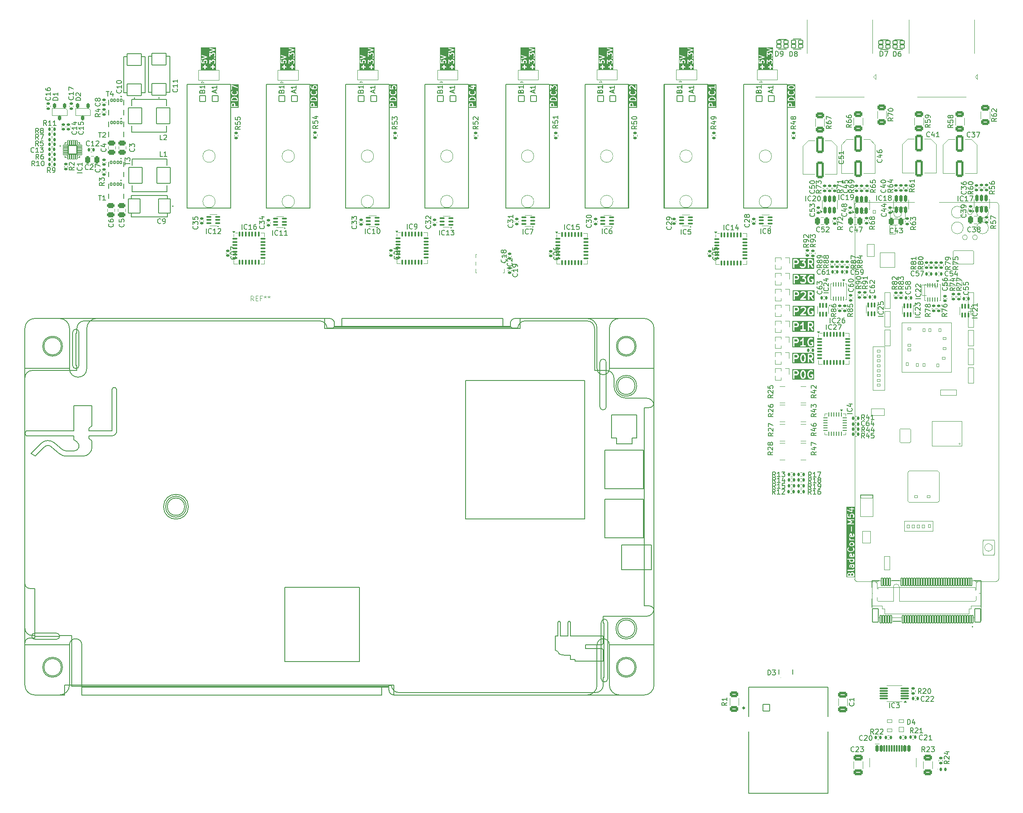
<source format=gbr>
%TF.GenerationSoftware,KiCad,Pcbnew,9.0.7*%
%TF.CreationDate,2026-02-17T10:47:15+01:00*%
%TF.ProjectId,PDNode_Baseboard,50444e6f-6465-45f4-9261-7365626f6172,rev?*%
%TF.SameCoordinates,Original*%
%TF.FileFunction,Legend,Top*%
%TF.FilePolarity,Positive*%
%FSLAX46Y46*%
G04 Gerber Fmt 4.6, Leading zero omitted, Abs format (unit mm)*
G04 Created by KiCad (PCBNEW 9.0.7) date 2026-02-17 10:47:15*
%MOMM*%
%LPD*%
G01*
G04 APERTURE LIST*
G04 Aperture macros list*
%AMRoundRect*
0 Rectangle with rounded corners*
0 $1 Rounding radius*
0 $2 $3 $4 $5 $6 $7 $8 $9 X,Y pos of 4 corners*
0 Add a 4 corners polygon primitive as box body*
4,1,4,$2,$3,$4,$5,$6,$7,$8,$9,$2,$3,0*
0 Add four circle primitives for the rounded corners*
1,1,$1+$1,$2,$3*
1,1,$1+$1,$4,$5*
1,1,$1+$1,$6,$7*
1,1,$1+$1,$8,$9*
0 Add four rect primitives between the rounded corners*
20,1,$1+$1,$2,$3,$4,$5,0*
20,1,$1+$1,$4,$5,$6,$7,0*
20,1,$1+$1,$6,$7,$8,$9,0*
20,1,$1+$1,$8,$9,$2,$3,0*%
%AMFreePoly0*
4,1,15,0.140000,-0.355000,0.137310,-0.355000,0.137310,-0.369813,0.116406,-0.420280,0.077780,-0.458906,0.027313,-0.479810,-0.027313,-0.479810,-0.077780,-0.458906,-0.116406,-0.420280,-0.137310,-0.369813,-0.137310,-0.355000,-0.140000,-0.355000,-0.140000,0.355000,0.140000,0.355000,0.140000,-0.355000,0.140000,-0.355000,$1*%
%AMFreePoly1*
4,1,15,0.355000,0.137310,0.382313,0.137310,0.432780,0.116406,0.471406,0.077780,0.492310,0.027313,0.492310,-0.027313,0.471406,-0.077780,0.432780,-0.116406,0.382313,-0.137310,0.355000,-0.137310,0.355000,-0.140000,-0.355000,-0.140000,-0.355000,0.140000,0.355000,0.140000,0.355000,0.137310,0.355000,0.137310,$1*%
%AMFreePoly2*
4,1,15,0.355000,0.137310,0.369813,0.137310,0.420280,0.116406,0.458906,0.077780,0.479810,0.027313,0.479810,-0.027313,0.458906,-0.077780,0.420280,-0.116406,0.369813,-0.137310,0.355000,-0.137310,0.355000,-0.140000,-0.355000,-0.140000,-0.355000,0.140000,0.355000,0.140000,0.355000,0.137310,0.355000,0.137310,$1*%
%AMFreePoly3*
4,1,15,0.077780,0.458906,0.116406,0.420280,0.137310,0.369813,0.137310,0.355000,0.140000,0.355000,0.140000,-0.355000,-0.140000,-0.355000,-0.140000,0.355000,-0.137310,0.355000,-0.137310,0.369813,-0.116406,0.420280,-0.077780,0.458906,-0.027313,0.479810,0.027313,0.479810,0.077780,0.458906,0.077780,0.458906,$1*%
%AMFreePoly4*
4,1,15,0.355000,-0.140000,-0.355000,-0.140000,-0.355000,-0.137310,-0.369813,-0.137310,-0.420280,-0.116406,-0.458906,-0.077780,-0.479810,-0.027313,-0.479810,0.027313,-0.458906,0.077780,-0.420280,0.116406,-0.369813,0.137310,-0.355000,0.137310,-0.355000,0.140000,0.355000,0.140000,0.355000,-0.140000,0.355000,-0.140000,$1*%
G04 Aperture macros list end*
%ADD10C,0.200000*%
%ADD11C,0.300000*%
%ADD12C,0.150000*%
%ADD13C,0.100000*%
%ADD14C,0.120000*%
%ADD15C,0.127000*%
%ADD16C,0.010000*%
%ADD17RoundRect,0.075000X-0.437500X-0.075000X0.437500X-0.075000X0.437500X0.075000X-0.437500X0.075000X0*%
%ADD18RoundRect,0.075000X-0.075000X-0.437500X0.075000X-0.437500X0.075000X0.437500X-0.075000X0.437500X0*%
%ADD19R,4.250000X4.250000*%
%ADD20RoundRect,0.135000X-0.185000X0.135000X-0.185000X-0.135000X0.185000X-0.135000X0.185000X0.135000X0*%
%ADD21RoundRect,0.250000X-0.625000X0.312500X-0.625000X-0.312500X0.625000X-0.312500X0.625000X0.312500X0*%
%ADD22RoundRect,0.140000X-0.170000X0.140000X-0.170000X-0.140000X0.170000X-0.140000X0.170000X0.140000X0*%
%ADD23C,2.350000*%
%ADD24RoundRect,0.102000X-0.604000X0.604000X-0.604000X-0.604000X0.604000X-0.604000X0.604000X0.604000X0*%
%ADD25C,1.412000*%
%ADD26RoundRect,0.250000X-0.250000X-0.475000X0.250000X-0.475000X0.250000X0.475000X-0.250000X0.475000X0*%
%ADD27RoundRect,0.102000X-0.425000X-0.325000X0.425000X-0.325000X0.425000X0.325000X-0.425000X0.325000X0*%
%ADD28R,1.000000X1.000000*%
%ADD29C,1.000000*%
%ADD30RoundRect,0.250000X-0.475000X0.250000X-0.475000X-0.250000X0.475000X-0.250000X0.475000X0.250000X0*%
%ADD31RoundRect,0.135000X0.135000X0.185000X-0.135000X0.185000X-0.135000X-0.185000X0.135000X-0.185000X0*%
%ADD32RoundRect,0.135000X0.185000X-0.135000X0.185000X0.135000X-0.185000X0.135000X-0.185000X-0.135000X0*%
%ADD33RoundRect,0.100000X0.400000X0.100000X-0.400000X0.100000X-0.400000X-0.100000X0.400000X-0.100000X0*%
%ADD34RoundRect,0.250000X-0.550000X1.412500X-0.550000X-1.412500X0.550000X-1.412500X0.550000X1.412500X0*%
%ADD35R,0.800000X0.500000*%
%ADD36R,0.800000X0.400000*%
%ADD37RoundRect,0.102000X1.450000X-1.200000X1.450000X1.200000X-1.450000X1.200000X-1.450000X-1.200000X0*%
%ADD38RoundRect,0.102000X0.425000X0.325000X-0.425000X0.325000X-0.425000X-0.325000X0.425000X-0.325000X0*%
%ADD39RoundRect,0.050000X0.500000X-0.500000X0.500000X0.500000X-0.500000X0.500000X-0.500000X-0.500000X0*%
%ADD40RoundRect,0.050000X0.500000X-0.300000X0.500000X0.300000X-0.500000X0.300000X-0.500000X-0.300000X0*%
%ADD41RoundRect,0.102000X-0.175000X0.250000X-0.175000X-0.250000X0.175000X-0.250000X0.175000X0.250000X0*%
%ADD42R,1.000000X1.500000*%
%ADD43C,0.800000*%
%ADD44C,6.400000*%
%ADD45RoundRect,0.250000X0.650000X-0.325000X0.650000X0.325000X-0.650000X0.325000X-0.650000X-0.325000X0*%
%ADD46FreePoly0,270.000000*%
%ADD47FreePoly1,270.000000*%
%ADD48FreePoly2,270.000000*%
%ADD49FreePoly3,270.000000*%
%ADD50FreePoly4,270.000000*%
%ADD51R,4.100000X2.100000*%
%ADD52RoundRect,0.140000X0.170000X-0.140000X0.170000X0.140000X-0.170000X0.140000X-0.170000X-0.140000X0*%
%ADD53RoundRect,0.140000X-0.140000X-0.170000X0.140000X-0.170000X0.140000X0.170000X-0.140000X0.170000X0*%
%ADD54RoundRect,0.140000X0.140000X0.170000X-0.140000X0.170000X-0.140000X-0.170000X0.140000X-0.170000X0*%
%ADD55RoundRect,0.102000X1.335000X1.605000X-1.335000X1.605000X-1.335000X-1.605000X1.335000X-1.605000X0*%
%ADD56RoundRect,0.250000X0.625000X-0.312500X0.625000X0.312500X-0.625000X0.312500X-0.625000X-0.312500X0*%
%ADD57RoundRect,0.150000X0.150000X-0.512500X0.150000X0.512500X-0.150000X0.512500X-0.150000X-0.512500X0*%
%ADD58RoundRect,0.135000X-0.135000X-0.185000X0.135000X-0.185000X0.135000X0.185000X-0.135000X0.185000X0*%
%ADD59RoundRect,0.147500X-0.147500X-0.172500X0.147500X-0.172500X0.147500X0.172500X-0.147500X0.172500X0*%
%ADD60C,0.650000*%
%ADD61RoundRect,0.150000X-0.150000X-0.500000X0.150000X-0.500000X0.150000X0.500000X-0.150000X0.500000X0*%
%ADD62RoundRect,0.075000X-0.075000X-0.575000X0.075000X-0.575000X0.075000X0.575000X-0.075000X0.575000X0*%
%ADD63O,1.000000X2.100000*%
%ADD64O,1.000000X1.600000*%
%ADD65C,3.250000*%
%ADD66RoundRect,0.102000X0.699000X0.699000X-0.699000X0.699000X-0.699000X-0.699000X0.699000X-0.699000X0*%
%ADD67C,1.602000*%
%ADD68C,1.734000*%
%ADD69C,2.649000*%
%ADD70RoundRect,0.162500X-0.162500X0.337500X-0.162500X-0.337500X0.162500X-0.337500X0.162500X0.337500X0*%
%ADD71RoundRect,0.100000X-0.100000X0.400000X-0.100000X-0.400000X0.100000X-0.400000X0.100000X0.400000X0*%
%ADD72R,1.500000X1.500000*%
%ADD73C,1.500000*%
%ADD74C,3.500000*%
%ADD75RoundRect,0.102000X-1.335000X-1.605000X1.335000X-1.605000X1.335000X1.605000X-1.335000X1.605000X0*%
%ADD76RoundRect,0.053000X-0.464000X-0.159000X0.464000X-0.159000X0.464000X0.159000X-0.464000X0.159000X0*%
%ADD77RoundRect,0.053000X-0.159000X-0.464000X0.159000X-0.464000X0.159000X0.464000X-0.159000X0.464000X0*%
%ADD78RoundRect,0.102000X-0.875000X-0.875000X0.875000X-0.875000X0.875000X0.875000X-0.875000X0.875000X0*%
%ADD79RoundRect,0.087500X0.725000X0.087500X-0.725000X0.087500X-0.725000X-0.087500X0.725000X-0.087500X0*%
%ADD80C,1.650000*%
%ADD81C,1.150000*%
%ADD82RoundRect,0.102000X0.150000X0.775000X-0.150000X0.775000X-0.150000X-0.775000X0.150000X-0.775000X0*%
%ADD83C,5.000000*%
%ADD84RoundRect,0.102000X0.600000X1.375000X-0.600000X1.375000X-0.600000X-1.375000X0.600000X-1.375000X0*%
%ADD85RoundRect,0.062500X-0.062500X0.375000X-0.062500X-0.375000X0.062500X-0.375000X0.062500X0.375000X0*%
%ADD86RoundRect,0.062500X-0.375000X0.062500X-0.375000X-0.062500X0.375000X-0.062500X0.375000X0.062500X0*%
%ADD87R,2.100000X2.100000*%
%ADD88RoundRect,0.102000X1.200000X1.450000X-1.200000X1.450000X-1.200000X-1.450000X1.200000X-1.450000X0*%
%ADD89RoundRect,0.250000X-0.650000X0.325000X-0.650000X-0.325000X0.650000X-0.325000X0.650000X0.325000X0*%
%ADD90RoundRect,0.062500X-0.062500X0.350000X-0.062500X-0.350000X0.062500X-0.350000X0.062500X0.350000X0*%
%ADD91R,2.350000X1.580000*%
G04 APERTURE END LIST*
D10*
G36*
X155697791Y-89436321D02*
G01*
X155731984Y-89470513D01*
X155771314Y-89549170D01*
X155771314Y-89882707D01*
X155342742Y-89882707D01*
X155342742Y-89549172D01*
X155382070Y-89470515D01*
X155416263Y-89436321D01*
X155494922Y-89396993D01*
X155619135Y-89396993D01*
X155697791Y-89436321D01*
G37*
G36*
X156122123Y-88248487D02*
G01*
X156212079Y-88293465D01*
X156298197Y-88379582D01*
X156342742Y-88513219D01*
X156342742Y-88682707D01*
X155342742Y-88682707D01*
X155342742Y-88513220D01*
X155387287Y-88379582D01*
X155473405Y-88293465D01*
X155563362Y-88248487D01*
X155769338Y-88196993D01*
X155916147Y-88196993D01*
X156122123Y-88248487D01*
G37*
G36*
X156676075Y-90216040D02*
G01*
X155009409Y-90216040D01*
X155009409Y-89525564D01*
X155142742Y-89525564D01*
X155142742Y-89982707D01*
X155144663Y-90002216D01*
X155159595Y-90038264D01*
X155187185Y-90065854D01*
X155223233Y-90080786D01*
X155242742Y-90082707D01*
X156442742Y-90082707D01*
X156462251Y-90080786D01*
X156498299Y-90065854D01*
X156525889Y-90038264D01*
X156540821Y-90002216D01*
X156540821Y-89963198D01*
X156525889Y-89927150D01*
X156498299Y-89899560D01*
X156462251Y-89884628D01*
X156442742Y-89882707D01*
X155971314Y-89882707D01*
X155971314Y-89525564D01*
X155969393Y-89506055D01*
X155968017Y-89502734D01*
X155967763Y-89499151D01*
X155960757Y-89480843D01*
X155903614Y-89366557D01*
X155898328Y-89358159D01*
X155897318Y-89355721D01*
X155895065Y-89352976D01*
X155893171Y-89349967D01*
X155891173Y-89348234D01*
X155884881Y-89340568D01*
X155827739Y-89283425D01*
X155820072Y-89277133D01*
X155818340Y-89275136D01*
X155815328Y-89273240D01*
X155812585Y-89270989D01*
X155810148Y-89269979D01*
X155801750Y-89264693D01*
X155687463Y-89207550D01*
X155669155Y-89200544D01*
X155665571Y-89200289D01*
X155662251Y-89198914D01*
X155642742Y-89196993D01*
X155471314Y-89196993D01*
X155451805Y-89198914D01*
X155448484Y-89200289D01*
X155444901Y-89200544D01*
X155426593Y-89207550D01*
X155312307Y-89264693D01*
X155303910Y-89269978D01*
X155301470Y-89270989D01*
X155298724Y-89273242D01*
X155295716Y-89275136D01*
X155293983Y-89277133D01*
X155286317Y-89283426D01*
X155229174Y-89340568D01*
X155222882Y-89348234D01*
X155220885Y-89349967D01*
X155218989Y-89352978D01*
X155216738Y-89355722D01*
X155215727Y-89358160D01*
X155210443Y-89366557D01*
X155153299Y-89480842D01*
X155146293Y-89499151D01*
X155146038Y-89502734D01*
X155144663Y-89506055D01*
X155142742Y-89525564D01*
X155009409Y-89525564D01*
X155009409Y-88496993D01*
X155142742Y-88496993D01*
X155142742Y-88782707D01*
X155144663Y-88802216D01*
X155159595Y-88838264D01*
X155187185Y-88865854D01*
X155223233Y-88880786D01*
X155242742Y-88882707D01*
X156442742Y-88882707D01*
X156462251Y-88880786D01*
X156498299Y-88865854D01*
X156525889Y-88838264D01*
X156540821Y-88802216D01*
X156542742Y-88782707D01*
X156542742Y-88496993D01*
X156541769Y-88487119D01*
X156541957Y-88484486D01*
X156541169Y-88481021D01*
X156540821Y-88477484D01*
X156539810Y-88475043D01*
X156537611Y-88465371D01*
X156480468Y-88293942D01*
X156472477Y-88276041D01*
X156470122Y-88273325D01*
X156468747Y-88270006D01*
X156456310Y-88254853D01*
X156342024Y-88140568D01*
X156334357Y-88134275D01*
X156332626Y-88132279D01*
X156329617Y-88130385D01*
X156326871Y-88128131D01*
X156324430Y-88127120D01*
X156316036Y-88121836D01*
X156201749Y-88064693D01*
X156200324Y-88064147D01*
X156199743Y-88063717D01*
X156191551Y-88060790D01*
X156183441Y-88057687D01*
X156182720Y-88057635D01*
X156181282Y-88057122D01*
X155952711Y-87999979D01*
X155949329Y-87999478D01*
X155947966Y-87998914D01*
X155940615Y-87998190D01*
X155933318Y-87997111D01*
X155931859Y-87997328D01*
X155928457Y-87996993D01*
X155757028Y-87996993D01*
X155753625Y-87997328D01*
X155752167Y-87997111D01*
X155744870Y-87998190D01*
X155737519Y-87998914D01*
X155736154Y-87999479D01*
X155732775Y-87999979D01*
X155504203Y-88057122D01*
X155502764Y-88057635D01*
X155502044Y-88057687D01*
X155493925Y-88060793D01*
X155485743Y-88063717D01*
X155485162Y-88064147D01*
X155483736Y-88064693D01*
X155369450Y-88121836D01*
X155361051Y-88127122D01*
X155358614Y-88128132D01*
X155355871Y-88130383D01*
X155352859Y-88132279D01*
X155351125Y-88134277D01*
X155343461Y-88140568D01*
X155229175Y-88254853D01*
X155216738Y-88270006D01*
X155215362Y-88273325D01*
X155213008Y-88276041D01*
X155205017Y-88293941D01*
X155147874Y-88465370D01*
X155145674Y-88475041D01*
X155144663Y-88477484D01*
X155144314Y-88481022D01*
X155143527Y-88484486D01*
X155143714Y-88487119D01*
X155142742Y-88496993D01*
X155009409Y-88496993D01*
X155009409Y-87125564D01*
X155142742Y-87125564D01*
X155142742Y-87239850D01*
X155143714Y-87249723D01*
X155143527Y-87252357D01*
X155144314Y-87255820D01*
X155144663Y-87259359D01*
X155145674Y-87261801D01*
X155147874Y-87271473D01*
X155205017Y-87442902D01*
X155213008Y-87460802D01*
X155215362Y-87463517D01*
X155216738Y-87466837D01*
X155229175Y-87481990D01*
X155343461Y-87596275D01*
X155351125Y-87602565D01*
X155352859Y-87604564D01*
X155355871Y-87606459D01*
X155358614Y-87608711D01*
X155361051Y-87609720D01*
X155369450Y-87615007D01*
X155483736Y-87672150D01*
X155485162Y-87672695D01*
X155485743Y-87673126D01*
X155493925Y-87676049D01*
X155502044Y-87679156D01*
X155502764Y-87679207D01*
X155504203Y-87679721D01*
X155732775Y-87736864D01*
X155736154Y-87737363D01*
X155737519Y-87737929D01*
X155744870Y-87738652D01*
X155752167Y-87739732D01*
X155753625Y-87739514D01*
X155757028Y-87739850D01*
X155928457Y-87739850D01*
X155931859Y-87739514D01*
X155933318Y-87739732D01*
X155940615Y-87738652D01*
X155947966Y-87737929D01*
X155949329Y-87737364D01*
X155952711Y-87736864D01*
X156181282Y-87679721D01*
X156182720Y-87679207D01*
X156183441Y-87679156D01*
X156191551Y-87676052D01*
X156199743Y-87673126D01*
X156200324Y-87672695D01*
X156201749Y-87672150D01*
X156316036Y-87615007D01*
X156324430Y-87609722D01*
X156326871Y-87608712D01*
X156329617Y-87606457D01*
X156332626Y-87604564D01*
X156334357Y-87602567D01*
X156342024Y-87596275D01*
X156456310Y-87481990D01*
X156468747Y-87466837D01*
X156470122Y-87463517D01*
X156472477Y-87460802D01*
X156480468Y-87442901D01*
X156537611Y-87271472D01*
X156539810Y-87261799D01*
X156540821Y-87259359D01*
X156541169Y-87255821D01*
X156541957Y-87252357D01*
X156541769Y-87249723D01*
X156542742Y-87239850D01*
X156542742Y-87125564D01*
X156541769Y-87115690D01*
X156541957Y-87113057D01*
X156541169Y-87109592D01*
X156540821Y-87106055D01*
X156539810Y-87103614D01*
X156537611Y-87093942D01*
X156480468Y-86922514D01*
X156472477Y-86904613D01*
X156470121Y-86901897D01*
X156468747Y-86898578D01*
X156456310Y-86883425D01*
X156399168Y-86826282D01*
X156384014Y-86813846D01*
X156347966Y-86798914D01*
X156308948Y-86798914D01*
X156272900Y-86813846D01*
X156245310Y-86841436D01*
X156230378Y-86877484D01*
X156230378Y-86916502D01*
X156245310Y-86952550D01*
X156257746Y-86967704D01*
X156298197Y-87008154D01*
X156342742Y-87141790D01*
X156342742Y-87223623D01*
X156298197Y-87357260D01*
X156212079Y-87443377D01*
X156122123Y-87488356D01*
X155916147Y-87539850D01*
X155769338Y-87539850D01*
X155563362Y-87488355D01*
X155473405Y-87443377D01*
X155387287Y-87357260D01*
X155342742Y-87223623D01*
X155342742Y-87141791D01*
X155387287Y-87008155D01*
X155427738Y-86967704D01*
X155440175Y-86952551D01*
X155455106Y-86916502D01*
X155455106Y-86877484D01*
X155440175Y-86841436D01*
X155412585Y-86813846D01*
X155376537Y-86798915D01*
X155337519Y-86798915D01*
X155301470Y-86813846D01*
X155286317Y-86826283D01*
X155229174Y-86883425D01*
X155216738Y-86898579D01*
X155215363Y-86901897D01*
X155213008Y-86904613D01*
X155205017Y-86922513D01*
X155147874Y-87093941D01*
X155145674Y-87103613D01*
X155144663Y-87106055D01*
X155144314Y-87109592D01*
X155143527Y-87113056D01*
X155143714Y-87115690D01*
X155142742Y-87125564D01*
X155009409Y-87125564D01*
X155009409Y-85696993D01*
X155142742Y-85696993D01*
X155142742Y-86496993D01*
X155144663Y-86516502D01*
X155159595Y-86552550D01*
X155187185Y-86580140D01*
X155223233Y-86595072D01*
X155262251Y-86595072D01*
X155298299Y-86580140D01*
X155325889Y-86552550D01*
X155340821Y-86516502D01*
X155342742Y-86496993D01*
X155342742Y-85848646D01*
X156403350Y-86303193D01*
X156422038Y-86309113D01*
X156461054Y-86309588D01*
X156497281Y-86295097D01*
X156525206Y-86267846D01*
X156540576Y-86231983D01*
X156541051Y-86192967D01*
X156526560Y-86156740D01*
X156499309Y-86128815D01*
X156482134Y-86119364D01*
X155282134Y-85605079D01*
X155263446Y-85599159D01*
X155262824Y-85599151D01*
X155262251Y-85598914D01*
X155243322Y-85598914D01*
X155224430Y-85598684D01*
X155223855Y-85598914D01*
X155223233Y-85598914D01*
X155205735Y-85606161D01*
X155188203Y-85613175D01*
X155187759Y-85613608D01*
X155187185Y-85613846D01*
X155173826Y-85627204D01*
X155160278Y-85640426D01*
X155160032Y-85640998D01*
X155159595Y-85641436D01*
X155152374Y-85658867D01*
X155144908Y-85676289D01*
X155144900Y-85676910D01*
X155144663Y-85677484D01*
X155142742Y-85696993D01*
X155009409Y-85696993D01*
X155009409Y-85465351D01*
X156676075Y-85465351D01*
X156676075Y-90216040D01*
G37*
G36*
X200328330Y-82589516D02*
G01*
X197296164Y-82589516D01*
X197296164Y-81979865D01*
X197647291Y-81979865D01*
X197647291Y-82018883D01*
X197662223Y-82054931D01*
X197689813Y-82082521D01*
X197725861Y-82097453D01*
X197745370Y-82099374D01*
X198026322Y-82099374D01*
X198026322Y-82380326D01*
X198028243Y-82399835D01*
X198043175Y-82435883D01*
X198070765Y-82463473D01*
X198106813Y-82478405D01*
X198145831Y-82478405D01*
X198181879Y-82463473D01*
X198209469Y-82435883D01*
X198224401Y-82399835D01*
X198226322Y-82380326D01*
X198226322Y-82099374D01*
X198507275Y-82099374D01*
X198526784Y-82097453D01*
X198562832Y-82082521D01*
X198590422Y-82054931D01*
X198605354Y-82018883D01*
X198605354Y-81979865D01*
X199257235Y-81979865D01*
X199257235Y-82018883D01*
X199272167Y-82054931D01*
X199299757Y-82082521D01*
X199335805Y-82097453D01*
X199355314Y-82099374D01*
X199636266Y-82099374D01*
X199636266Y-82380326D01*
X199638187Y-82399835D01*
X199653119Y-82435883D01*
X199680709Y-82463473D01*
X199716757Y-82478405D01*
X199755775Y-82478405D01*
X199791823Y-82463473D01*
X199819413Y-82435883D01*
X199834345Y-82399835D01*
X199836266Y-82380326D01*
X199836266Y-82099374D01*
X200117219Y-82099374D01*
X200136728Y-82097453D01*
X200172776Y-82082521D01*
X200200366Y-82054931D01*
X200215298Y-82018883D01*
X200215298Y-81979865D01*
X200200366Y-81943817D01*
X200172776Y-81916227D01*
X200136728Y-81901295D01*
X200117219Y-81899374D01*
X199836266Y-81899374D01*
X199836266Y-81618422D01*
X199834345Y-81598913D01*
X199819413Y-81562865D01*
X199791823Y-81535275D01*
X199755775Y-81520343D01*
X199716757Y-81520343D01*
X199680709Y-81535275D01*
X199653119Y-81562865D01*
X199638187Y-81598913D01*
X199636266Y-81618422D01*
X199636266Y-81899374D01*
X199355314Y-81899374D01*
X199335805Y-81901295D01*
X199299757Y-81916227D01*
X199272167Y-81943817D01*
X199257235Y-81979865D01*
X198605354Y-81979865D01*
X198590422Y-81943817D01*
X198562832Y-81916227D01*
X198526784Y-81901295D01*
X198507275Y-81899374D01*
X198226322Y-81899374D01*
X198226322Y-81618422D01*
X198224401Y-81598913D01*
X198209469Y-81562865D01*
X198181879Y-81535275D01*
X198145831Y-81520343D01*
X198106813Y-81520343D01*
X198070765Y-81535275D01*
X198043175Y-81562865D01*
X198028243Y-81598913D01*
X198026322Y-81618422D01*
X198026322Y-81899374D01*
X197745370Y-81899374D01*
X197725861Y-81901295D01*
X197689813Y-81916227D01*
X197662223Y-81943817D01*
X197647291Y-81979865D01*
X197296164Y-81979865D01*
X197296164Y-80666041D01*
X197407275Y-80666041D01*
X197407275Y-81142231D01*
X197407985Y-81149447D01*
X197407742Y-81151884D01*
X197408459Y-81154262D01*
X197409196Y-81161740D01*
X197414792Y-81175249D01*
X197419013Y-81189239D01*
X197422200Y-81193135D01*
X197424128Y-81197788D01*
X197434464Y-81208124D01*
X197443720Y-81219437D01*
X197448157Y-81221817D01*
X197451718Y-81225378D01*
X197465223Y-81230972D01*
X197478104Y-81237882D01*
X197485468Y-81239358D01*
X197487766Y-81240310D01*
X197490216Y-81240310D01*
X197497325Y-81241735D01*
X197973515Y-81289354D01*
X197993118Y-81289383D01*
X197997940Y-81287928D01*
X198002974Y-81287928D01*
X198016478Y-81282334D01*
X198030473Y-81278112D01*
X198034369Y-81274924D01*
X198039022Y-81272997D01*
X198049358Y-81262660D01*
X198060671Y-81253405D01*
X198063051Y-81248967D01*
X198066612Y-81245407D01*
X198072204Y-81231904D01*
X198079116Y-81219021D01*
X198079617Y-81214008D01*
X198081543Y-81209359D01*
X198081543Y-81194748D01*
X198082998Y-81180197D01*
X198081543Y-81175374D01*
X198081543Y-81170341D01*
X198075949Y-81156835D01*
X198071727Y-81142842D01*
X198068539Y-81138946D01*
X198066612Y-81134292D01*
X198054175Y-81119139D01*
X198018032Y-81082995D01*
X197988227Y-81023385D01*
X197988227Y-80832505D01*
X198018032Y-80772895D01*
X198042700Y-80748226D01*
X198102310Y-80718422D01*
X198293191Y-80718422D01*
X198352802Y-80748228D01*
X198377470Y-80772895D01*
X198407275Y-80832505D01*
X198407275Y-81023386D01*
X198377470Y-81082995D01*
X198341326Y-81119139D01*
X198328889Y-81134292D01*
X198313958Y-81170340D01*
X198313957Y-81209358D01*
X198328888Y-81245407D01*
X198356478Y-81272997D01*
X198392526Y-81287928D01*
X198431544Y-81287929D01*
X198467593Y-81272998D01*
X198482746Y-81260561D01*
X198530366Y-81212943D01*
X198536659Y-81205274D01*
X198538656Y-81203543D01*
X198540549Y-81200534D01*
X198542803Y-81197789D01*
X198543813Y-81195348D01*
X198549099Y-81186952D01*
X198596718Y-81091715D01*
X198603724Y-81073406D01*
X198603978Y-81069822D01*
X198605354Y-81066502D01*
X198607275Y-81046993D01*
X198607275Y-80808898D01*
X198605354Y-80789389D01*
X198603978Y-80786068D01*
X198603724Y-80782485D01*
X198596718Y-80764176D01*
X198549099Y-80668939D01*
X198543813Y-80660542D01*
X198542803Y-80658102D01*
X198540549Y-80655356D01*
X198538656Y-80652348D01*
X198536659Y-80650616D01*
X198530366Y-80642948D01*
X198505839Y-80618422D01*
X199017219Y-80618422D01*
X199017219Y-81237469D01*
X199019140Y-81256978D01*
X199034072Y-81293026D01*
X199061662Y-81320616D01*
X199097710Y-81335548D01*
X199136728Y-81335548D01*
X199172776Y-81320616D01*
X199200366Y-81293026D01*
X199215298Y-81256978D01*
X199217219Y-81237469D01*
X199217219Y-80838798D01*
X199432321Y-81027013D01*
X199440754Y-81033042D01*
X199442614Y-81034902D01*
X199444377Y-81035632D01*
X199448268Y-81038414D01*
X199463656Y-81043618D01*
X199478662Y-81049834D01*
X199482036Y-81049834D01*
X199485229Y-81050914D01*
X199501432Y-81049834D01*
X199517680Y-81049834D01*
X199520795Y-81048543D01*
X199524161Y-81048319D01*
X199538726Y-81041116D01*
X199553728Y-81034902D01*
X199556111Y-81032518D01*
X199559136Y-81031023D01*
X199569840Y-81018789D01*
X199581318Y-81007312D01*
X199582607Y-81004198D01*
X199584830Y-81001659D01*
X199590035Y-80986267D01*
X199596250Y-80971264D01*
X199596718Y-80966504D01*
X199597330Y-80964697D01*
X199597155Y-80962072D01*
X199598171Y-80951755D01*
X199598171Y-80832505D01*
X199627976Y-80772895D01*
X199652644Y-80748226D01*
X199712254Y-80718422D01*
X199903135Y-80718422D01*
X199962746Y-80748228D01*
X199987414Y-80772895D01*
X200017219Y-80832505D01*
X200017219Y-81071005D01*
X199987414Y-81130614D01*
X199951270Y-81166758D01*
X199938833Y-81181911D01*
X199923902Y-81217959D01*
X199923901Y-81256977D01*
X199938832Y-81293026D01*
X199966422Y-81320616D01*
X200002470Y-81335547D01*
X200041488Y-81335548D01*
X200077537Y-81320617D01*
X200092690Y-81308180D01*
X200140310Y-81260562D01*
X200146603Y-81252893D01*
X200148600Y-81251162D01*
X200150493Y-81248153D01*
X200152747Y-81245408D01*
X200153757Y-81242967D01*
X200159043Y-81234571D01*
X200206662Y-81139334D01*
X200213668Y-81121025D01*
X200213922Y-81117441D01*
X200215298Y-81114121D01*
X200217219Y-81094612D01*
X200217219Y-80808898D01*
X200215298Y-80789389D01*
X200213922Y-80786068D01*
X200213668Y-80782485D01*
X200206662Y-80764176D01*
X200159043Y-80668939D01*
X200153757Y-80660542D01*
X200152747Y-80658102D01*
X200150493Y-80655356D01*
X200148600Y-80652348D01*
X200146603Y-80650616D01*
X200140310Y-80642948D01*
X200092690Y-80595330D01*
X200085020Y-80589035D01*
X200083291Y-80587041D01*
X200080286Y-80585149D01*
X200077537Y-80582893D01*
X200075093Y-80581881D01*
X200066701Y-80576598D01*
X199971463Y-80528979D01*
X199953155Y-80521973D01*
X199949571Y-80521718D01*
X199946251Y-80520343D01*
X199926742Y-80518422D01*
X199688647Y-80518422D01*
X199669138Y-80520343D01*
X199665817Y-80521718D01*
X199662234Y-80521973D01*
X199643925Y-80528979D01*
X199548688Y-80576598D01*
X199540291Y-80581883D01*
X199537851Y-80582894D01*
X199535105Y-80585147D01*
X199532097Y-80587041D01*
X199530364Y-80589038D01*
X199522698Y-80595331D01*
X199475079Y-80642949D01*
X199468784Y-80650619D01*
X199466790Y-80652349D01*
X199464896Y-80655356D01*
X199462643Y-80658103D01*
X199461632Y-80660542D01*
X199456347Y-80668939D01*
X199416923Y-80747786D01*
X199183069Y-80543164D01*
X199174635Y-80537134D01*
X199172776Y-80535275D01*
X199171012Y-80534544D01*
X199167122Y-80531763D01*
X199151733Y-80526558D01*
X199136728Y-80520343D01*
X199133354Y-80520343D01*
X199130161Y-80519263D01*
X199113958Y-80520343D01*
X199097710Y-80520343D01*
X199094594Y-80521633D01*
X199091229Y-80521858D01*
X199076668Y-80529058D01*
X199061662Y-80535275D01*
X199059277Y-80537659D01*
X199056254Y-80539155D01*
X199045556Y-80551380D01*
X199034072Y-80562865D01*
X199032781Y-80565979D01*
X199030560Y-80568519D01*
X199025355Y-80583907D01*
X199019140Y-80598913D01*
X199018671Y-80603672D01*
X199018060Y-80605480D01*
X199018234Y-80608104D01*
X199017219Y-80618422D01*
X198505839Y-80618422D01*
X198482746Y-80595330D01*
X198475076Y-80589035D01*
X198473347Y-80587041D01*
X198470342Y-80585149D01*
X198467593Y-80582893D01*
X198465149Y-80581881D01*
X198456757Y-80576598D01*
X198361519Y-80528979D01*
X198343211Y-80521973D01*
X198339627Y-80521718D01*
X198336307Y-80520343D01*
X198316798Y-80518422D01*
X198078703Y-80518422D01*
X198059194Y-80520343D01*
X198055873Y-80521718D01*
X198052290Y-80521973D01*
X198033981Y-80528979D01*
X197938744Y-80576598D01*
X197930347Y-80581883D01*
X197927907Y-80582894D01*
X197925161Y-80585147D01*
X197922153Y-80587041D01*
X197920420Y-80589038D01*
X197912754Y-80595331D01*
X197865135Y-80642949D01*
X197858840Y-80650619D01*
X197856846Y-80652349D01*
X197854952Y-80655356D01*
X197852699Y-80658103D01*
X197851688Y-80660542D01*
X197846403Y-80668939D01*
X197798784Y-80764177D01*
X197791778Y-80782485D01*
X197791523Y-80786068D01*
X197790148Y-80789389D01*
X197788227Y-80808898D01*
X197788227Y-81046993D01*
X197790148Y-81066502D01*
X197791523Y-81069822D01*
X197791547Y-81070159D01*
X197607275Y-81051732D01*
X197607275Y-80666041D01*
X197605354Y-80646532D01*
X197590422Y-80610484D01*
X197562832Y-80582894D01*
X197526784Y-80567962D01*
X197487766Y-80567962D01*
X197451718Y-80582894D01*
X197424128Y-80610484D01*
X197409196Y-80646532D01*
X197407275Y-80666041D01*
X197296164Y-80666041D01*
X197296164Y-79653534D01*
X197408060Y-79653534D01*
X197410826Y-79692454D01*
X197428276Y-79727353D01*
X197457752Y-79752918D01*
X197475652Y-79760909D01*
X198191047Y-79999374D01*
X197475652Y-80237839D01*
X197457752Y-80245830D01*
X197428276Y-80271395D01*
X197410826Y-80306294D01*
X197408060Y-80345214D01*
X197420398Y-80382230D01*
X197445963Y-80411706D01*
X197480862Y-80429156D01*
X197519782Y-80431922D01*
X197538898Y-80427575D01*
X198310600Y-80170341D01*
X199923901Y-80170341D01*
X199923901Y-80209359D01*
X199925385Y-80212942D01*
X199938832Y-80245407D01*
X199938833Y-80245408D01*
X199951270Y-80260561D01*
X199998890Y-80308180D01*
X200014043Y-80320617D01*
X200039533Y-80331174D01*
X200050091Y-80335548D01*
X200050092Y-80335548D01*
X200089109Y-80335548D01*
X200110226Y-80326800D01*
X200125158Y-80320616D01*
X200125162Y-80320611D01*
X200140311Y-80308180D01*
X200187929Y-80260561D01*
X200200366Y-80245408D01*
X200211735Y-80217960D01*
X200215298Y-80209359D01*
X200215298Y-80170341D01*
X200200366Y-80134293D01*
X200200366Y-80134292D01*
X200187929Y-80119139D01*
X200140311Y-80071520D01*
X200125162Y-80059088D01*
X200125158Y-80059084D01*
X200110226Y-80052899D01*
X200089109Y-80044152D01*
X200050091Y-80044152D01*
X200039533Y-80048525D01*
X200014043Y-80059083D01*
X199998890Y-80071520D01*
X199951270Y-80119139D01*
X199938833Y-80134292D01*
X199938832Y-80134293D01*
X199928274Y-80159783D01*
X199923901Y-80170341D01*
X198310600Y-80170341D01*
X198538897Y-80094242D01*
X198556798Y-80086251D01*
X198562199Y-80081566D01*
X198568586Y-80078373D01*
X198576798Y-80068904D01*
X198586274Y-80060686D01*
X198589469Y-80054294D01*
X198594151Y-80048897D01*
X198598117Y-80036999D01*
X198603723Y-80025787D01*
X198604229Y-80018662D01*
X198606490Y-80011881D01*
X198605600Y-79999374D01*
X198606490Y-79986867D01*
X198604229Y-79980085D01*
X198603723Y-79972961D01*
X198598117Y-79961748D01*
X198594151Y-79949851D01*
X198589469Y-79944453D01*
X198586274Y-79938062D01*
X198576798Y-79929843D01*
X198568586Y-79920375D01*
X198562199Y-79917181D01*
X198556798Y-79912497D01*
X198538897Y-79904506D01*
X197538898Y-79571173D01*
X197519782Y-79566826D01*
X197480862Y-79569592D01*
X197445963Y-79587042D01*
X197420398Y-79616518D01*
X197408060Y-79653534D01*
X197296164Y-79653534D01*
X197296164Y-79189851D01*
X199017219Y-79189851D01*
X199017219Y-79808898D01*
X199019140Y-79828407D01*
X199034072Y-79864455D01*
X199061662Y-79892045D01*
X199097710Y-79906977D01*
X199136728Y-79906977D01*
X199172776Y-79892045D01*
X199200366Y-79864455D01*
X199215298Y-79828407D01*
X199217219Y-79808898D01*
X199217219Y-79410227D01*
X199432321Y-79598442D01*
X199440754Y-79604471D01*
X199442614Y-79606331D01*
X199444377Y-79607061D01*
X199448268Y-79609843D01*
X199463656Y-79615047D01*
X199478662Y-79621263D01*
X199482036Y-79621263D01*
X199485229Y-79622343D01*
X199501432Y-79621263D01*
X199517680Y-79621263D01*
X199520795Y-79619972D01*
X199524161Y-79619748D01*
X199538726Y-79612545D01*
X199553728Y-79606331D01*
X199556111Y-79603947D01*
X199559136Y-79602452D01*
X199569840Y-79590218D01*
X199581318Y-79578741D01*
X199582607Y-79575627D01*
X199584830Y-79573088D01*
X199590035Y-79557696D01*
X199596250Y-79542693D01*
X199596718Y-79537933D01*
X199597330Y-79536126D01*
X199597155Y-79533501D01*
X199598171Y-79523184D01*
X199598171Y-79403934D01*
X199627976Y-79344324D01*
X199652644Y-79319655D01*
X199712254Y-79289851D01*
X199903135Y-79289851D01*
X199962746Y-79319657D01*
X199987414Y-79344324D01*
X200017219Y-79403934D01*
X200017219Y-79642434D01*
X199987414Y-79702043D01*
X199951270Y-79738187D01*
X199938833Y-79753340D01*
X199923902Y-79789388D01*
X199923901Y-79828406D01*
X199938832Y-79864455D01*
X199966422Y-79892045D01*
X200002470Y-79906976D01*
X200041488Y-79906977D01*
X200077537Y-79892046D01*
X200092690Y-79879609D01*
X200140310Y-79831991D01*
X200146603Y-79824322D01*
X200148600Y-79822591D01*
X200150493Y-79819582D01*
X200152747Y-79816837D01*
X200153757Y-79814396D01*
X200159043Y-79806000D01*
X200206662Y-79710763D01*
X200213668Y-79692454D01*
X200213922Y-79688870D01*
X200215298Y-79685550D01*
X200217219Y-79666041D01*
X200217219Y-79380327D01*
X200215298Y-79360818D01*
X200213922Y-79357497D01*
X200213668Y-79353914D01*
X200206662Y-79335605D01*
X200159043Y-79240368D01*
X200153757Y-79231971D01*
X200152747Y-79229531D01*
X200150493Y-79226785D01*
X200148600Y-79223777D01*
X200146603Y-79222045D01*
X200140310Y-79214377D01*
X200092690Y-79166759D01*
X200085020Y-79160464D01*
X200083291Y-79158470D01*
X200080286Y-79156578D01*
X200077537Y-79154322D01*
X200075093Y-79153310D01*
X200066701Y-79148027D01*
X199971463Y-79100408D01*
X199953155Y-79093402D01*
X199949571Y-79093147D01*
X199946251Y-79091772D01*
X199926742Y-79089851D01*
X199688647Y-79089851D01*
X199669138Y-79091772D01*
X199665817Y-79093147D01*
X199662234Y-79093402D01*
X199643925Y-79100408D01*
X199548688Y-79148027D01*
X199540291Y-79153312D01*
X199537851Y-79154323D01*
X199535105Y-79156576D01*
X199532097Y-79158470D01*
X199530364Y-79160467D01*
X199522698Y-79166760D01*
X199475079Y-79214378D01*
X199468784Y-79222048D01*
X199466790Y-79223778D01*
X199464896Y-79226785D01*
X199462643Y-79229532D01*
X199461632Y-79231971D01*
X199456347Y-79240368D01*
X199416923Y-79319215D01*
X199183069Y-79114593D01*
X199174635Y-79108563D01*
X199172776Y-79106704D01*
X199171012Y-79105973D01*
X199167122Y-79103192D01*
X199151733Y-79097987D01*
X199136728Y-79091772D01*
X199133354Y-79091772D01*
X199130161Y-79090692D01*
X199113958Y-79091772D01*
X199097710Y-79091772D01*
X199094594Y-79093062D01*
X199091229Y-79093287D01*
X199076668Y-79100487D01*
X199061662Y-79106704D01*
X199059277Y-79109088D01*
X199056254Y-79110584D01*
X199045556Y-79122809D01*
X199034072Y-79134294D01*
X199032781Y-79137408D01*
X199030560Y-79139948D01*
X199025355Y-79155336D01*
X199019140Y-79170342D01*
X199018671Y-79175101D01*
X199018060Y-79176909D01*
X199018234Y-79179533D01*
X199017219Y-79189851D01*
X197296164Y-79189851D01*
X197296164Y-78224963D01*
X199018004Y-78224963D01*
X199020770Y-78263883D01*
X199038220Y-78298782D01*
X199067696Y-78324347D01*
X199085596Y-78332338D01*
X199800991Y-78570803D01*
X199085596Y-78809268D01*
X199067696Y-78817259D01*
X199038220Y-78842824D01*
X199020770Y-78877723D01*
X199018004Y-78916643D01*
X199030342Y-78953659D01*
X199055907Y-78983135D01*
X199090806Y-79000585D01*
X199129726Y-79003351D01*
X199148842Y-78999004D01*
X200148841Y-78665671D01*
X200166742Y-78657680D01*
X200172143Y-78652995D01*
X200178530Y-78649802D01*
X200186742Y-78640333D01*
X200196218Y-78632115D01*
X200199413Y-78625723D01*
X200204095Y-78620326D01*
X200208061Y-78608428D01*
X200213667Y-78597216D01*
X200214173Y-78590091D01*
X200216434Y-78583310D01*
X200215544Y-78570803D01*
X200216434Y-78558296D01*
X200214173Y-78551514D01*
X200213667Y-78544390D01*
X200208061Y-78533177D01*
X200204095Y-78521280D01*
X200199413Y-78515882D01*
X200196218Y-78509491D01*
X200186742Y-78501272D01*
X200178530Y-78491804D01*
X200172143Y-78488610D01*
X200166742Y-78483926D01*
X200148841Y-78475935D01*
X199148842Y-78142602D01*
X199129726Y-78138255D01*
X199090806Y-78141021D01*
X199055907Y-78158471D01*
X199030342Y-78187947D01*
X199018004Y-78224963D01*
X197296164Y-78224963D01*
X197296164Y-78027144D01*
X200328330Y-78027144D01*
X200328330Y-82589516D01*
G37*
D11*
G36*
X270737086Y-143495535D02*
G01*
X270774090Y-143532539D01*
X270827268Y-143638897D01*
X270890225Y-143890721D01*
X270890225Y-144210935D01*
X270827268Y-144462759D01*
X270774089Y-144569117D01*
X270737084Y-144606122D01*
X270647672Y-144650828D01*
X270575635Y-144650828D01*
X270486221Y-144606121D01*
X270449217Y-144569117D01*
X270396036Y-144462757D01*
X270333082Y-144210936D01*
X270333082Y-143890720D01*
X270396036Y-143638898D01*
X270449217Y-143532538D01*
X270486221Y-143495535D01*
X270575635Y-143450828D01*
X270647672Y-143450828D01*
X270737086Y-143495535D01*
G37*
G36*
X269379943Y-143495535D02*
G01*
X269416947Y-143532539D01*
X269461653Y-143621951D01*
X269461653Y-143765418D01*
X269416946Y-143854831D01*
X269379941Y-143891836D01*
X269290529Y-143936542D01*
X268904510Y-143936542D01*
X268904510Y-143450828D01*
X269290529Y-143450828D01*
X269379943Y-143495535D01*
G37*
G36*
X272856891Y-145117495D02*
G01*
X268437843Y-145117495D01*
X268437843Y-143300828D01*
X268604510Y-143300828D01*
X268604510Y-144800828D01*
X268607392Y-144830092D01*
X268629790Y-144884164D01*
X268671174Y-144925548D01*
X268725246Y-144947946D01*
X268783774Y-144947946D01*
X268837846Y-144925548D01*
X268879230Y-144884164D01*
X268901628Y-144830092D01*
X268904510Y-144800828D01*
X268904510Y-144236542D01*
X269325939Y-144236542D01*
X269355203Y-144233660D01*
X269360181Y-144231597D01*
X269365557Y-144231216D01*
X269393021Y-144220706D01*
X269535878Y-144149278D01*
X269548471Y-144141350D01*
X269552131Y-144139835D01*
X269556250Y-144136453D01*
X269560764Y-144133613D01*
X269563360Y-144130619D01*
X269574862Y-144121180D01*
X269646291Y-144049751D01*
X269655732Y-144038246D01*
X269658724Y-144035652D01*
X269661562Y-144031142D01*
X269664946Y-144027020D01*
X269666462Y-144023358D01*
X269674389Y-144010767D01*
X269743643Y-143872257D01*
X270033082Y-143872257D01*
X270033082Y-144229400D01*
X270033584Y-144234503D01*
X270033259Y-144236691D01*
X270034878Y-144247641D01*
X270035964Y-144258664D01*
X270036811Y-144260708D01*
X270037561Y-144265780D01*
X270108989Y-144551494D01*
X270109760Y-144553652D01*
X270109837Y-144554733D01*
X270114495Y-144566907D01*
X270118882Y-144579185D01*
X270119526Y-144580055D01*
X270120346Y-144582196D01*
X270191775Y-144725053D01*
X270199702Y-144737646D01*
X270201218Y-144741306D01*
X270204599Y-144745425D01*
X270207440Y-144749939D01*
X270210433Y-144752535D01*
X270219873Y-144764037D01*
X270291302Y-144835466D01*
X270302806Y-144844907D01*
X270305401Y-144847899D01*
X270309910Y-144850737D01*
X270314033Y-144854121D01*
X270317694Y-144855637D01*
X270330286Y-144863564D01*
X270473144Y-144934992D01*
X270500607Y-144945502D01*
X270505982Y-144945883D01*
X270510961Y-144947946D01*
X270540225Y-144950828D01*
X270683082Y-144950828D01*
X270712346Y-144947946D01*
X270717324Y-144945883D01*
X270722700Y-144945502D01*
X270750164Y-144934992D01*
X270893021Y-144863564D01*
X270905614Y-144855636D01*
X270909274Y-144854121D01*
X270913393Y-144850739D01*
X270917907Y-144847899D01*
X270920503Y-144844905D01*
X270932005Y-144835466D01*
X271003434Y-144764037D01*
X271012875Y-144752532D01*
X271015867Y-144749938D01*
X271018705Y-144745428D01*
X271022089Y-144741306D01*
X271023605Y-144737644D01*
X271031532Y-144725053D01*
X271102960Y-144582195D01*
X271103777Y-144580058D01*
X271104424Y-144579186D01*
X271108813Y-144566899D01*
X271113470Y-144554732D01*
X271113546Y-144553650D01*
X271114317Y-144551495D01*
X271185746Y-144265781D01*
X271186496Y-144260708D01*
X271187343Y-144258664D01*
X271188428Y-144247644D01*
X271190048Y-144236692D01*
X271189722Y-144234503D01*
X271190225Y-144229400D01*
X271190225Y-143943685D01*
X271461653Y-143943685D01*
X271461653Y-144157971D01*
X271462155Y-144163074D01*
X271461830Y-144165262D01*
X271463449Y-144176212D01*
X271464535Y-144187235D01*
X271465382Y-144189279D01*
X271466132Y-144194351D01*
X271537560Y-144480065D01*
X271538331Y-144482223D01*
X271538408Y-144483304D01*
X271543066Y-144495478D01*
X271547453Y-144507756D01*
X271548097Y-144508626D01*
X271548917Y-144510767D01*
X271620346Y-144653624D01*
X271628273Y-144666217D01*
X271629789Y-144669877D01*
X271633170Y-144673996D01*
X271636011Y-144678510D01*
X271639004Y-144681106D01*
X271648444Y-144692608D01*
X271791301Y-144835466D01*
X271814031Y-144854121D01*
X271819010Y-144856183D01*
X271823082Y-144859715D01*
X271849933Y-144871703D01*
X272064219Y-144943131D01*
X272078731Y-144946430D01*
X272082389Y-144947946D01*
X272087691Y-144948468D01*
X272092893Y-144949651D01*
X272096847Y-144949369D01*
X272111653Y-144950828D01*
X272254510Y-144950828D01*
X272269315Y-144949369D01*
X272273270Y-144949651D01*
X272278471Y-144948468D01*
X272283774Y-144947946D01*
X272287431Y-144946430D01*
X272301944Y-144943131D01*
X272516230Y-144871703D01*
X272543081Y-144859715D01*
X272547154Y-144856181D01*
X272552132Y-144854120D01*
X272574863Y-144835465D01*
X272646291Y-144764036D01*
X272664945Y-144741306D01*
X272681997Y-144700138D01*
X272687342Y-144687235D01*
X272690224Y-144657971D01*
X272690224Y-144157971D01*
X272687342Y-144128707D01*
X272664944Y-144074635D01*
X272623560Y-144033251D01*
X272569488Y-144010853D01*
X272540224Y-144007971D01*
X272254510Y-144007971D01*
X272225246Y-144010853D01*
X272171174Y-144033251D01*
X272129790Y-144074635D01*
X272107392Y-144128707D01*
X272107392Y-144187235D01*
X272129790Y-144241307D01*
X272171174Y-144282691D01*
X272225246Y-144305089D01*
X272254510Y-144307971D01*
X272390224Y-144307971D01*
X272390224Y-144595839D01*
X272387769Y-144598294D01*
X272230167Y-144650828D01*
X272135996Y-144650828D01*
X271978393Y-144598294D01*
X271877788Y-144497688D01*
X271824607Y-144391328D01*
X271761653Y-144139507D01*
X271761653Y-143962148D01*
X271824607Y-143710327D01*
X271877788Y-143603967D01*
X271978394Y-143503361D01*
X272135996Y-143450828D01*
X272290529Y-143450828D01*
X272401713Y-143506421D01*
X272429177Y-143516930D01*
X272487557Y-143521079D01*
X272543079Y-143502572D01*
X272587295Y-143464225D01*
X272613469Y-143411876D01*
X272617618Y-143353496D01*
X272599110Y-143297973D01*
X272560764Y-143253758D01*
X272535878Y-143238093D01*
X272393021Y-143166664D01*
X272365558Y-143156155D01*
X272360183Y-143155773D01*
X272355203Y-143153710D01*
X272325939Y-143150828D01*
X272111653Y-143150828D01*
X272096841Y-143152286D01*
X272092892Y-143152006D01*
X272087697Y-143153187D01*
X272082389Y-143153710D01*
X272078727Y-143155226D01*
X272064218Y-143158526D01*
X271849933Y-143229955D01*
X271823082Y-143241943D01*
X271819012Y-143245472D01*
X271814031Y-143247536D01*
X271791301Y-143266191D01*
X271648444Y-143409048D01*
X271639004Y-143420549D01*
X271636011Y-143423146D01*
X271633170Y-143427659D01*
X271629789Y-143431779D01*
X271628273Y-143435438D01*
X271620346Y-143448032D01*
X271548917Y-143590889D01*
X271548097Y-143593029D01*
X271547453Y-143593900D01*
X271543066Y-143606177D01*
X271538408Y-143618352D01*
X271538331Y-143619432D01*
X271537560Y-143621591D01*
X271466132Y-143907305D01*
X271465382Y-143912376D01*
X271464535Y-143914421D01*
X271463449Y-143925443D01*
X271461830Y-143936394D01*
X271462155Y-143938581D01*
X271461653Y-143943685D01*
X271190225Y-143943685D01*
X271190225Y-143872257D01*
X271189722Y-143867153D01*
X271190048Y-143864965D01*
X271188428Y-143854012D01*
X271187343Y-143842993D01*
X271186496Y-143840948D01*
X271185746Y-143835876D01*
X271114317Y-143550162D01*
X271113546Y-143548006D01*
X271113470Y-143546924D01*
X271108810Y-143534749D01*
X271104424Y-143522470D01*
X271103777Y-143521597D01*
X271102960Y-143519461D01*
X271031532Y-143376603D01*
X271023603Y-143364008D01*
X271022088Y-143360349D01*
X271018706Y-143356228D01*
X271015867Y-143351718D01*
X271012875Y-143349123D01*
X271003433Y-143337618D01*
X270932004Y-143266190D01*
X270920504Y-143256752D01*
X270917907Y-143253758D01*
X270913390Y-143250915D01*
X270909273Y-143247536D01*
X270905616Y-143246021D01*
X270893021Y-143238093D01*
X270750164Y-143166664D01*
X270722701Y-143156155D01*
X270717326Y-143155773D01*
X270712346Y-143153710D01*
X270683082Y-143150828D01*
X270540225Y-143150828D01*
X270510961Y-143153710D01*
X270505980Y-143155773D01*
X270500606Y-143156155D01*
X270473142Y-143166664D01*
X270330286Y-143238093D01*
X270317692Y-143246020D01*
X270314033Y-143247536D01*
X270309912Y-143250917D01*
X270305400Y-143253758D01*
X270302803Y-143256751D01*
X270291303Y-143266190D01*
X270219874Y-143337618D01*
X270210434Y-143349120D01*
X270207440Y-143351717D01*
X270204598Y-143356231D01*
X270201219Y-143360349D01*
X270199703Y-143364007D01*
X270191775Y-143376603D01*
X270120346Y-143519460D01*
X270119526Y-143521600D01*
X270118882Y-143522471D01*
X270114495Y-143534748D01*
X270109837Y-143546923D01*
X270109760Y-143548003D01*
X270108989Y-143550162D01*
X270037561Y-143835877D01*
X270036811Y-143840948D01*
X270035964Y-143842993D01*
X270034878Y-143854015D01*
X270033259Y-143864966D01*
X270033584Y-143867153D01*
X270033082Y-143872257D01*
X269743643Y-143872257D01*
X269745817Y-143867909D01*
X269756327Y-143840446D01*
X269756708Y-143835070D01*
X269758771Y-143830092D01*
X269761653Y-143800828D01*
X269761653Y-143586542D01*
X269758771Y-143557278D01*
X269756708Y-143552299D01*
X269756327Y-143546924D01*
X269745817Y-143519461D01*
X269674389Y-143376603D01*
X269666460Y-143364008D01*
X269664945Y-143360349D01*
X269661563Y-143356228D01*
X269658724Y-143351718D01*
X269655732Y-143349123D01*
X269646290Y-143337618D01*
X269574861Y-143266190D01*
X269563361Y-143256752D01*
X269560764Y-143253758D01*
X269556247Y-143250915D01*
X269552130Y-143247536D01*
X269548473Y-143246021D01*
X269535878Y-143238093D01*
X269393021Y-143166664D01*
X269365558Y-143156155D01*
X269360183Y-143155773D01*
X269355203Y-143153710D01*
X269325939Y-143150828D01*
X268754510Y-143150828D01*
X268725246Y-143153710D01*
X268671174Y-143176108D01*
X268629790Y-143217492D01*
X268607392Y-143271564D01*
X268604510Y-143300828D01*
X268437843Y-143300828D01*
X268437843Y-142984161D01*
X272856891Y-142984161D01*
X272856891Y-145117495D01*
G37*
G36*
X270737086Y-140195535D02*
G01*
X270774090Y-140232539D01*
X270827268Y-140338897D01*
X270890225Y-140590721D01*
X270890225Y-140910935D01*
X270827268Y-141162759D01*
X270774089Y-141269117D01*
X270737084Y-141306122D01*
X270647672Y-141350828D01*
X270575635Y-141350828D01*
X270486221Y-141306121D01*
X270449217Y-141269117D01*
X270396036Y-141162757D01*
X270333082Y-140910936D01*
X270333082Y-140590720D01*
X270396036Y-140338898D01*
X270449217Y-140232538D01*
X270486221Y-140195535D01*
X270575635Y-140150828D01*
X270647672Y-140150828D01*
X270737086Y-140195535D01*
G37*
G36*
X272308514Y-140195535D02*
G01*
X272345518Y-140232539D01*
X272390224Y-140321951D01*
X272390224Y-140465418D01*
X272345517Y-140554831D01*
X272308512Y-140591836D01*
X272219100Y-140636542D01*
X271833081Y-140636542D01*
X271833081Y-140150828D01*
X272219100Y-140150828D01*
X272308514Y-140195535D01*
G37*
G36*
X269379943Y-140195535D02*
G01*
X269416947Y-140232539D01*
X269461653Y-140321951D01*
X269461653Y-140465418D01*
X269416946Y-140554831D01*
X269379941Y-140591836D01*
X269290529Y-140636542D01*
X268904510Y-140636542D01*
X268904510Y-140150828D01*
X269290529Y-140150828D01*
X269379943Y-140195535D01*
G37*
G36*
X272856891Y-141817495D02*
G01*
X268437843Y-141817495D01*
X268437843Y-140000828D01*
X268604510Y-140000828D01*
X268604510Y-141500828D01*
X268607392Y-141530092D01*
X268629790Y-141584164D01*
X268671174Y-141625548D01*
X268725246Y-141647946D01*
X268783774Y-141647946D01*
X268837846Y-141625548D01*
X268879230Y-141584164D01*
X268901628Y-141530092D01*
X268904510Y-141500828D01*
X268904510Y-140936542D01*
X269325939Y-140936542D01*
X269355203Y-140933660D01*
X269360181Y-140931597D01*
X269365557Y-140931216D01*
X269393021Y-140920706D01*
X269535878Y-140849278D01*
X269548471Y-140841350D01*
X269552131Y-140839835D01*
X269556250Y-140836453D01*
X269560764Y-140833613D01*
X269563360Y-140830619D01*
X269574862Y-140821180D01*
X269646291Y-140749751D01*
X269655732Y-140738246D01*
X269658724Y-140735652D01*
X269661562Y-140731142D01*
X269664946Y-140727020D01*
X269666462Y-140723358D01*
X269674389Y-140710767D01*
X269743643Y-140572257D01*
X270033082Y-140572257D01*
X270033082Y-140929400D01*
X270033584Y-140934503D01*
X270033259Y-140936691D01*
X270034878Y-140947641D01*
X270035964Y-140958664D01*
X270036811Y-140960708D01*
X270037561Y-140965780D01*
X270108989Y-141251494D01*
X270109760Y-141253652D01*
X270109837Y-141254733D01*
X270114495Y-141266907D01*
X270118882Y-141279185D01*
X270119526Y-141280055D01*
X270120346Y-141282196D01*
X270191775Y-141425053D01*
X270199702Y-141437646D01*
X270201218Y-141441306D01*
X270204599Y-141445425D01*
X270207440Y-141449939D01*
X270210433Y-141452535D01*
X270219873Y-141464037D01*
X270291302Y-141535466D01*
X270302806Y-141544907D01*
X270305401Y-141547899D01*
X270309910Y-141550737D01*
X270314033Y-141554121D01*
X270317694Y-141555637D01*
X270330286Y-141563564D01*
X270473144Y-141634992D01*
X270500607Y-141645502D01*
X270505982Y-141645883D01*
X270510961Y-141647946D01*
X270540225Y-141650828D01*
X270683082Y-141650828D01*
X270712346Y-141647946D01*
X270717324Y-141645883D01*
X270722700Y-141645502D01*
X270750164Y-141634992D01*
X270893021Y-141563564D01*
X270905614Y-141555636D01*
X270909274Y-141554121D01*
X270913393Y-141550739D01*
X270917907Y-141547899D01*
X270920503Y-141544905D01*
X270932005Y-141535466D01*
X271003434Y-141464037D01*
X271012875Y-141452532D01*
X271015867Y-141449938D01*
X271018705Y-141445428D01*
X271022089Y-141441306D01*
X271023605Y-141437644D01*
X271031532Y-141425053D01*
X271102960Y-141282195D01*
X271103777Y-141280058D01*
X271104424Y-141279186D01*
X271108813Y-141266899D01*
X271113470Y-141254732D01*
X271113546Y-141253650D01*
X271114317Y-141251495D01*
X271185746Y-140965781D01*
X271186496Y-140960708D01*
X271187343Y-140958664D01*
X271188428Y-140947644D01*
X271190048Y-140936692D01*
X271189722Y-140934503D01*
X271190225Y-140929400D01*
X271190225Y-140572257D01*
X271189722Y-140567153D01*
X271190048Y-140564965D01*
X271188428Y-140554012D01*
X271187343Y-140542993D01*
X271186496Y-140540948D01*
X271185746Y-140535876D01*
X271114317Y-140250162D01*
X271113546Y-140248006D01*
X271113470Y-140246924D01*
X271108810Y-140234749D01*
X271104424Y-140222470D01*
X271103777Y-140221597D01*
X271102960Y-140219461D01*
X271031532Y-140076603D01*
X271023603Y-140064008D01*
X271022088Y-140060349D01*
X271018706Y-140056228D01*
X271015867Y-140051718D01*
X271012875Y-140049123D01*
X271003433Y-140037618D01*
X270966642Y-140000828D01*
X271533081Y-140000828D01*
X271533081Y-141500828D01*
X271535963Y-141530092D01*
X271558361Y-141584164D01*
X271599745Y-141625548D01*
X271653817Y-141647946D01*
X271712345Y-141647946D01*
X271766417Y-141625548D01*
X271807801Y-141584164D01*
X271830199Y-141530092D01*
X271833081Y-141500828D01*
X271833081Y-140936542D01*
X271962126Y-140936542D01*
X272417339Y-141586847D01*
X272436482Y-141609169D01*
X272485839Y-141640622D01*
X272543475Y-141650793D01*
X272600617Y-141638134D01*
X272648565Y-141604570D01*
X272680018Y-141555213D01*
X272690189Y-141497577D01*
X272677530Y-141440435D01*
X272663109Y-141414809D01*
X272318157Y-140922020D01*
X272321592Y-140920706D01*
X272464449Y-140849278D01*
X272477042Y-140841350D01*
X272480702Y-140839835D01*
X272484821Y-140836453D01*
X272489335Y-140833613D01*
X272491931Y-140830619D01*
X272503433Y-140821180D01*
X272574862Y-140749751D01*
X272584303Y-140738246D01*
X272587295Y-140735652D01*
X272590133Y-140731142D01*
X272593517Y-140727020D01*
X272595033Y-140723358D01*
X272602960Y-140710767D01*
X272674388Y-140567909D01*
X272684898Y-140540446D01*
X272685279Y-140535070D01*
X272687342Y-140530092D01*
X272690224Y-140500828D01*
X272690224Y-140286542D01*
X272687342Y-140257278D01*
X272685279Y-140252299D01*
X272684898Y-140246924D01*
X272674388Y-140219461D01*
X272602960Y-140076603D01*
X272595031Y-140064008D01*
X272593516Y-140060349D01*
X272590134Y-140056228D01*
X272587295Y-140051718D01*
X272584303Y-140049123D01*
X272574861Y-140037618D01*
X272503432Y-139966190D01*
X272491932Y-139956752D01*
X272489335Y-139953758D01*
X272484818Y-139950915D01*
X272480701Y-139947536D01*
X272477044Y-139946021D01*
X272464449Y-139938093D01*
X272321592Y-139866664D01*
X272294129Y-139856155D01*
X272288754Y-139855773D01*
X272283774Y-139853710D01*
X272254510Y-139850828D01*
X271683081Y-139850828D01*
X271653817Y-139853710D01*
X271599745Y-139876108D01*
X271558361Y-139917492D01*
X271535963Y-139971564D01*
X271533081Y-140000828D01*
X270966642Y-140000828D01*
X270932004Y-139966190D01*
X270920504Y-139956752D01*
X270917907Y-139953758D01*
X270913390Y-139950915D01*
X270909273Y-139947536D01*
X270905616Y-139946021D01*
X270893021Y-139938093D01*
X270750164Y-139866664D01*
X270722701Y-139856155D01*
X270717326Y-139855773D01*
X270712346Y-139853710D01*
X270683082Y-139850828D01*
X270540225Y-139850828D01*
X270510961Y-139853710D01*
X270505980Y-139855773D01*
X270500606Y-139856155D01*
X270473142Y-139866664D01*
X270330286Y-139938093D01*
X270317692Y-139946020D01*
X270314033Y-139947536D01*
X270309912Y-139950917D01*
X270305400Y-139953758D01*
X270302803Y-139956751D01*
X270291303Y-139966190D01*
X270219874Y-140037618D01*
X270210434Y-140049120D01*
X270207440Y-140051717D01*
X270204598Y-140056231D01*
X270201219Y-140060349D01*
X270199703Y-140064007D01*
X270191775Y-140076603D01*
X270120346Y-140219460D01*
X270119526Y-140221600D01*
X270118882Y-140222471D01*
X270114495Y-140234748D01*
X270109837Y-140246923D01*
X270109760Y-140248003D01*
X270108989Y-140250162D01*
X270037561Y-140535877D01*
X270036811Y-140540948D01*
X270035964Y-140542993D01*
X270034878Y-140554015D01*
X270033259Y-140564966D01*
X270033584Y-140567153D01*
X270033082Y-140572257D01*
X269743643Y-140572257D01*
X269745817Y-140567909D01*
X269756327Y-140540446D01*
X269756708Y-140535070D01*
X269758771Y-140530092D01*
X269761653Y-140500828D01*
X269761653Y-140286542D01*
X269758771Y-140257278D01*
X269756708Y-140252299D01*
X269756327Y-140246924D01*
X269745817Y-140219461D01*
X269674389Y-140076603D01*
X269666460Y-140064008D01*
X269664945Y-140060349D01*
X269661563Y-140056228D01*
X269658724Y-140051718D01*
X269655732Y-140049123D01*
X269646290Y-140037618D01*
X269574861Y-139966190D01*
X269563361Y-139956752D01*
X269560764Y-139953758D01*
X269556247Y-139950915D01*
X269552130Y-139947536D01*
X269548473Y-139946021D01*
X269535878Y-139938093D01*
X269393021Y-139866664D01*
X269365558Y-139856155D01*
X269360183Y-139855773D01*
X269355203Y-139853710D01*
X269325939Y-139850828D01*
X268754510Y-139850828D01*
X268725246Y-139853710D01*
X268671174Y-139876108D01*
X268629790Y-139917492D01*
X268607392Y-139971564D01*
X268604510Y-140000828D01*
X268437843Y-140000828D01*
X268437843Y-139684161D01*
X272856891Y-139684161D01*
X272856891Y-141817495D01*
G37*
D10*
G36*
X220097791Y-89436321D02*
G01*
X220131984Y-89470513D01*
X220171314Y-89549170D01*
X220171314Y-89882707D01*
X219742742Y-89882707D01*
X219742742Y-89549172D01*
X219782070Y-89470515D01*
X219816263Y-89436321D01*
X219894922Y-89396993D01*
X220019135Y-89396993D01*
X220097791Y-89436321D01*
G37*
G36*
X220522123Y-88248487D02*
G01*
X220612079Y-88293465D01*
X220698197Y-88379582D01*
X220742742Y-88513219D01*
X220742742Y-88682707D01*
X219742742Y-88682707D01*
X219742742Y-88513220D01*
X219787287Y-88379582D01*
X219873405Y-88293465D01*
X219963362Y-88248487D01*
X220169338Y-88196993D01*
X220316147Y-88196993D01*
X220522123Y-88248487D01*
G37*
G36*
X221076075Y-90216040D02*
G01*
X219409409Y-90216040D01*
X219409409Y-89525564D01*
X219542742Y-89525564D01*
X219542742Y-89982707D01*
X219544663Y-90002216D01*
X219559595Y-90038264D01*
X219587185Y-90065854D01*
X219623233Y-90080786D01*
X219642742Y-90082707D01*
X220842742Y-90082707D01*
X220862251Y-90080786D01*
X220898299Y-90065854D01*
X220925889Y-90038264D01*
X220940821Y-90002216D01*
X220940821Y-89963198D01*
X220925889Y-89927150D01*
X220898299Y-89899560D01*
X220862251Y-89884628D01*
X220842742Y-89882707D01*
X220371314Y-89882707D01*
X220371314Y-89525564D01*
X220369393Y-89506055D01*
X220368017Y-89502734D01*
X220367763Y-89499151D01*
X220360757Y-89480843D01*
X220303614Y-89366557D01*
X220298328Y-89358159D01*
X220297318Y-89355721D01*
X220295065Y-89352976D01*
X220293171Y-89349967D01*
X220291173Y-89348234D01*
X220284881Y-89340568D01*
X220227739Y-89283425D01*
X220220072Y-89277133D01*
X220218340Y-89275136D01*
X220215328Y-89273240D01*
X220212585Y-89270989D01*
X220210148Y-89269979D01*
X220201750Y-89264693D01*
X220087463Y-89207550D01*
X220069155Y-89200544D01*
X220065571Y-89200289D01*
X220062251Y-89198914D01*
X220042742Y-89196993D01*
X219871314Y-89196993D01*
X219851805Y-89198914D01*
X219848484Y-89200289D01*
X219844901Y-89200544D01*
X219826593Y-89207550D01*
X219712307Y-89264693D01*
X219703910Y-89269978D01*
X219701470Y-89270989D01*
X219698724Y-89273242D01*
X219695716Y-89275136D01*
X219693983Y-89277133D01*
X219686317Y-89283426D01*
X219629174Y-89340568D01*
X219622882Y-89348234D01*
X219620885Y-89349967D01*
X219618989Y-89352978D01*
X219616738Y-89355722D01*
X219615727Y-89358160D01*
X219610443Y-89366557D01*
X219553299Y-89480842D01*
X219546293Y-89499151D01*
X219546038Y-89502734D01*
X219544663Y-89506055D01*
X219542742Y-89525564D01*
X219409409Y-89525564D01*
X219409409Y-88496993D01*
X219542742Y-88496993D01*
X219542742Y-88782707D01*
X219544663Y-88802216D01*
X219559595Y-88838264D01*
X219587185Y-88865854D01*
X219623233Y-88880786D01*
X219642742Y-88882707D01*
X220842742Y-88882707D01*
X220862251Y-88880786D01*
X220898299Y-88865854D01*
X220925889Y-88838264D01*
X220940821Y-88802216D01*
X220942742Y-88782707D01*
X220942742Y-88496993D01*
X220941769Y-88487119D01*
X220941957Y-88484486D01*
X220941169Y-88481021D01*
X220940821Y-88477484D01*
X220939810Y-88475043D01*
X220937611Y-88465371D01*
X220880468Y-88293942D01*
X220872477Y-88276041D01*
X220870122Y-88273325D01*
X220868747Y-88270006D01*
X220856310Y-88254853D01*
X220742024Y-88140568D01*
X220734357Y-88134275D01*
X220732626Y-88132279D01*
X220729617Y-88130385D01*
X220726871Y-88128131D01*
X220724430Y-88127120D01*
X220716036Y-88121836D01*
X220601749Y-88064693D01*
X220600324Y-88064147D01*
X220599743Y-88063717D01*
X220591551Y-88060790D01*
X220583441Y-88057687D01*
X220582720Y-88057635D01*
X220581282Y-88057122D01*
X220352711Y-87999979D01*
X220349329Y-87999478D01*
X220347966Y-87998914D01*
X220340615Y-87998190D01*
X220333318Y-87997111D01*
X220331859Y-87997328D01*
X220328457Y-87996993D01*
X220157028Y-87996993D01*
X220153625Y-87997328D01*
X220152167Y-87997111D01*
X220144870Y-87998190D01*
X220137519Y-87998914D01*
X220136154Y-87999479D01*
X220132775Y-87999979D01*
X219904203Y-88057122D01*
X219902764Y-88057635D01*
X219902044Y-88057687D01*
X219893925Y-88060793D01*
X219885743Y-88063717D01*
X219885162Y-88064147D01*
X219883736Y-88064693D01*
X219769450Y-88121836D01*
X219761051Y-88127122D01*
X219758614Y-88128132D01*
X219755871Y-88130383D01*
X219752859Y-88132279D01*
X219751125Y-88134277D01*
X219743461Y-88140568D01*
X219629175Y-88254853D01*
X219616738Y-88270006D01*
X219615362Y-88273325D01*
X219613008Y-88276041D01*
X219605017Y-88293941D01*
X219547874Y-88465370D01*
X219545674Y-88475041D01*
X219544663Y-88477484D01*
X219544314Y-88481022D01*
X219543527Y-88484486D01*
X219543714Y-88487119D01*
X219542742Y-88496993D01*
X219409409Y-88496993D01*
X219409409Y-87125564D01*
X219542742Y-87125564D01*
X219542742Y-87239850D01*
X219543714Y-87249723D01*
X219543527Y-87252357D01*
X219544314Y-87255820D01*
X219544663Y-87259359D01*
X219545674Y-87261801D01*
X219547874Y-87271473D01*
X219605017Y-87442902D01*
X219613008Y-87460802D01*
X219615362Y-87463517D01*
X219616738Y-87466837D01*
X219629175Y-87481990D01*
X219743461Y-87596275D01*
X219751125Y-87602565D01*
X219752859Y-87604564D01*
X219755871Y-87606459D01*
X219758614Y-87608711D01*
X219761051Y-87609720D01*
X219769450Y-87615007D01*
X219883736Y-87672150D01*
X219885162Y-87672695D01*
X219885743Y-87673126D01*
X219893925Y-87676049D01*
X219902044Y-87679156D01*
X219902764Y-87679207D01*
X219904203Y-87679721D01*
X220132775Y-87736864D01*
X220136154Y-87737363D01*
X220137519Y-87737929D01*
X220144870Y-87738652D01*
X220152167Y-87739732D01*
X220153625Y-87739514D01*
X220157028Y-87739850D01*
X220328457Y-87739850D01*
X220331859Y-87739514D01*
X220333318Y-87739732D01*
X220340615Y-87738652D01*
X220347966Y-87737929D01*
X220349329Y-87737364D01*
X220352711Y-87736864D01*
X220581282Y-87679721D01*
X220582720Y-87679207D01*
X220583441Y-87679156D01*
X220591551Y-87676052D01*
X220599743Y-87673126D01*
X220600324Y-87672695D01*
X220601749Y-87672150D01*
X220716036Y-87615007D01*
X220724430Y-87609722D01*
X220726871Y-87608712D01*
X220729617Y-87606457D01*
X220732626Y-87604564D01*
X220734357Y-87602567D01*
X220742024Y-87596275D01*
X220856310Y-87481990D01*
X220868747Y-87466837D01*
X220870122Y-87463517D01*
X220872477Y-87460802D01*
X220880468Y-87442901D01*
X220937611Y-87271472D01*
X220939810Y-87261799D01*
X220940821Y-87259359D01*
X220941169Y-87255821D01*
X220941957Y-87252357D01*
X220941769Y-87249723D01*
X220942742Y-87239850D01*
X220942742Y-87125564D01*
X220941769Y-87115690D01*
X220941957Y-87113057D01*
X220941169Y-87109592D01*
X220940821Y-87106055D01*
X220939810Y-87103614D01*
X220937611Y-87093942D01*
X220880468Y-86922514D01*
X220872477Y-86904613D01*
X220870121Y-86901897D01*
X220868747Y-86898578D01*
X220856310Y-86883425D01*
X220799168Y-86826282D01*
X220784014Y-86813846D01*
X220747966Y-86798914D01*
X220708948Y-86798914D01*
X220672900Y-86813846D01*
X220645310Y-86841436D01*
X220630378Y-86877484D01*
X220630378Y-86916502D01*
X220645310Y-86952550D01*
X220657746Y-86967704D01*
X220698197Y-87008154D01*
X220742742Y-87141790D01*
X220742742Y-87223623D01*
X220698197Y-87357260D01*
X220612079Y-87443377D01*
X220522123Y-87488356D01*
X220316147Y-87539850D01*
X220169338Y-87539850D01*
X219963362Y-87488355D01*
X219873405Y-87443377D01*
X219787287Y-87357260D01*
X219742742Y-87223623D01*
X219742742Y-87141791D01*
X219787287Y-87008155D01*
X219827738Y-86967704D01*
X219840175Y-86952551D01*
X219855106Y-86916502D01*
X219855106Y-86877484D01*
X219840175Y-86841436D01*
X219812585Y-86813846D01*
X219776537Y-86798915D01*
X219737519Y-86798915D01*
X219701470Y-86813846D01*
X219686317Y-86826283D01*
X219629174Y-86883425D01*
X219616738Y-86898579D01*
X219615363Y-86901897D01*
X219613008Y-86904613D01*
X219605017Y-86922513D01*
X219547874Y-87093941D01*
X219545674Y-87103613D01*
X219544663Y-87106055D01*
X219544314Y-87109592D01*
X219543527Y-87113056D01*
X219543714Y-87115690D01*
X219542742Y-87125564D01*
X219409409Y-87125564D01*
X219409409Y-85754136D01*
X219542742Y-85754136D01*
X219542742Y-86496993D01*
X219544663Y-86516502D01*
X219559595Y-86552550D01*
X219587185Y-86580140D01*
X219623233Y-86595072D01*
X219662251Y-86595072D01*
X219698299Y-86580140D01*
X219725889Y-86552550D01*
X219740821Y-86516502D01*
X219742742Y-86496993D01*
X219742742Y-85974512D01*
X220034035Y-86229394D01*
X220042468Y-86235423D01*
X220044328Y-86237283D01*
X220046091Y-86238013D01*
X220049982Y-86240795D01*
X220065370Y-86245999D01*
X220080376Y-86252215D01*
X220083750Y-86252215D01*
X220086943Y-86253295D01*
X220103146Y-86252215D01*
X220119394Y-86252215D01*
X220122509Y-86250924D01*
X220125875Y-86250700D01*
X220140435Y-86243499D01*
X220155442Y-86237283D01*
X220157826Y-86234898D01*
X220160850Y-86233403D01*
X220171547Y-86221177D01*
X220183032Y-86209693D01*
X220184322Y-86206578D01*
X220186544Y-86204039D01*
X220191748Y-86188650D01*
X220197964Y-86173645D01*
X220198432Y-86168885D01*
X220199044Y-86167078D01*
X220198869Y-86164453D01*
X220199885Y-86154136D01*
X220199885Y-86006315D01*
X220239213Y-85927658D01*
X220273406Y-85893464D01*
X220352065Y-85854136D01*
X220590564Y-85854136D01*
X220669220Y-85893464D01*
X220703414Y-85927657D01*
X220742742Y-86006313D01*
X220742742Y-86301957D01*
X220703413Y-86380614D01*
X220657746Y-86426282D01*
X220645310Y-86441436D01*
X220630378Y-86477484D01*
X220630378Y-86516502D01*
X220645310Y-86552550D01*
X220672900Y-86580140D01*
X220708948Y-86595072D01*
X220747966Y-86595072D01*
X220784014Y-86580140D01*
X220799168Y-86567704D01*
X220856310Y-86510561D01*
X220862604Y-86502891D01*
X220864600Y-86501161D01*
X220866491Y-86498155D01*
X220868747Y-86495408D01*
X220869758Y-86492966D01*
X220875043Y-86484571D01*
X220932185Y-86370285D01*
X220939191Y-86351976D01*
X220939445Y-86348393D01*
X220940821Y-86345073D01*
X220942742Y-86325564D01*
X220942742Y-85982707D01*
X220940821Y-85963198D01*
X220939445Y-85959877D01*
X220939191Y-85956294D01*
X220932185Y-85937986D01*
X220875043Y-85823701D01*
X220869758Y-85815305D01*
X220868747Y-85812864D01*
X220866491Y-85810116D01*
X220864600Y-85807111D01*
X220862605Y-85805380D01*
X220856310Y-85797711D01*
X220799168Y-85740568D01*
X220791501Y-85734276D01*
X220789769Y-85732279D01*
X220786757Y-85730383D01*
X220784014Y-85728132D01*
X220781577Y-85727122D01*
X220773179Y-85721836D01*
X220658892Y-85664693D01*
X220640584Y-85657687D01*
X220637000Y-85657432D01*
X220633680Y-85656057D01*
X220614171Y-85654136D01*
X220328457Y-85654136D01*
X220308948Y-85656057D01*
X220305627Y-85657432D01*
X220302044Y-85657687D01*
X220283736Y-85664693D01*
X220169450Y-85721836D01*
X220161053Y-85727121D01*
X220158613Y-85728132D01*
X220155867Y-85730385D01*
X220152859Y-85732279D01*
X220151126Y-85734276D01*
X220143460Y-85740569D01*
X220086317Y-85797711D01*
X220080025Y-85805377D01*
X220078028Y-85807110D01*
X220076132Y-85810121D01*
X220073881Y-85812865D01*
X220072870Y-85815303D01*
X220067586Y-85823700D01*
X220010442Y-85937985D01*
X220009005Y-85941739D01*
X219708592Y-85678878D01*
X219700158Y-85672848D01*
X219698299Y-85670989D01*
X219696535Y-85670258D01*
X219692645Y-85667477D01*
X219677256Y-85662272D01*
X219662251Y-85656057D01*
X219658877Y-85656057D01*
X219655684Y-85654977D01*
X219639481Y-85656057D01*
X219623233Y-85656057D01*
X219620117Y-85657347D01*
X219616752Y-85657572D01*
X219602191Y-85664772D01*
X219587185Y-85670989D01*
X219584800Y-85673373D01*
X219581777Y-85674869D01*
X219571079Y-85687094D01*
X219559595Y-85698579D01*
X219558304Y-85701693D01*
X219556083Y-85704233D01*
X219550878Y-85719621D01*
X219544663Y-85734627D01*
X219544194Y-85739386D01*
X219543583Y-85741194D01*
X219543757Y-85743818D01*
X219542742Y-85754136D01*
X219409409Y-85754136D01*
X219409409Y-85520803D01*
X221076075Y-85520803D01*
X221076075Y-90216040D01*
G37*
D11*
G36*
X272358514Y-127545535D02*
G01*
X272395518Y-127582539D01*
X272440224Y-127671951D01*
X272440224Y-127815418D01*
X272395517Y-127904831D01*
X272358512Y-127941836D01*
X272269100Y-127986542D01*
X271883081Y-127986542D01*
X271883081Y-127500828D01*
X272269100Y-127500828D01*
X272358514Y-127545535D01*
G37*
G36*
X269429943Y-127545535D02*
G01*
X269466947Y-127582539D01*
X269511653Y-127671951D01*
X269511653Y-127815418D01*
X269466946Y-127904831D01*
X269429941Y-127941836D01*
X269340529Y-127986542D01*
X268954510Y-127986542D01*
X268954510Y-127500828D01*
X269340529Y-127500828D01*
X269429943Y-127545535D01*
G37*
G36*
X272906891Y-129167495D02*
G01*
X268487843Y-129167495D01*
X268487843Y-127350828D01*
X268654510Y-127350828D01*
X268654510Y-128850828D01*
X268657392Y-128880092D01*
X268679790Y-128934164D01*
X268721174Y-128975548D01*
X268775246Y-128997946D01*
X268833774Y-128997946D01*
X268887846Y-128975548D01*
X268929230Y-128934164D01*
X268951628Y-128880092D01*
X268954510Y-128850828D01*
X268954510Y-128821565D01*
X270014535Y-128821565D01*
X270014535Y-128880091D01*
X270036932Y-128934163D01*
X270078318Y-128975549D01*
X270108701Y-128988134D01*
X270132389Y-128997946D01*
X270161653Y-129000828D01*
X271090225Y-129000828D01*
X271119489Y-128997946D01*
X271173561Y-128975548D01*
X271214945Y-128934164D01*
X271237343Y-128880092D01*
X271237343Y-128821564D01*
X271214945Y-128767492D01*
X271173561Y-128726108D01*
X271119489Y-128703710D01*
X271090225Y-128700828D01*
X270523785Y-128700828D01*
X271124862Y-128099751D01*
X271143517Y-128077021D01*
X271145580Y-128072039D01*
X271149110Y-128067970D01*
X271161098Y-128041120D01*
X271232527Y-127826835D01*
X271235826Y-127812325D01*
X271237343Y-127808664D01*
X271237865Y-127803355D01*
X271239047Y-127798161D01*
X271238766Y-127794211D01*
X271240225Y-127779400D01*
X271240225Y-127636542D01*
X271237343Y-127607278D01*
X271235279Y-127602297D01*
X271234898Y-127596923D01*
X271224389Y-127569459D01*
X271152960Y-127426603D01*
X271145033Y-127414011D01*
X271143517Y-127410349D01*
X271140133Y-127406226D01*
X271137295Y-127401717D01*
X271134302Y-127399121D01*
X271124862Y-127387619D01*
X271088071Y-127350828D01*
X271583081Y-127350828D01*
X271583081Y-128850828D01*
X271585963Y-128880092D01*
X271608361Y-128934164D01*
X271649745Y-128975548D01*
X271703817Y-128997946D01*
X271762345Y-128997946D01*
X271816417Y-128975548D01*
X271857801Y-128934164D01*
X271880199Y-128880092D01*
X271883081Y-128850828D01*
X271883081Y-128286542D01*
X272012126Y-128286542D01*
X272467339Y-128936847D01*
X272486482Y-128959169D01*
X272535839Y-128990622D01*
X272593475Y-129000793D01*
X272650617Y-128988134D01*
X272698565Y-128954570D01*
X272730018Y-128905213D01*
X272740189Y-128847577D01*
X272727530Y-128790435D01*
X272713109Y-128764809D01*
X272368157Y-128272020D01*
X272371592Y-128270706D01*
X272514449Y-128199278D01*
X272527042Y-128191350D01*
X272530702Y-128189835D01*
X272534821Y-128186453D01*
X272539335Y-128183613D01*
X272541931Y-128180619D01*
X272553433Y-128171180D01*
X272624862Y-128099751D01*
X272634303Y-128088246D01*
X272637295Y-128085652D01*
X272640133Y-128081142D01*
X272643517Y-128077020D01*
X272645033Y-128073358D01*
X272652960Y-128060767D01*
X272724388Y-127917909D01*
X272734898Y-127890446D01*
X272735279Y-127885070D01*
X272737342Y-127880092D01*
X272740224Y-127850828D01*
X272740224Y-127636542D01*
X272737342Y-127607278D01*
X272735279Y-127602299D01*
X272734898Y-127596924D01*
X272724388Y-127569461D01*
X272652960Y-127426603D01*
X272645031Y-127414008D01*
X272643516Y-127410349D01*
X272640134Y-127406228D01*
X272637295Y-127401718D01*
X272634303Y-127399123D01*
X272624861Y-127387618D01*
X272553432Y-127316190D01*
X272541932Y-127306752D01*
X272539335Y-127303758D01*
X272534818Y-127300915D01*
X272530701Y-127297536D01*
X272527044Y-127296021D01*
X272514449Y-127288093D01*
X272371592Y-127216664D01*
X272344129Y-127206155D01*
X272338754Y-127205773D01*
X272333774Y-127203710D01*
X272304510Y-127200828D01*
X271733081Y-127200828D01*
X271703817Y-127203710D01*
X271649745Y-127226108D01*
X271608361Y-127267492D01*
X271585963Y-127321564D01*
X271583081Y-127350828D01*
X271088071Y-127350828D01*
X271053434Y-127316191D01*
X271041932Y-127306751D01*
X271039336Y-127303758D01*
X271034822Y-127300917D01*
X271030703Y-127297536D01*
X271027043Y-127296020D01*
X271014450Y-127288093D01*
X270871592Y-127216664D01*
X270844129Y-127206154D01*
X270838751Y-127205771D01*
X270833774Y-127203710D01*
X270804510Y-127200828D01*
X270447368Y-127200828D01*
X270418104Y-127203710D01*
X270413126Y-127205771D01*
X270407749Y-127206154D01*
X270380286Y-127216664D01*
X270237428Y-127288093D01*
X270224836Y-127296019D01*
X270221174Y-127297536D01*
X270217051Y-127300919D01*
X270212542Y-127303758D01*
X270209946Y-127306750D01*
X270198444Y-127316191D01*
X270127016Y-127387619D01*
X270108361Y-127410350D01*
X270085964Y-127464422D01*
X270085964Y-127522948D01*
X270108361Y-127577020D01*
X270149747Y-127618406D01*
X270203819Y-127640803D01*
X270262345Y-127640803D01*
X270316417Y-127618406D01*
X270339148Y-127599751D01*
X270393364Y-127545535D01*
X270482778Y-127500828D01*
X270769100Y-127500828D01*
X270858514Y-127545535D01*
X270895518Y-127582539D01*
X270940225Y-127671952D01*
X270940225Y-127755059D01*
X270887691Y-127912657D01*
X270055587Y-128744762D01*
X270036932Y-128767493D01*
X270014535Y-128821565D01*
X268954510Y-128821565D01*
X268954510Y-128286542D01*
X269375939Y-128286542D01*
X269405203Y-128283660D01*
X269410181Y-128281597D01*
X269415557Y-128281216D01*
X269443021Y-128270706D01*
X269585878Y-128199278D01*
X269598471Y-128191350D01*
X269602131Y-128189835D01*
X269606250Y-128186453D01*
X269610764Y-128183613D01*
X269613360Y-128180619D01*
X269624862Y-128171180D01*
X269696291Y-128099751D01*
X269705732Y-128088246D01*
X269708724Y-128085652D01*
X269711562Y-128081142D01*
X269714946Y-128077020D01*
X269716462Y-128073358D01*
X269724389Y-128060767D01*
X269795817Y-127917909D01*
X269806327Y-127890446D01*
X269806708Y-127885070D01*
X269808771Y-127880092D01*
X269811653Y-127850828D01*
X269811653Y-127636542D01*
X269808771Y-127607278D01*
X269806708Y-127602299D01*
X269806327Y-127596924D01*
X269795817Y-127569461D01*
X269724389Y-127426603D01*
X269716460Y-127414008D01*
X269714945Y-127410349D01*
X269711563Y-127406228D01*
X269708724Y-127401718D01*
X269705732Y-127399123D01*
X269696290Y-127387618D01*
X269624861Y-127316190D01*
X269613361Y-127306752D01*
X269610764Y-127303758D01*
X269606247Y-127300915D01*
X269602130Y-127297536D01*
X269598473Y-127296021D01*
X269585878Y-127288093D01*
X269443021Y-127216664D01*
X269415558Y-127206155D01*
X269410183Y-127205773D01*
X269405203Y-127203710D01*
X269375939Y-127200828D01*
X268804510Y-127200828D01*
X268775246Y-127203710D01*
X268721174Y-127226108D01*
X268679790Y-127267492D01*
X268657392Y-127321564D01*
X268654510Y-127350828D01*
X268487843Y-127350828D01*
X268487843Y-127034161D01*
X272906891Y-127034161D01*
X272906891Y-129167495D01*
G37*
D10*
G36*
X248578330Y-82589516D02*
G01*
X245546164Y-82589516D01*
X245546164Y-81979865D01*
X245897291Y-81979865D01*
X245897291Y-82018883D01*
X245912223Y-82054931D01*
X245939813Y-82082521D01*
X245975861Y-82097453D01*
X245995370Y-82099374D01*
X246276322Y-82099374D01*
X246276322Y-82380326D01*
X246278243Y-82399835D01*
X246293175Y-82435883D01*
X246320765Y-82463473D01*
X246356813Y-82478405D01*
X246395831Y-82478405D01*
X246431879Y-82463473D01*
X246459469Y-82435883D01*
X246474401Y-82399835D01*
X246476322Y-82380326D01*
X246476322Y-82099374D01*
X246757275Y-82099374D01*
X246776784Y-82097453D01*
X246812832Y-82082521D01*
X246840422Y-82054931D01*
X246855354Y-82018883D01*
X246855354Y-81979865D01*
X247507235Y-81979865D01*
X247507235Y-82018883D01*
X247522167Y-82054931D01*
X247549757Y-82082521D01*
X247585805Y-82097453D01*
X247605314Y-82099374D01*
X247886266Y-82099374D01*
X247886266Y-82380326D01*
X247888187Y-82399835D01*
X247903119Y-82435883D01*
X247930709Y-82463473D01*
X247966757Y-82478405D01*
X248005775Y-82478405D01*
X248041823Y-82463473D01*
X248069413Y-82435883D01*
X248084345Y-82399835D01*
X248086266Y-82380326D01*
X248086266Y-82099374D01*
X248367219Y-82099374D01*
X248386728Y-82097453D01*
X248422776Y-82082521D01*
X248450366Y-82054931D01*
X248465298Y-82018883D01*
X248465298Y-81979865D01*
X248450366Y-81943817D01*
X248422776Y-81916227D01*
X248386728Y-81901295D01*
X248367219Y-81899374D01*
X248086266Y-81899374D01*
X248086266Y-81618422D01*
X248084345Y-81598913D01*
X248069413Y-81562865D01*
X248041823Y-81535275D01*
X248005775Y-81520343D01*
X247966757Y-81520343D01*
X247930709Y-81535275D01*
X247903119Y-81562865D01*
X247888187Y-81598913D01*
X247886266Y-81618422D01*
X247886266Y-81899374D01*
X247605314Y-81899374D01*
X247585805Y-81901295D01*
X247549757Y-81916227D01*
X247522167Y-81943817D01*
X247507235Y-81979865D01*
X246855354Y-81979865D01*
X246840422Y-81943817D01*
X246812832Y-81916227D01*
X246776784Y-81901295D01*
X246757275Y-81899374D01*
X246476322Y-81899374D01*
X246476322Y-81618422D01*
X246474401Y-81598913D01*
X246459469Y-81562865D01*
X246431879Y-81535275D01*
X246395831Y-81520343D01*
X246356813Y-81520343D01*
X246320765Y-81535275D01*
X246293175Y-81562865D01*
X246278243Y-81598913D01*
X246276322Y-81618422D01*
X246276322Y-81899374D01*
X245995370Y-81899374D01*
X245975861Y-81901295D01*
X245939813Y-81916227D01*
X245912223Y-81943817D01*
X245897291Y-81979865D01*
X245546164Y-81979865D01*
X245546164Y-80666041D01*
X245657275Y-80666041D01*
X245657275Y-81142231D01*
X245657985Y-81149447D01*
X245657742Y-81151884D01*
X245658459Y-81154262D01*
X245659196Y-81161740D01*
X245664792Y-81175249D01*
X245669013Y-81189239D01*
X245672200Y-81193135D01*
X245674128Y-81197788D01*
X245684464Y-81208124D01*
X245693720Y-81219437D01*
X245698157Y-81221817D01*
X245701718Y-81225378D01*
X245715223Y-81230972D01*
X245728104Y-81237882D01*
X245735468Y-81239358D01*
X245737766Y-81240310D01*
X245740216Y-81240310D01*
X245747325Y-81241735D01*
X246223515Y-81289354D01*
X246243118Y-81289383D01*
X246247940Y-81287928D01*
X246252974Y-81287928D01*
X246266478Y-81282334D01*
X246280473Y-81278112D01*
X246284369Y-81274924D01*
X246289022Y-81272997D01*
X246299358Y-81262660D01*
X246310671Y-81253405D01*
X246313051Y-81248967D01*
X246316612Y-81245407D01*
X246322204Y-81231904D01*
X246329116Y-81219021D01*
X246329617Y-81214008D01*
X246331543Y-81209359D01*
X246331543Y-81194748D01*
X246332998Y-81180197D01*
X246331543Y-81175374D01*
X246331543Y-81170341D01*
X246325949Y-81156835D01*
X246321727Y-81142842D01*
X246318539Y-81138946D01*
X246316612Y-81134292D01*
X246304175Y-81119139D01*
X246268032Y-81082995D01*
X246238227Y-81023385D01*
X246238227Y-80832505D01*
X246268032Y-80772895D01*
X246292700Y-80748226D01*
X246352310Y-80718422D01*
X246543191Y-80718422D01*
X246602802Y-80748228D01*
X246627470Y-80772895D01*
X246657275Y-80832505D01*
X246657275Y-81023386D01*
X246627470Y-81082995D01*
X246591326Y-81119139D01*
X246578889Y-81134292D01*
X246563958Y-81170340D01*
X246563957Y-81209358D01*
X246578888Y-81245407D01*
X246606478Y-81272997D01*
X246642526Y-81287928D01*
X246681544Y-81287929D01*
X246717593Y-81272998D01*
X246732746Y-81260561D01*
X246780366Y-81212943D01*
X246786659Y-81205274D01*
X246788656Y-81203543D01*
X246790549Y-81200534D01*
X246792803Y-81197789D01*
X246793813Y-81195348D01*
X246799099Y-81186952D01*
X246846718Y-81091715D01*
X246853724Y-81073406D01*
X246853978Y-81069822D01*
X246855354Y-81066502D01*
X246857275Y-81046993D01*
X246857275Y-80808898D01*
X246855354Y-80789389D01*
X246853978Y-80786068D01*
X246853724Y-80782485D01*
X246846718Y-80764176D01*
X246799099Y-80668939D01*
X246793813Y-80660542D01*
X246792803Y-80658102D01*
X246790549Y-80655356D01*
X246788656Y-80652348D01*
X246786659Y-80650616D01*
X246780366Y-80642948D01*
X246755839Y-80618422D01*
X247267219Y-80618422D01*
X247267219Y-81237469D01*
X247269140Y-81256978D01*
X247284072Y-81293026D01*
X247311662Y-81320616D01*
X247347710Y-81335548D01*
X247386728Y-81335548D01*
X247422776Y-81320616D01*
X247450366Y-81293026D01*
X247465298Y-81256978D01*
X247467219Y-81237469D01*
X247467219Y-80838798D01*
X247682321Y-81027013D01*
X247690754Y-81033042D01*
X247692614Y-81034902D01*
X247694377Y-81035632D01*
X247698268Y-81038414D01*
X247713656Y-81043618D01*
X247728662Y-81049834D01*
X247732036Y-81049834D01*
X247735229Y-81050914D01*
X247751432Y-81049834D01*
X247767680Y-81049834D01*
X247770795Y-81048543D01*
X247774161Y-81048319D01*
X247788726Y-81041116D01*
X247803728Y-81034902D01*
X247806111Y-81032518D01*
X247809136Y-81031023D01*
X247819840Y-81018789D01*
X247831318Y-81007312D01*
X247832607Y-81004198D01*
X247834830Y-81001659D01*
X247840035Y-80986267D01*
X247846250Y-80971264D01*
X247846718Y-80966504D01*
X247847330Y-80964697D01*
X247847155Y-80962072D01*
X247848171Y-80951755D01*
X247848171Y-80832505D01*
X247877976Y-80772895D01*
X247902644Y-80748226D01*
X247962254Y-80718422D01*
X248153135Y-80718422D01*
X248212746Y-80748228D01*
X248237414Y-80772895D01*
X248267219Y-80832505D01*
X248267219Y-81071005D01*
X248237414Y-81130614D01*
X248201270Y-81166758D01*
X248188833Y-81181911D01*
X248173902Y-81217959D01*
X248173901Y-81256977D01*
X248188832Y-81293026D01*
X248216422Y-81320616D01*
X248252470Y-81335547D01*
X248291488Y-81335548D01*
X248327537Y-81320617D01*
X248342690Y-81308180D01*
X248390310Y-81260562D01*
X248396603Y-81252893D01*
X248398600Y-81251162D01*
X248400493Y-81248153D01*
X248402747Y-81245408D01*
X248403757Y-81242967D01*
X248409043Y-81234571D01*
X248456662Y-81139334D01*
X248463668Y-81121025D01*
X248463922Y-81117441D01*
X248465298Y-81114121D01*
X248467219Y-81094612D01*
X248467219Y-80808898D01*
X248465298Y-80789389D01*
X248463922Y-80786068D01*
X248463668Y-80782485D01*
X248456662Y-80764176D01*
X248409043Y-80668939D01*
X248403757Y-80660542D01*
X248402747Y-80658102D01*
X248400493Y-80655356D01*
X248398600Y-80652348D01*
X248396603Y-80650616D01*
X248390310Y-80642948D01*
X248342690Y-80595330D01*
X248335020Y-80589035D01*
X248333291Y-80587041D01*
X248330286Y-80585149D01*
X248327537Y-80582893D01*
X248325093Y-80581881D01*
X248316701Y-80576598D01*
X248221463Y-80528979D01*
X248203155Y-80521973D01*
X248199571Y-80521718D01*
X248196251Y-80520343D01*
X248176742Y-80518422D01*
X247938647Y-80518422D01*
X247919138Y-80520343D01*
X247915817Y-80521718D01*
X247912234Y-80521973D01*
X247893925Y-80528979D01*
X247798688Y-80576598D01*
X247790291Y-80581883D01*
X247787851Y-80582894D01*
X247785105Y-80585147D01*
X247782097Y-80587041D01*
X247780364Y-80589038D01*
X247772698Y-80595331D01*
X247725079Y-80642949D01*
X247718784Y-80650619D01*
X247716790Y-80652349D01*
X247714896Y-80655356D01*
X247712643Y-80658103D01*
X247711632Y-80660542D01*
X247706347Y-80668939D01*
X247666923Y-80747786D01*
X247433069Y-80543164D01*
X247424635Y-80537134D01*
X247422776Y-80535275D01*
X247421012Y-80534544D01*
X247417122Y-80531763D01*
X247401733Y-80526558D01*
X247386728Y-80520343D01*
X247383354Y-80520343D01*
X247380161Y-80519263D01*
X247363958Y-80520343D01*
X247347710Y-80520343D01*
X247344594Y-80521633D01*
X247341229Y-80521858D01*
X247326668Y-80529058D01*
X247311662Y-80535275D01*
X247309277Y-80537659D01*
X247306254Y-80539155D01*
X247295556Y-80551380D01*
X247284072Y-80562865D01*
X247282781Y-80565979D01*
X247280560Y-80568519D01*
X247275355Y-80583907D01*
X247269140Y-80598913D01*
X247268671Y-80603672D01*
X247268060Y-80605480D01*
X247268234Y-80608104D01*
X247267219Y-80618422D01*
X246755839Y-80618422D01*
X246732746Y-80595330D01*
X246725076Y-80589035D01*
X246723347Y-80587041D01*
X246720342Y-80585149D01*
X246717593Y-80582893D01*
X246715149Y-80581881D01*
X246706757Y-80576598D01*
X246611519Y-80528979D01*
X246593211Y-80521973D01*
X246589627Y-80521718D01*
X246586307Y-80520343D01*
X246566798Y-80518422D01*
X246328703Y-80518422D01*
X246309194Y-80520343D01*
X246305873Y-80521718D01*
X246302290Y-80521973D01*
X246283981Y-80528979D01*
X246188744Y-80576598D01*
X246180347Y-80581883D01*
X246177907Y-80582894D01*
X246175161Y-80585147D01*
X246172153Y-80587041D01*
X246170420Y-80589038D01*
X246162754Y-80595331D01*
X246115135Y-80642949D01*
X246108840Y-80650619D01*
X246106846Y-80652349D01*
X246104952Y-80655356D01*
X246102699Y-80658103D01*
X246101688Y-80660542D01*
X246096403Y-80668939D01*
X246048784Y-80764177D01*
X246041778Y-80782485D01*
X246041523Y-80786068D01*
X246040148Y-80789389D01*
X246038227Y-80808898D01*
X246038227Y-81046993D01*
X246040148Y-81066502D01*
X246041523Y-81069822D01*
X246041547Y-81070159D01*
X245857275Y-81051732D01*
X245857275Y-80666041D01*
X245855354Y-80646532D01*
X245840422Y-80610484D01*
X245812832Y-80582894D01*
X245776784Y-80567962D01*
X245737766Y-80567962D01*
X245701718Y-80582894D01*
X245674128Y-80610484D01*
X245659196Y-80646532D01*
X245657275Y-80666041D01*
X245546164Y-80666041D01*
X245546164Y-79653534D01*
X245658060Y-79653534D01*
X245660826Y-79692454D01*
X245678276Y-79727353D01*
X245707752Y-79752918D01*
X245725652Y-79760909D01*
X246441047Y-79999374D01*
X245725652Y-80237839D01*
X245707752Y-80245830D01*
X245678276Y-80271395D01*
X245660826Y-80306294D01*
X245658060Y-80345214D01*
X245670398Y-80382230D01*
X245695963Y-80411706D01*
X245730862Y-80429156D01*
X245769782Y-80431922D01*
X245788898Y-80427575D01*
X246560600Y-80170341D01*
X248173901Y-80170341D01*
X248173901Y-80209359D01*
X248175385Y-80212942D01*
X248188832Y-80245407D01*
X248188833Y-80245408D01*
X248201270Y-80260561D01*
X248248890Y-80308180D01*
X248264043Y-80320617D01*
X248289533Y-80331174D01*
X248300091Y-80335548D01*
X248300092Y-80335548D01*
X248339109Y-80335548D01*
X248360226Y-80326800D01*
X248375158Y-80320616D01*
X248375162Y-80320611D01*
X248390311Y-80308180D01*
X248437929Y-80260561D01*
X248450366Y-80245408D01*
X248461735Y-80217960D01*
X248465298Y-80209359D01*
X248465298Y-80170341D01*
X248450366Y-80134293D01*
X248450366Y-80134292D01*
X248437929Y-80119139D01*
X248390311Y-80071520D01*
X248375162Y-80059088D01*
X248375158Y-80059084D01*
X248360226Y-80052899D01*
X248339109Y-80044152D01*
X248300091Y-80044152D01*
X248289533Y-80048525D01*
X248264043Y-80059083D01*
X248248890Y-80071520D01*
X248201270Y-80119139D01*
X248188833Y-80134292D01*
X248188832Y-80134293D01*
X248178274Y-80159783D01*
X248173901Y-80170341D01*
X246560600Y-80170341D01*
X246788897Y-80094242D01*
X246806798Y-80086251D01*
X246812199Y-80081566D01*
X246818586Y-80078373D01*
X246826798Y-80068904D01*
X246836274Y-80060686D01*
X246839469Y-80054294D01*
X246844151Y-80048897D01*
X246848117Y-80036999D01*
X246853723Y-80025787D01*
X246854229Y-80018662D01*
X246856490Y-80011881D01*
X246855600Y-79999374D01*
X246856490Y-79986867D01*
X246854229Y-79980085D01*
X246853723Y-79972961D01*
X246848117Y-79961748D01*
X246844151Y-79949851D01*
X246839469Y-79944453D01*
X246836274Y-79938062D01*
X246826798Y-79929843D01*
X246818586Y-79920375D01*
X246812199Y-79917181D01*
X246806798Y-79912497D01*
X246788897Y-79904506D01*
X245788898Y-79571173D01*
X245769782Y-79566826D01*
X245730862Y-79569592D01*
X245695963Y-79587042D01*
X245670398Y-79616518D01*
X245658060Y-79653534D01*
X245546164Y-79653534D01*
X245546164Y-79189851D01*
X247267219Y-79189851D01*
X247267219Y-79808898D01*
X247269140Y-79828407D01*
X247284072Y-79864455D01*
X247311662Y-79892045D01*
X247347710Y-79906977D01*
X247386728Y-79906977D01*
X247422776Y-79892045D01*
X247450366Y-79864455D01*
X247465298Y-79828407D01*
X247467219Y-79808898D01*
X247467219Y-79410227D01*
X247682321Y-79598442D01*
X247690754Y-79604471D01*
X247692614Y-79606331D01*
X247694377Y-79607061D01*
X247698268Y-79609843D01*
X247713656Y-79615047D01*
X247728662Y-79621263D01*
X247732036Y-79621263D01*
X247735229Y-79622343D01*
X247751432Y-79621263D01*
X247767680Y-79621263D01*
X247770795Y-79619972D01*
X247774161Y-79619748D01*
X247788726Y-79612545D01*
X247803728Y-79606331D01*
X247806111Y-79603947D01*
X247809136Y-79602452D01*
X247819840Y-79590218D01*
X247831318Y-79578741D01*
X247832607Y-79575627D01*
X247834830Y-79573088D01*
X247840035Y-79557696D01*
X247846250Y-79542693D01*
X247846718Y-79537933D01*
X247847330Y-79536126D01*
X247847155Y-79533501D01*
X247848171Y-79523184D01*
X247848171Y-79403934D01*
X247877976Y-79344324D01*
X247902644Y-79319655D01*
X247962254Y-79289851D01*
X248153135Y-79289851D01*
X248212746Y-79319657D01*
X248237414Y-79344324D01*
X248267219Y-79403934D01*
X248267219Y-79642434D01*
X248237414Y-79702043D01*
X248201270Y-79738187D01*
X248188833Y-79753340D01*
X248173902Y-79789388D01*
X248173901Y-79828406D01*
X248188832Y-79864455D01*
X248216422Y-79892045D01*
X248252470Y-79906976D01*
X248291488Y-79906977D01*
X248327537Y-79892046D01*
X248342690Y-79879609D01*
X248390310Y-79831991D01*
X248396603Y-79824322D01*
X248398600Y-79822591D01*
X248400493Y-79819582D01*
X248402747Y-79816837D01*
X248403757Y-79814396D01*
X248409043Y-79806000D01*
X248456662Y-79710763D01*
X248463668Y-79692454D01*
X248463922Y-79688870D01*
X248465298Y-79685550D01*
X248467219Y-79666041D01*
X248467219Y-79380327D01*
X248465298Y-79360818D01*
X248463922Y-79357497D01*
X248463668Y-79353914D01*
X248456662Y-79335605D01*
X248409043Y-79240368D01*
X248403757Y-79231971D01*
X248402747Y-79229531D01*
X248400493Y-79226785D01*
X248398600Y-79223777D01*
X248396603Y-79222045D01*
X248390310Y-79214377D01*
X248342690Y-79166759D01*
X248335020Y-79160464D01*
X248333291Y-79158470D01*
X248330286Y-79156578D01*
X248327537Y-79154322D01*
X248325093Y-79153310D01*
X248316701Y-79148027D01*
X248221463Y-79100408D01*
X248203155Y-79093402D01*
X248199571Y-79093147D01*
X248196251Y-79091772D01*
X248176742Y-79089851D01*
X247938647Y-79089851D01*
X247919138Y-79091772D01*
X247915817Y-79093147D01*
X247912234Y-79093402D01*
X247893925Y-79100408D01*
X247798688Y-79148027D01*
X247790291Y-79153312D01*
X247787851Y-79154323D01*
X247785105Y-79156576D01*
X247782097Y-79158470D01*
X247780364Y-79160467D01*
X247772698Y-79166760D01*
X247725079Y-79214378D01*
X247718784Y-79222048D01*
X247716790Y-79223778D01*
X247714896Y-79226785D01*
X247712643Y-79229532D01*
X247711632Y-79231971D01*
X247706347Y-79240368D01*
X247666923Y-79319215D01*
X247433069Y-79114593D01*
X247424635Y-79108563D01*
X247422776Y-79106704D01*
X247421012Y-79105973D01*
X247417122Y-79103192D01*
X247401733Y-79097987D01*
X247386728Y-79091772D01*
X247383354Y-79091772D01*
X247380161Y-79090692D01*
X247363958Y-79091772D01*
X247347710Y-79091772D01*
X247344594Y-79093062D01*
X247341229Y-79093287D01*
X247326668Y-79100487D01*
X247311662Y-79106704D01*
X247309277Y-79109088D01*
X247306254Y-79110584D01*
X247295556Y-79122809D01*
X247284072Y-79134294D01*
X247282781Y-79137408D01*
X247280560Y-79139948D01*
X247275355Y-79155336D01*
X247269140Y-79170342D01*
X247268671Y-79175101D01*
X247268060Y-79176909D01*
X247268234Y-79179533D01*
X247267219Y-79189851D01*
X245546164Y-79189851D01*
X245546164Y-78224963D01*
X247268004Y-78224963D01*
X247270770Y-78263883D01*
X247288220Y-78298782D01*
X247317696Y-78324347D01*
X247335596Y-78332338D01*
X248050991Y-78570803D01*
X247335596Y-78809268D01*
X247317696Y-78817259D01*
X247288220Y-78842824D01*
X247270770Y-78877723D01*
X247268004Y-78916643D01*
X247280342Y-78953659D01*
X247305907Y-78983135D01*
X247340806Y-79000585D01*
X247379726Y-79003351D01*
X247398842Y-78999004D01*
X248398841Y-78665671D01*
X248416742Y-78657680D01*
X248422143Y-78652995D01*
X248428530Y-78649802D01*
X248436742Y-78640333D01*
X248446218Y-78632115D01*
X248449413Y-78625723D01*
X248454095Y-78620326D01*
X248458061Y-78608428D01*
X248463667Y-78597216D01*
X248464173Y-78590091D01*
X248466434Y-78583310D01*
X248465544Y-78570803D01*
X248466434Y-78558296D01*
X248464173Y-78551514D01*
X248463667Y-78544390D01*
X248458061Y-78533177D01*
X248454095Y-78521280D01*
X248449413Y-78515882D01*
X248446218Y-78509491D01*
X248436742Y-78501272D01*
X248428530Y-78491804D01*
X248422143Y-78488610D01*
X248416742Y-78483926D01*
X248398841Y-78475935D01*
X247398842Y-78142602D01*
X247379726Y-78138255D01*
X247340806Y-78141021D01*
X247305907Y-78158471D01*
X247280342Y-78187947D01*
X247268004Y-78224963D01*
X245546164Y-78224963D01*
X245546164Y-78027144D01*
X248578330Y-78027144D01*
X248578330Y-82589516D01*
G37*
D11*
G36*
X269429943Y-124245535D02*
G01*
X269466947Y-124282539D01*
X269511653Y-124371951D01*
X269511653Y-124515418D01*
X269466946Y-124604831D01*
X269429941Y-124641836D01*
X269340529Y-124686542D01*
X268954510Y-124686542D01*
X268954510Y-124200828D01*
X269340529Y-124200828D01*
X269429943Y-124245535D01*
G37*
G36*
X272906891Y-125867495D02*
G01*
X268487843Y-125867495D01*
X268487843Y-124050828D01*
X268654510Y-124050828D01*
X268654510Y-125550828D01*
X268657392Y-125580092D01*
X268679790Y-125634164D01*
X268721174Y-125675548D01*
X268775246Y-125697946D01*
X268833774Y-125697946D01*
X268887846Y-125675548D01*
X268929230Y-125634164D01*
X268951628Y-125580092D01*
X268954510Y-125550828D01*
X268954510Y-124986542D01*
X269375939Y-124986542D01*
X269405203Y-124983660D01*
X269410181Y-124981597D01*
X269415557Y-124981216D01*
X269443021Y-124970706D01*
X269585878Y-124899278D01*
X269598471Y-124891350D01*
X269602131Y-124889835D01*
X269606250Y-124886453D01*
X269610764Y-124883613D01*
X269613360Y-124880619D01*
X269624862Y-124871180D01*
X269696291Y-124799751D01*
X269705732Y-124788246D01*
X269708724Y-124785652D01*
X269711562Y-124781142D01*
X269714946Y-124777020D01*
X269716462Y-124773358D01*
X269724389Y-124760767D01*
X269795817Y-124617909D01*
X269806327Y-124590446D01*
X269806708Y-124585070D01*
X269808771Y-124580092D01*
X269811653Y-124550828D01*
X269811653Y-124336542D01*
X269808771Y-124307278D01*
X269806708Y-124302299D01*
X269806327Y-124296924D01*
X269795817Y-124269461D01*
X269724389Y-124126603D01*
X269716460Y-124114008D01*
X269714945Y-124110349D01*
X269711563Y-124106228D01*
X269708724Y-124101718D01*
X269705732Y-124099123D01*
X269696290Y-124087618D01*
X269630235Y-124021564D01*
X270014535Y-124021564D01*
X270014535Y-124080092D01*
X270036933Y-124134164D01*
X270078317Y-124175548D01*
X270132389Y-124197946D01*
X270161653Y-124200828D01*
X270759660Y-124200828D01*
X270477338Y-124523481D01*
X270468294Y-124536131D01*
X270465505Y-124538921D01*
X270464408Y-124541566D01*
X270460237Y-124547403D01*
X270452430Y-124570484D01*
X270443107Y-124592993D01*
X270443107Y-124598052D01*
X270441486Y-124602845D01*
X270443107Y-124627154D01*
X270443107Y-124651521D01*
X270445043Y-124656196D01*
X270445380Y-124661241D01*
X270456178Y-124683076D01*
X270465505Y-124705593D01*
X270469081Y-124709169D01*
X270471324Y-124713704D01*
X270489659Y-124729747D01*
X270506889Y-124746977D01*
X270511563Y-124748913D01*
X270515371Y-124752245D01*
X270538452Y-124760051D01*
X270560961Y-124769375D01*
X270568098Y-124770077D01*
X270570813Y-124770996D01*
X270574752Y-124770733D01*
X270590225Y-124772257D01*
X270769101Y-124772257D01*
X270858514Y-124816963D01*
X270895517Y-124853967D01*
X270940225Y-124943381D01*
X270940225Y-125229703D01*
X270895517Y-125319117D01*
X270858514Y-125356121D01*
X270769101Y-125400828D01*
X270411349Y-125400828D01*
X270321935Y-125356121D01*
X270267719Y-125301905D01*
X270244988Y-125283250D01*
X270190916Y-125260853D01*
X270132390Y-125260853D01*
X270078318Y-125283250D01*
X270036932Y-125324636D01*
X270014535Y-125378708D01*
X270014535Y-125437234D01*
X270036932Y-125491306D01*
X270055587Y-125514037D01*
X270127016Y-125585466D01*
X270138520Y-125594907D01*
X270141115Y-125597899D01*
X270145624Y-125600737D01*
X270149747Y-125604121D01*
X270153408Y-125605637D01*
X270166000Y-125613564D01*
X270308858Y-125684992D01*
X270336321Y-125695502D01*
X270341696Y-125695883D01*
X270346675Y-125697946D01*
X270375939Y-125700828D01*
X270804510Y-125700828D01*
X270833774Y-125697946D01*
X270838752Y-125695883D01*
X270844128Y-125695502D01*
X270871591Y-125684992D01*
X271014450Y-125613564D01*
X271027044Y-125605635D01*
X271030704Y-125604120D01*
X271034824Y-125600738D01*
X271039335Y-125597899D01*
X271041929Y-125594907D01*
X271053435Y-125585465D01*
X271124863Y-125514036D01*
X271134301Y-125502535D01*
X271137295Y-125499939D01*
X271140135Y-125495426D01*
X271143517Y-125491306D01*
X271145032Y-125487646D01*
X271152960Y-125475053D01*
X271224389Y-125332197D01*
X271234898Y-125304733D01*
X271235279Y-125299358D01*
X271237343Y-125294378D01*
X271240225Y-125265114D01*
X271240225Y-124907971D01*
X271237343Y-124878707D01*
X271235279Y-124873726D01*
X271234898Y-124868352D01*
X271224389Y-124840888D01*
X271152960Y-124698032D01*
X271150224Y-124693685D01*
X271511653Y-124693685D01*
X271511653Y-124907971D01*
X271512155Y-124913074D01*
X271511830Y-124915262D01*
X271513449Y-124926212D01*
X271514535Y-124937235D01*
X271515382Y-124939279D01*
X271516132Y-124944351D01*
X271587560Y-125230065D01*
X271588331Y-125232223D01*
X271588408Y-125233304D01*
X271593066Y-125245478D01*
X271597453Y-125257756D01*
X271598097Y-125258626D01*
X271598917Y-125260767D01*
X271670346Y-125403624D01*
X271678273Y-125416217D01*
X271679789Y-125419877D01*
X271683170Y-125423996D01*
X271686011Y-125428510D01*
X271689004Y-125431106D01*
X271698444Y-125442608D01*
X271841301Y-125585466D01*
X271864031Y-125604121D01*
X271869010Y-125606183D01*
X271873082Y-125609715D01*
X271899933Y-125621703D01*
X272114219Y-125693131D01*
X272128731Y-125696430D01*
X272132389Y-125697946D01*
X272137691Y-125698468D01*
X272142893Y-125699651D01*
X272146847Y-125699369D01*
X272161653Y-125700828D01*
X272304510Y-125700828D01*
X272319315Y-125699369D01*
X272323270Y-125699651D01*
X272328471Y-125698468D01*
X272333774Y-125697946D01*
X272337431Y-125696430D01*
X272351944Y-125693131D01*
X272566230Y-125621703D01*
X272593081Y-125609715D01*
X272597154Y-125606181D01*
X272602132Y-125604120D01*
X272624863Y-125585465D01*
X272696291Y-125514036D01*
X272714945Y-125491306D01*
X272731997Y-125450138D01*
X272737342Y-125437235D01*
X272740224Y-125407971D01*
X272740224Y-124907971D01*
X272737342Y-124878707D01*
X272714944Y-124824635D01*
X272673560Y-124783251D01*
X272619488Y-124760853D01*
X272590224Y-124757971D01*
X272304510Y-124757971D01*
X272275246Y-124760853D01*
X272221174Y-124783251D01*
X272179790Y-124824635D01*
X272157392Y-124878707D01*
X272157392Y-124937235D01*
X272179790Y-124991307D01*
X272221174Y-125032691D01*
X272275246Y-125055089D01*
X272304510Y-125057971D01*
X272440224Y-125057971D01*
X272440224Y-125345839D01*
X272437769Y-125348294D01*
X272280167Y-125400828D01*
X272185996Y-125400828D01*
X272028393Y-125348294D01*
X271927788Y-125247688D01*
X271874607Y-125141328D01*
X271811653Y-124889507D01*
X271811653Y-124712148D01*
X271874607Y-124460327D01*
X271927788Y-124353967D01*
X272028394Y-124253361D01*
X272185996Y-124200828D01*
X272340529Y-124200828D01*
X272451713Y-124256421D01*
X272479177Y-124266930D01*
X272537557Y-124271079D01*
X272593079Y-124252572D01*
X272637295Y-124214225D01*
X272663469Y-124161876D01*
X272667618Y-124103496D01*
X272649110Y-124047973D01*
X272610764Y-124003758D01*
X272585878Y-123988093D01*
X272443021Y-123916664D01*
X272415558Y-123906155D01*
X272410183Y-123905773D01*
X272405203Y-123903710D01*
X272375939Y-123900828D01*
X272161653Y-123900828D01*
X272146841Y-123902286D01*
X272142892Y-123902006D01*
X272137697Y-123903187D01*
X272132389Y-123903710D01*
X272128727Y-123905226D01*
X272114218Y-123908526D01*
X271899933Y-123979955D01*
X271873082Y-123991943D01*
X271869012Y-123995472D01*
X271864031Y-123997536D01*
X271841301Y-124016191D01*
X271698444Y-124159048D01*
X271689004Y-124170549D01*
X271686011Y-124173146D01*
X271683170Y-124177659D01*
X271679789Y-124181779D01*
X271678273Y-124185438D01*
X271670346Y-124198032D01*
X271598917Y-124340889D01*
X271598097Y-124343029D01*
X271597453Y-124343900D01*
X271593066Y-124356177D01*
X271588408Y-124368352D01*
X271588331Y-124369432D01*
X271587560Y-124371591D01*
X271516132Y-124657305D01*
X271515382Y-124662376D01*
X271514535Y-124664421D01*
X271513449Y-124675443D01*
X271511830Y-124686394D01*
X271512155Y-124688581D01*
X271511653Y-124693685D01*
X271150224Y-124693685D01*
X271145032Y-124685438D01*
X271143517Y-124681779D01*
X271140135Y-124677658D01*
X271137295Y-124673146D01*
X271134301Y-124670549D01*
X271124863Y-124659049D01*
X271053435Y-124587620D01*
X271041929Y-124578177D01*
X271039335Y-124575186D01*
X271034824Y-124572346D01*
X271030704Y-124568965D01*
X271027044Y-124567449D01*
X271014450Y-124559521D01*
X270896177Y-124500386D01*
X271203111Y-124149604D01*
X271212154Y-124136954D01*
X271214945Y-124134164D01*
X271216040Y-124131519D01*
X271220213Y-124125683D01*
X271228018Y-124102603D01*
X271237343Y-124080092D01*
X271237343Y-124075030D01*
X271238963Y-124070240D01*
X271237343Y-124045939D01*
X271237343Y-124021564D01*
X271235406Y-124016888D01*
X271235070Y-124011844D01*
X271224271Y-123990008D01*
X271214945Y-123967492D01*
X271211368Y-123963915D01*
X271209126Y-123959381D01*
X271190790Y-123943337D01*
X271173561Y-123926108D01*
X271168886Y-123924171D01*
X271165079Y-123920840D01*
X271142003Y-123913036D01*
X271119489Y-123903710D01*
X271112347Y-123903006D01*
X271109637Y-123902090D01*
X271105702Y-123902352D01*
X271090225Y-123900828D01*
X270161653Y-123900828D01*
X270132389Y-123903710D01*
X270078317Y-123926108D01*
X270036933Y-123967492D01*
X270014535Y-124021564D01*
X269630235Y-124021564D01*
X269624861Y-124016190D01*
X269613361Y-124006752D01*
X269610764Y-124003758D01*
X269606247Y-124000915D01*
X269602130Y-123997536D01*
X269598473Y-123996021D01*
X269585878Y-123988093D01*
X269443021Y-123916664D01*
X269415558Y-123906155D01*
X269410183Y-123905773D01*
X269405203Y-123903710D01*
X269375939Y-123900828D01*
X268804510Y-123900828D01*
X268775246Y-123903710D01*
X268721174Y-123926108D01*
X268679790Y-123967492D01*
X268657392Y-124021564D01*
X268654510Y-124050828D01*
X268487843Y-124050828D01*
X268487843Y-123734161D01*
X272906891Y-123734161D01*
X272906891Y-125867495D01*
G37*
D10*
G36*
X184078330Y-82589516D02*
G01*
X181046164Y-82589516D01*
X181046164Y-81979865D01*
X181397291Y-81979865D01*
X181397291Y-82018883D01*
X181412223Y-82054931D01*
X181439813Y-82082521D01*
X181475861Y-82097453D01*
X181495370Y-82099374D01*
X181776322Y-82099374D01*
X181776322Y-82380326D01*
X181778243Y-82399835D01*
X181793175Y-82435883D01*
X181820765Y-82463473D01*
X181856813Y-82478405D01*
X181895831Y-82478405D01*
X181931879Y-82463473D01*
X181959469Y-82435883D01*
X181974401Y-82399835D01*
X181976322Y-82380326D01*
X181976322Y-82099374D01*
X182257275Y-82099374D01*
X182276784Y-82097453D01*
X182312832Y-82082521D01*
X182340422Y-82054931D01*
X182355354Y-82018883D01*
X182355354Y-81979865D01*
X183007235Y-81979865D01*
X183007235Y-82018883D01*
X183022167Y-82054931D01*
X183049757Y-82082521D01*
X183085805Y-82097453D01*
X183105314Y-82099374D01*
X183386266Y-82099374D01*
X183386266Y-82380326D01*
X183388187Y-82399835D01*
X183403119Y-82435883D01*
X183430709Y-82463473D01*
X183466757Y-82478405D01*
X183505775Y-82478405D01*
X183541823Y-82463473D01*
X183569413Y-82435883D01*
X183584345Y-82399835D01*
X183586266Y-82380326D01*
X183586266Y-82099374D01*
X183867219Y-82099374D01*
X183886728Y-82097453D01*
X183922776Y-82082521D01*
X183950366Y-82054931D01*
X183965298Y-82018883D01*
X183965298Y-81979865D01*
X183950366Y-81943817D01*
X183922776Y-81916227D01*
X183886728Y-81901295D01*
X183867219Y-81899374D01*
X183586266Y-81899374D01*
X183586266Y-81618422D01*
X183584345Y-81598913D01*
X183569413Y-81562865D01*
X183541823Y-81535275D01*
X183505775Y-81520343D01*
X183466757Y-81520343D01*
X183430709Y-81535275D01*
X183403119Y-81562865D01*
X183388187Y-81598913D01*
X183386266Y-81618422D01*
X183386266Y-81899374D01*
X183105314Y-81899374D01*
X183085805Y-81901295D01*
X183049757Y-81916227D01*
X183022167Y-81943817D01*
X183007235Y-81979865D01*
X182355354Y-81979865D01*
X182340422Y-81943817D01*
X182312832Y-81916227D01*
X182276784Y-81901295D01*
X182257275Y-81899374D01*
X181976322Y-81899374D01*
X181976322Y-81618422D01*
X181974401Y-81598913D01*
X181959469Y-81562865D01*
X181931879Y-81535275D01*
X181895831Y-81520343D01*
X181856813Y-81520343D01*
X181820765Y-81535275D01*
X181793175Y-81562865D01*
X181778243Y-81598913D01*
X181776322Y-81618422D01*
X181776322Y-81899374D01*
X181495370Y-81899374D01*
X181475861Y-81901295D01*
X181439813Y-81916227D01*
X181412223Y-81943817D01*
X181397291Y-81979865D01*
X181046164Y-81979865D01*
X181046164Y-80666041D01*
X181157275Y-80666041D01*
X181157275Y-81142231D01*
X181157985Y-81149447D01*
X181157742Y-81151884D01*
X181158459Y-81154262D01*
X181159196Y-81161740D01*
X181164792Y-81175249D01*
X181169013Y-81189239D01*
X181172200Y-81193135D01*
X181174128Y-81197788D01*
X181184464Y-81208124D01*
X181193720Y-81219437D01*
X181198157Y-81221817D01*
X181201718Y-81225378D01*
X181215223Y-81230972D01*
X181228104Y-81237882D01*
X181235468Y-81239358D01*
X181237766Y-81240310D01*
X181240216Y-81240310D01*
X181247325Y-81241735D01*
X181723515Y-81289354D01*
X181743118Y-81289383D01*
X181747940Y-81287928D01*
X181752974Y-81287928D01*
X181766478Y-81282334D01*
X181780473Y-81278112D01*
X181784369Y-81274924D01*
X181789022Y-81272997D01*
X181799358Y-81262660D01*
X181810671Y-81253405D01*
X181813051Y-81248967D01*
X181816612Y-81245407D01*
X181822204Y-81231904D01*
X181829116Y-81219021D01*
X181829617Y-81214008D01*
X181831543Y-81209359D01*
X181831543Y-81194748D01*
X181832998Y-81180197D01*
X181831543Y-81175374D01*
X181831543Y-81170341D01*
X181825949Y-81156835D01*
X181821727Y-81142842D01*
X181818539Y-81138946D01*
X181816612Y-81134292D01*
X181804175Y-81119139D01*
X181768032Y-81082995D01*
X181738227Y-81023385D01*
X181738227Y-80832505D01*
X181768032Y-80772895D01*
X181792700Y-80748226D01*
X181852310Y-80718422D01*
X182043191Y-80718422D01*
X182102802Y-80748228D01*
X182127470Y-80772895D01*
X182157275Y-80832505D01*
X182157275Y-81023386D01*
X182127470Y-81082995D01*
X182091326Y-81119139D01*
X182078889Y-81134292D01*
X182063958Y-81170340D01*
X182063957Y-81209358D01*
X182078888Y-81245407D01*
X182106478Y-81272997D01*
X182142526Y-81287928D01*
X182181544Y-81287929D01*
X182217593Y-81272998D01*
X182232746Y-81260561D01*
X182280366Y-81212943D01*
X182286659Y-81205274D01*
X182288656Y-81203543D01*
X182290549Y-81200534D01*
X182292803Y-81197789D01*
X182293813Y-81195348D01*
X182299099Y-81186952D01*
X182346718Y-81091715D01*
X182353724Y-81073406D01*
X182353978Y-81069822D01*
X182355354Y-81066502D01*
X182357275Y-81046993D01*
X182357275Y-80808898D01*
X182355354Y-80789389D01*
X182353978Y-80786068D01*
X182353724Y-80782485D01*
X182346718Y-80764176D01*
X182299099Y-80668939D01*
X182293813Y-80660542D01*
X182292803Y-80658102D01*
X182290549Y-80655356D01*
X182288656Y-80652348D01*
X182286659Y-80650616D01*
X182280366Y-80642948D01*
X182255839Y-80618422D01*
X182767219Y-80618422D01*
X182767219Y-81237469D01*
X182769140Y-81256978D01*
X182784072Y-81293026D01*
X182811662Y-81320616D01*
X182847710Y-81335548D01*
X182886728Y-81335548D01*
X182922776Y-81320616D01*
X182950366Y-81293026D01*
X182965298Y-81256978D01*
X182967219Y-81237469D01*
X182967219Y-80838798D01*
X183182321Y-81027013D01*
X183190754Y-81033042D01*
X183192614Y-81034902D01*
X183194377Y-81035632D01*
X183198268Y-81038414D01*
X183213656Y-81043618D01*
X183228662Y-81049834D01*
X183232036Y-81049834D01*
X183235229Y-81050914D01*
X183251432Y-81049834D01*
X183267680Y-81049834D01*
X183270795Y-81048543D01*
X183274161Y-81048319D01*
X183288726Y-81041116D01*
X183303728Y-81034902D01*
X183306111Y-81032518D01*
X183309136Y-81031023D01*
X183319840Y-81018789D01*
X183331318Y-81007312D01*
X183332607Y-81004198D01*
X183334830Y-81001659D01*
X183340035Y-80986267D01*
X183346250Y-80971264D01*
X183346718Y-80966504D01*
X183347330Y-80964697D01*
X183347155Y-80962072D01*
X183348171Y-80951755D01*
X183348171Y-80832505D01*
X183377976Y-80772895D01*
X183402644Y-80748226D01*
X183462254Y-80718422D01*
X183653135Y-80718422D01*
X183712746Y-80748228D01*
X183737414Y-80772895D01*
X183767219Y-80832505D01*
X183767219Y-81071005D01*
X183737414Y-81130614D01*
X183701270Y-81166758D01*
X183688833Y-81181911D01*
X183673902Y-81217959D01*
X183673901Y-81256977D01*
X183688832Y-81293026D01*
X183716422Y-81320616D01*
X183752470Y-81335547D01*
X183791488Y-81335548D01*
X183827537Y-81320617D01*
X183842690Y-81308180D01*
X183890310Y-81260562D01*
X183896603Y-81252893D01*
X183898600Y-81251162D01*
X183900493Y-81248153D01*
X183902747Y-81245408D01*
X183903757Y-81242967D01*
X183909043Y-81234571D01*
X183956662Y-81139334D01*
X183963668Y-81121025D01*
X183963922Y-81117441D01*
X183965298Y-81114121D01*
X183967219Y-81094612D01*
X183967219Y-80808898D01*
X183965298Y-80789389D01*
X183963922Y-80786068D01*
X183963668Y-80782485D01*
X183956662Y-80764176D01*
X183909043Y-80668939D01*
X183903757Y-80660542D01*
X183902747Y-80658102D01*
X183900493Y-80655356D01*
X183898600Y-80652348D01*
X183896603Y-80650616D01*
X183890310Y-80642948D01*
X183842690Y-80595330D01*
X183835020Y-80589035D01*
X183833291Y-80587041D01*
X183830286Y-80585149D01*
X183827537Y-80582893D01*
X183825093Y-80581881D01*
X183816701Y-80576598D01*
X183721463Y-80528979D01*
X183703155Y-80521973D01*
X183699571Y-80521718D01*
X183696251Y-80520343D01*
X183676742Y-80518422D01*
X183438647Y-80518422D01*
X183419138Y-80520343D01*
X183415817Y-80521718D01*
X183412234Y-80521973D01*
X183393925Y-80528979D01*
X183298688Y-80576598D01*
X183290291Y-80581883D01*
X183287851Y-80582894D01*
X183285105Y-80585147D01*
X183282097Y-80587041D01*
X183280364Y-80589038D01*
X183272698Y-80595331D01*
X183225079Y-80642949D01*
X183218784Y-80650619D01*
X183216790Y-80652349D01*
X183214896Y-80655356D01*
X183212643Y-80658103D01*
X183211632Y-80660542D01*
X183206347Y-80668939D01*
X183166923Y-80747786D01*
X182933069Y-80543164D01*
X182924635Y-80537134D01*
X182922776Y-80535275D01*
X182921012Y-80534544D01*
X182917122Y-80531763D01*
X182901733Y-80526558D01*
X182886728Y-80520343D01*
X182883354Y-80520343D01*
X182880161Y-80519263D01*
X182863958Y-80520343D01*
X182847710Y-80520343D01*
X182844594Y-80521633D01*
X182841229Y-80521858D01*
X182826668Y-80529058D01*
X182811662Y-80535275D01*
X182809277Y-80537659D01*
X182806254Y-80539155D01*
X182795556Y-80551380D01*
X182784072Y-80562865D01*
X182782781Y-80565979D01*
X182780560Y-80568519D01*
X182775355Y-80583907D01*
X182769140Y-80598913D01*
X182768671Y-80603672D01*
X182768060Y-80605480D01*
X182768234Y-80608104D01*
X182767219Y-80618422D01*
X182255839Y-80618422D01*
X182232746Y-80595330D01*
X182225076Y-80589035D01*
X182223347Y-80587041D01*
X182220342Y-80585149D01*
X182217593Y-80582893D01*
X182215149Y-80581881D01*
X182206757Y-80576598D01*
X182111519Y-80528979D01*
X182093211Y-80521973D01*
X182089627Y-80521718D01*
X182086307Y-80520343D01*
X182066798Y-80518422D01*
X181828703Y-80518422D01*
X181809194Y-80520343D01*
X181805873Y-80521718D01*
X181802290Y-80521973D01*
X181783981Y-80528979D01*
X181688744Y-80576598D01*
X181680347Y-80581883D01*
X181677907Y-80582894D01*
X181675161Y-80585147D01*
X181672153Y-80587041D01*
X181670420Y-80589038D01*
X181662754Y-80595331D01*
X181615135Y-80642949D01*
X181608840Y-80650619D01*
X181606846Y-80652349D01*
X181604952Y-80655356D01*
X181602699Y-80658103D01*
X181601688Y-80660542D01*
X181596403Y-80668939D01*
X181548784Y-80764177D01*
X181541778Y-80782485D01*
X181541523Y-80786068D01*
X181540148Y-80789389D01*
X181538227Y-80808898D01*
X181538227Y-81046993D01*
X181540148Y-81066502D01*
X181541523Y-81069822D01*
X181541547Y-81070159D01*
X181357275Y-81051732D01*
X181357275Y-80666041D01*
X181355354Y-80646532D01*
X181340422Y-80610484D01*
X181312832Y-80582894D01*
X181276784Y-80567962D01*
X181237766Y-80567962D01*
X181201718Y-80582894D01*
X181174128Y-80610484D01*
X181159196Y-80646532D01*
X181157275Y-80666041D01*
X181046164Y-80666041D01*
X181046164Y-79653534D01*
X181158060Y-79653534D01*
X181160826Y-79692454D01*
X181178276Y-79727353D01*
X181207752Y-79752918D01*
X181225652Y-79760909D01*
X181941047Y-79999374D01*
X181225652Y-80237839D01*
X181207752Y-80245830D01*
X181178276Y-80271395D01*
X181160826Y-80306294D01*
X181158060Y-80345214D01*
X181170398Y-80382230D01*
X181195963Y-80411706D01*
X181230862Y-80429156D01*
X181269782Y-80431922D01*
X181288898Y-80427575D01*
X182060600Y-80170341D01*
X183673901Y-80170341D01*
X183673901Y-80209359D01*
X183675385Y-80212942D01*
X183688832Y-80245407D01*
X183688833Y-80245408D01*
X183701270Y-80260561D01*
X183748890Y-80308180D01*
X183764043Y-80320617D01*
X183789533Y-80331174D01*
X183800091Y-80335548D01*
X183800092Y-80335548D01*
X183839109Y-80335548D01*
X183860226Y-80326800D01*
X183875158Y-80320616D01*
X183875162Y-80320611D01*
X183890311Y-80308180D01*
X183937929Y-80260561D01*
X183950366Y-80245408D01*
X183961735Y-80217960D01*
X183965298Y-80209359D01*
X183965298Y-80170341D01*
X183950366Y-80134293D01*
X183950366Y-80134292D01*
X183937929Y-80119139D01*
X183890311Y-80071520D01*
X183875162Y-80059088D01*
X183875158Y-80059084D01*
X183860226Y-80052899D01*
X183839109Y-80044152D01*
X183800091Y-80044152D01*
X183789533Y-80048525D01*
X183764043Y-80059083D01*
X183748890Y-80071520D01*
X183701270Y-80119139D01*
X183688833Y-80134292D01*
X183688832Y-80134293D01*
X183678274Y-80159783D01*
X183673901Y-80170341D01*
X182060600Y-80170341D01*
X182288897Y-80094242D01*
X182306798Y-80086251D01*
X182312199Y-80081566D01*
X182318586Y-80078373D01*
X182326798Y-80068904D01*
X182336274Y-80060686D01*
X182339469Y-80054294D01*
X182344151Y-80048897D01*
X182348117Y-80036999D01*
X182353723Y-80025787D01*
X182354229Y-80018662D01*
X182356490Y-80011881D01*
X182355600Y-79999374D01*
X182356490Y-79986867D01*
X182354229Y-79980085D01*
X182353723Y-79972961D01*
X182348117Y-79961748D01*
X182344151Y-79949851D01*
X182339469Y-79944453D01*
X182336274Y-79938062D01*
X182326798Y-79929843D01*
X182318586Y-79920375D01*
X182312199Y-79917181D01*
X182306798Y-79912497D01*
X182288897Y-79904506D01*
X181288898Y-79571173D01*
X181269782Y-79566826D01*
X181230862Y-79569592D01*
X181195963Y-79587042D01*
X181170398Y-79616518D01*
X181158060Y-79653534D01*
X181046164Y-79653534D01*
X181046164Y-79189851D01*
X182767219Y-79189851D01*
X182767219Y-79808898D01*
X182769140Y-79828407D01*
X182784072Y-79864455D01*
X182811662Y-79892045D01*
X182847710Y-79906977D01*
X182886728Y-79906977D01*
X182922776Y-79892045D01*
X182950366Y-79864455D01*
X182965298Y-79828407D01*
X182967219Y-79808898D01*
X182967219Y-79410227D01*
X183182321Y-79598442D01*
X183190754Y-79604471D01*
X183192614Y-79606331D01*
X183194377Y-79607061D01*
X183198268Y-79609843D01*
X183213656Y-79615047D01*
X183228662Y-79621263D01*
X183232036Y-79621263D01*
X183235229Y-79622343D01*
X183251432Y-79621263D01*
X183267680Y-79621263D01*
X183270795Y-79619972D01*
X183274161Y-79619748D01*
X183288726Y-79612545D01*
X183303728Y-79606331D01*
X183306111Y-79603947D01*
X183309136Y-79602452D01*
X183319840Y-79590218D01*
X183331318Y-79578741D01*
X183332607Y-79575627D01*
X183334830Y-79573088D01*
X183340035Y-79557696D01*
X183346250Y-79542693D01*
X183346718Y-79537933D01*
X183347330Y-79536126D01*
X183347155Y-79533501D01*
X183348171Y-79523184D01*
X183348171Y-79403934D01*
X183377976Y-79344324D01*
X183402644Y-79319655D01*
X183462254Y-79289851D01*
X183653135Y-79289851D01*
X183712746Y-79319657D01*
X183737414Y-79344324D01*
X183767219Y-79403934D01*
X183767219Y-79642434D01*
X183737414Y-79702043D01*
X183701270Y-79738187D01*
X183688833Y-79753340D01*
X183673902Y-79789388D01*
X183673901Y-79828406D01*
X183688832Y-79864455D01*
X183716422Y-79892045D01*
X183752470Y-79906976D01*
X183791488Y-79906977D01*
X183827537Y-79892046D01*
X183842690Y-79879609D01*
X183890310Y-79831991D01*
X183896603Y-79824322D01*
X183898600Y-79822591D01*
X183900493Y-79819582D01*
X183902747Y-79816837D01*
X183903757Y-79814396D01*
X183909043Y-79806000D01*
X183956662Y-79710763D01*
X183963668Y-79692454D01*
X183963922Y-79688870D01*
X183965298Y-79685550D01*
X183967219Y-79666041D01*
X183967219Y-79380327D01*
X183965298Y-79360818D01*
X183963922Y-79357497D01*
X183963668Y-79353914D01*
X183956662Y-79335605D01*
X183909043Y-79240368D01*
X183903757Y-79231971D01*
X183902747Y-79229531D01*
X183900493Y-79226785D01*
X183898600Y-79223777D01*
X183896603Y-79222045D01*
X183890310Y-79214377D01*
X183842690Y-79166759D01*
X183835020Y-79160464D01*
X183833291Y-79158470D01*
X183830286Y-79156578D01*
X183827537Y-79154322D01*
X183825093Y-79153310D01*
X183816701Y-79148027D01*
X183721463Y-79100408D01*
X183703155Y-79093402D01*
X183699571Y-79093147D01*
X183696251Y-79091772D01*
X183676742Y-79089851D01*
X183438647Y-79089851D01*
X183419138Y-79091772D01*
X183415817Y-79093147D01*
X183412234Y-79093402D01*
X183393925Y-79100408D01*
X183298688Y-79148027D01*
X183290291Y-79153312D01*
X183287851Y-79154323D01*
X183285105Y-79156576D01*
X183282097Y-79158470D01*
X183280364Y-79160467D01*
X183272698Y-79166760D01*
X183225079Y-79214378D01*
X183218784Y-79222048D01*
X183216790Y-79223778D01*
X183214896Y-79226785D01*
X183212643Y-79229532D01*
X183211632Y-79231971D01*
X183206347Y-79240368D01*
X183166923Y-79319215D01*
X182933069Y-79114593D01*
X182924635Y-79108563D01*
X182922776Y-79106704D01*
X182921012Y-79105973D01*
X182917122Y-79103192D01*
X182901733Y-79097987D01*
X182886728Y-79091772D01*
X182883354Y-79091772D01*
X182880161Y-79090692D01*
X182863958Y-79091772D01*
X182847710Y-79091772D01*
X182844594Y-79093062D01*
X182841229Y-79093287D01*
X182826668Y-79100487D01*
X182811662Y-79106704D01*
X182809277Y-79109088D01*
X182806254Y-79110584D01*
X182795556Y-79122809D01*
X182784072Y-79134294D01*
X182782781Y-79137408D01*
X182780560Y-79139948D01*
X182775355Y-79155336D01*
X182769140Y-79170342D01*
X182768671Y-79175101D01*
X182768060Y-79176909D01*
X182768234Y-79179533D01*
X182767219Y-79189851D01*
X181046164Y-79189851D01*
X181046164Y-78224963D01*
X182768004Y-78224963D01*
X182770770Y-78263883D01*
X182788220Y-78298782D01*
X182817696Y-78324347D01*
X182835596Y-78332338D01*
X183550991Y-78570803D01*
X182835596Y-78809268D01*
X182817696Y-78817259D01*
X182788220Y-78842824D01*
X182770770Y-78877723D01*
X182768004Y-78916643D01*
X182780342Y-78953659D01*
X182805907Y-78983135D01*
X182840806Y-79000585D01*
X182879726Y-79003351D01*
X182898842Y-78999004D01*
X183898841Y-78665671D01*
X183916742Y-78657680D01*
X183922143Y-78652995D01*
X183928530Y-78649802D01*
X183936742Y-78640333D01*
X183946218Y-78632115D01*
X183949413Y-78625723D01*
X183954095Y-78620326D01*
X183958061Y-78608428D01*
X183963667Y-78597216D01*
X183964173Y-78590091D01*
X183966434Y-78583310D01*
X183965544Y-78570803D01*
X183966434Y-78558296D01*
X183964173Y-78551514D01*
X183963667Y-78544390D01*
X183958061Y-78533177D01*
X183954095Y-78521280D01*
X183949413Y-78515882D01*
X183946218Y-78509491D01*
X183936742Y-78501272D01*
X183928530Y-78491804D01*
X183922143Y-78488610D01*
X183916742Y-78483926D01*
X183898841Y-78475935D01*
X182898842Y-78142602D01*
X182879726Y-78138255D01*
X182840806Y-78141021D01*
X182805907Y-78158471D01*
X182780342Y-78187947D01*
X182768004Y-78224963D01*
X181046164Y-78224963D01*
X181046164Y-78027144D01*
X184078330Y-78027144D01*
X184078330Y-82589516D01*
G37*
G36*
X264578330Y-82589516D02*
G01*
X261546164Y-82589516D01*
X261546164Y-81979865D01*
X261897291Y-81979865D01*
X261897291Y-82018883D01*
X261912223Y-82054931D01*
X261939813Y-82082521D01*
X261975861Y-82097453D01*
X261995370Y-82099374D01*
X262276322Y-82099374D01*
X262276322Y-82380326D01*
X262278243Y-82399835D01*
X262293175Y-82435883D01*
X262320765Y-82463473D01*
X262356813Y-82478405D01*
X262395831Y-82478405D01*
X262431879Y-82463473D01*
X262459469Y-82435883D01*
X262474401Y-82399835D01*
X262476322Y-82380326D01*
X262476322Y-82099374D01*
X262757275Y-82099374D01*
X262776784Y-82097453D01*
X262812832Y-82082521D01*
X262840422Y-82054931D01*
X262855354Y-82018883D01*
X262855354Y-81979865D01*
X263507235Y-81979865D01*
X263507235Y-82018883D01*
X263522167Y-82054931D01*
X263549757Y-82082521D01*
X263585805Y-82097453D01*
X263605314Y-82099374D01*
X263886266Y-82099374D01*
X263886266Y-82380326D01*
X263888187Y-82399835D01*
X263903119Y-82435883D01*
X263930709Y-82463473D01*
X263966757Y-82478405D01*
X264005775Y-82478405D01*
X264041823Y-82463473D01*
X264069413Y-82435883D01*
X264084345Y-82399835D01*
X264086266Y-82380326D01*
X264086266Y-82099374D01*
X264367219Y-82099374D01*
X264386728Y-82097453D01*
X264422776Y-82082521D01*
X264450366Y-82054931D01*
X264465298Y-82018883D01*
X264465298Y-81979865D01*
X264450366Y-81943817D01*
X264422776Y-81916227D01*
X264386728Y-81901295D01*
X264367219Y-81899374D01*
X264086266Y-81899374D01*
X264086266Y-81618422D01*
X264084345Y-81598913D01*
X264069413Y-81562865D01*
X264041823Y-81535275D01*
X264005775Y-81520343D01*
X263966757Y-81520343D01*
X263930709Y-81535275D01*
X263903119Y-81562865D01*
X263888187Y-81598913D01*
X263886266Y-81618422D01*
X263886266Y-81899374D01*
X263605314Y-81899374D01*
X263585805Y-81901295D01*
X263549757Y-81916227D01*
X263522167Y-81943817D01*
X263507235Y-81979865D01*
X262855354Y-81979865D01*
X262840422Y-81943817D01*
X262812832Y-81916227D01*
X262776784Y-81901295D01*
X262757275Y-81899374D01*
X262476322Y-81899374D01*
X262476322Y-81618422D01*
X262474401Y-81598913D01*
X262459469Y-81562865D01*
X262431879Y-81535275D01*
X262395831Y-81520343D01*
X262356813Y-81520343D01*
X262320765Y-81535275D01*
X262293175Y-81562865D01*
X262278243Y-81598913D01*
X262276322Y-81618422D01*
X262276322Y-81899374D01*
X261995370Y-81899374D01*
X261975861Y-81901295D01*
X261939813Y-81916227D01*
X261912223Y-81943817D01*
X261897291Y-81979865D01*
X261546164Y-81979865D01*
X261546164Y-80666041D01*
X261657275Y-80666041D01*
X261657275Y-81142231D01*
X261657985Y-81149447D01*
X261657742Y-81151884D01*
X261658459Y-81154262D01*
X261659196Y-81161740D01*
X261664792Y-81175249D01*
X261669013Y-81189239D01*
X261672200Y-81193135D01*
X261674128Y-81197788D01*
X261684464Y-81208124D01*
X261693720Y-81219437D01*
X261698157Y-81221817D01*
X261701718Y-81225378D01*
X261715223Y-81230972D01*
X261728104Y-81237882D01*
X261735468Y-81239358D01*
X261737766Y-81240310D01*
X261740216Y-81240310D01*
X261747325Y-81241735D01*
X262223515Y-81289354D01*
X262243118Y-81289383D01*
X262247940Y-81287928D01*
X262252974Y-81287928D01*
X262266478Y-81282334D01*
X262280473Y-81278112D01*
X262284369Y-81274924D01*
X262289022Y-81272997D01*
X262299358Y-81262660D01*
X262310671Y-81253405D01*
X262313051Y-81248967D01*
X262316612Y-81245407D01*
X262322204Y-81231904D01*
X262329116Y-81219021D01*
X262329617Y-81214008D01*
X262331543Y-81209359D01*
X262331543Y-81194748D01*
X262332998Y-81180197D01*
X262331543Y-81175374D01*
X262331543Y-81170341D01*
X262325949Y-81156835D01*
X262321727Y-81142842D01*
X262318539Y-81138946D01*
X262316612Y-81134292D01*
X262304175Y-81119139D01*
X262268032Y-81082995D01*
X262238227Y-81023385D01*
X262238227Y-80832505D01*
X262268032Y-80772895D01*
X262292700Y-80748226D01*
X262352310Y-80718422D01*
X262543191Y-80718422D01*
X262602802Y-80748228D01*
X262627470Y-80772895D01*
X262657275Y-80832505D01*
X262657275Y-81023386D01*
X262627470Y-81082995D01*
X262591326Y-81119139D01*
X262578889Y-81134292D01*
X262563958Y-81170340D01*
X262563957Y-81209358D01*
X262578888Y-81245407D01*
X262606478Y-81272997D01*
X262642526Y-81287928D01*
X262681544Y-81287929D01*
X262717593Y-81272998D01*
X262732746Y-81260561D01*
X262780366Y-81212943D01*
X262786659Y-81205274D01*
X262788656Y-81203543D01*
X262790549Y-81200534D01*
X262792803Y-81197789D01*
X262793813Y-81195348D01*
X262799099Y-81186952D01*
X262846718Y-81091715D01*
X262853724Y-81073406D01*
X262853978Y-81069822D01*
X262855354Y-81066502D01*
X262857275Y-81046993D01*
X262857275Y-80808898D01*
X262855354Y-80789389D01*
X262853978Y-80786068D01*
X262853724Y-80782485D01*
X262846718Y-80764176D01*
X262799099Y-80668939D01*
X262793813Y-80660542D01*
X262792803Y-80658102D01*
X262790549Y-80655356D01*
X262788656Y-80652348D01*
X262786659Y-80650616D01*
X262780366Y-80642948D01*
X262755839Y-80618422D01*
X263267219Y-80618422D01*
X263267219Y-81237469D01*
X263269140Y-81256978D01*
X263284072Y-81293026D01*
X263311662Y-81320616D01*
X263347710Y-81335548D01*
X263386728Y-81335548D01*
X263422776Y-81320616D01*
X263450366Y-81293026D01*
X263465298Y-81256978D01*
X263467219Y-81237469D01*
X263467219Y-80838798D01*
X263682321Y-81027013D01*
X263690754Y-81033042D01*
X263692614Y-81034902D01*
X263694377Y-81035632D01*
X263698268Y-81038414D01*
X263713656Y-81043618D01*
X263728662Y-81049834D01*
X263732036Y-81049834D01*
X263735229Y-81050914D01*
X263751432Y-81049834D01*
X263767680Y-81049834D01*
X263770795Y-81048543D01*
X263774161Y-81048319D01*
X263788726Y-81041116D01*
X263803728Y-81034902D01*
X263806111Y-81032518D01*
X263809136Y-81031023D01*
X263819840Y-81018789D01*
X263831318Y-81007312D01*
X263832607Y-81004198D01*
X263834830Y-81001659D01*
X263840035Y-80986267D01*
X263846250Y-80971264D01*
X263846718Y-80966504D01*
X263847330Y-80964697D01*
X263847155Y-80962072D01*
X263848171Y-80951755D01*
X263848171Y-80832505D01*
X263877976Y-80772895D01*
X263902644Y-80748226D01*
X263962254Y-80718422D01*
X264153135Y-80718422D01*
X264212746Y-80748228D01*
X264237414Y-80772895D01*
X264267219Y-80832505D01*
X264267219Y-81071005D01*
X264237414Y-81130614D01*
X264201270Y-81166758D01*
X264188833Y-81181911D01*
X264173902Y-81217959D01*
X264173901Y-81256977D01*
X264188832Y-81293026D01*
X264216422Y-81320616D01*
X264252470Y-81335547D01*
X264291488Y-81335548D01*
X264327537Y-81320617D01*
X264342690Y-81308180D01*
X264390310Y-81260562D01*
X264396603Y-81252893D01*
X264398600Y-81251162D01*
X264400493Y-81248153D01*
X264402747Y-81245408D01*
X264403757Y-81242967D01*
X264409043Y-81234571D01*
X264456662Y-81139334D01*
X264463668Y-81121025D01*
X264463922Y-81117441D01*
X264465298Y-81114121D01*
X264467219Y-81094612D01*
X264467219Y-80808898D01*
X264465298Y-80789389D01*
X264463922Y-80786068D01*
X264463668Y-80782485D01*
X264456662Y-80764176D01*
X264409043Y-80668939D01*
X264403757Y-80660542D01*
X264402747Y-80658102D01*
X264400493Y-80655356D01*
X264398600Y-80652348D01*
X264396603Y-80650616D01*
X264390310Y-80642948D01*
X264342690Y-80595330D01*
X264335020Y-80589035D01*
X264333291Y-80587041D01*
X264330286Y-80585149D01*
X264327537Y-80582893D01*
X264325093Y-80581881D01*
X264316701Y-80576598D01*
X264221463Y-80528979D01*
X264203155Y-80521973D01*
X264199571Y-80521718D01*
X264196251Y-80520343D01*
X264176742Y-80518422D01*
X263938647Y-80518422D01*
X263919138Y-80520343D01*
X263915817Y-80521718D01*
X263912234Y-80521973D01*
X263893925Y-80528979D01*
X263798688Y-80576598D01*
X263790291Y-80581883D01*
X263787851Y-80582894D01*
X263785105Y-80585147D01*
X263782097Y-80587041D01*
X263780364Y-80589038D01*
X263772698Y-80595331D01*
X263725079Y-80642949D01*
X263718784Y-80650619D01*
X263716790Y-80652349D01*
X263714896Y-80655356D01*
X263712643Y-80658103D01*
X263711632Y-80660542D01*
X263706347Y-80668939D01*
X263666923Y-80747786D01*
X263433069Y-80543164D01*
X263424635Y-80537134D01*
X263422776Y-80535275D01*
X263421012Y-80534544D01*
X263417122Y-80531763D01*
X263401733Y-80526558D01*
X263386728Y-80520343D01*
X263383354Y-80520343D01*
X263380161Y-80519263D01*
X263363958Y-80520343D01*
X263347710Y-80520343D01*
X263344594Y-80521633D01*
X263341229Y-80521858D01*
X263326668Y-80529058D01*
X263311662Y-80535275D01*
X263309277Y-80537659D01*
X263306254Y-80539155D01*
X263295556Y-80551380D01*
X263284072Y-80562865D01*
X263282781Y-80565979D01*
X263280560Y-80568519D01*
X263275355Y-80583907D01*
X263269140Y-80598913D01*
X263268671Y-80603672D01*
X263268060Y-80605480D01*
X263268234Y-80608104D01*
X263267219Y-80618422D01*
X262755839Y-80618422D01*
X262732746Y-80595330D01*
X262725076Y-80589035D01*
X262723347Y-80587041D01*
X262720342Y-80585149D01*
X262717593Y-80582893D01*
X262715149Y-80581881D01*
X262706757Y-80576598D01*
X262611519Y-80528979D01*
X262593211Y-80521973D01*
X262589627Y-80521718D01*
X262586307Y-80520343D01*
X262566798Y-80518422D01*
X262328703Y-80518422D01*
X262309194Y-80520343D01*
X262305873Y-80521718D01*
X262302290Y-80521973D01*
X262283981Y-80528979D01*
X262188744Y-80576598D01*
X262180347Y-80581883D01*
X262177907Y-80582894D01*
X262175161Y-80585147D01*
X262172153Y-80587041D01*
X262170420Y-80589038D01*
X262162754Y-80595331D01*
X262115135Y-80642949D01*
X262108840Y-80650619D01*
X262106846Y-80652349D01*
X262104952Y-80655356D01*
X262102699Y-80658103D01*
X262101688Y-80660542D01*
X262096403Y-80668939D01*
X262048784Y-80764177D01*
X262041778Y-80782485D01*
X262041523Y-80786068D01*
X262040148Y-80789389D01*
X262038227Y-80808898D01*
X262038227Y-81046993D01*
X262040148Y-81066502D01*
X262041523Y-81069822D01*
X262041547Y-81070159D01*
X261857275Y-81051732D01*
X261857275Y-80666041D01*
X261855354Y-80646532D01*
X261840422Y-80610484D01*
X261812832Y-80582894D01*
X261776784Y-80567962D01*
X261737766Y-80567962D01*
X261701718Y-80582894D01*
X261674128Y-80610484D01*
X261659196Y-80646532D01*
X261657275Y-80666041D01*
X261546164Y-80666041D01*
X261546164Y-79653534D01*
X261658060Y-79653534D01*
X261660826Y-79692454D01*
X261678276Y-79727353D01*
X261707752Y-79752918D01*
X261725652Y-79760909D01*
X262441047Y-79999374D01*
X261725652Y-80237839D01*
X261707752Y-80245830D01*
X261678276Y-80271395D01*
X261660826Y-80306294D01*
X261658060Y-80345214D01*
X261670398Y-80382230D01*
X261695963Y-80411706D01*
X261730862Y-80429156D01*
X261769782Y-80431922D01*
X261788898Y-80427575D01*
X262560600Y-80170341D01*
X264173901Y-80170341D01*
X264173901Y-80209359D01*
X264175385Y-80212942D01*
X264188832Y-80245407D01*
X264188833Y-80245408D01*
X264201270Y-80260561D01*
X264248890Y-80308180D01*
X264264043Y-80320617D01*
X264289533Y-80331174D01*
X264300091Y-80335548D01*
X264300092Y-80335548D01*
X264339109Y-80335548D01*
X264360226Y-80326800D01*
X264375158Y-80320616D01*
X264375162Y-80320611D01*
X264390311Y-80308180D01*
X264437929Y-80260561D01*
X264450366Y-80245408D01*
X264461735Y-80217960D01*
X264465298Y-80209359D01*
X264465298Y-80170341D01*
X264450366Y-80134293D01*
X264450366Y-80134292D01*
X264437929Y-80119139D01*
X264390311Y-80071520D01*
X264375162Y-80059088D01*
X264375158Y-80059084D01*
X264360226Y-80052899D01*
X264339109Y-80044152D01*
X264300091Y-80044152D01*
X264289533Y-80048525D01*
X264264043Y-80059083D01*
X264248890Y-80071520D01*
X264201270Y-80119139D01*
X264188833Y-80134292D01*
X264188832Y-80134293D01*
X264178274Y-80159783D01*
X264173901Y-80170341D01*
X262560600Y-80170341D01*
X262788897Y-80094242D01*
X262806798Y-80086251D01*
X262812199Y-80081566D01*
X262818586Y-80078373D01*
X262826798Y-80068904D01*
X262836274Y-80060686D01*
X262839469Y-80054294D01*
X262844151Y-80048897D01*
X262848117Y-80036999D01*
X262853723Y-80025787D01*
X262854229Y-80018662D01*
X262856490Y-80011881D01*
X262855600Y-79999374D01*
X262856490Y-79986867D01*
X262854229Y-79980085D01*
X262853723Y-79972961D01*
X262848117Y-79961748D01*
X262844151Y-79949851D01*
X262839469Y-79944453D01*
X262836274Y-79938062D01*
X262826798Y-79929843D01*
X262818586Y-79920375D01*
X262812199Y-79917181D01*
X262806798Y-79912497D01*
X262788897Y-79904506D01*
X261788898Y-79571173D01*
X261769782Y-79566826D01*
X261730862Y-79569592D01*
X261695963Y-79587042D01*
X261670398Y-79616518D01*
X261658060Y-79653534D01*
X261546164Y-79653534D01*
X261546164Y-79189851D01*
X263267219Y-79189851D01*
X263267219Y-79808898D01*
X263269140Y-79828407D01*
X263284072Y-79864455D01*
X263311662Y-79892045D01*
X263347710Y-79906977D01*
X263386728Y-79906977D01*
X263422776Y-79892045D01*
X263450366Y-79864455D01*
X263465298Y-79828407D01*
X263467219Y-79808898D01*
X263467219Y-79410227D01*
X263682321Y-79598442D01*
X263690754Y-79604471D01*
X263692614Y-79606331D01*
X263694377Y-79607061D01*
X263698268Y-79609843D01*
X263713656Y-79615047D01*
X263728662Y-79621263D01*
X263732036Y-79621263D01*
X263735229Y-79622343D01*
X263751432Y-79621263D01*
X263767680Y-79621263D01*
X263770795Y-79619972D01*
X263774161Y-79619748D01*
X263788726Y-79612545D01*
X263803728Y-79606331D01*
X263806111Y-79603947D01*
X263809136Y-79602452D01*
X263819840Y-79590218D01*
X263831318Y-79578741D01*
X263832607Y-79575627D01*
X263834830Y-79573088D01*
X263840035Y-79557696D01*
X263846250Y-79542693D01*
X263846718Y-79537933D01*
X263847330Y-79536126D01*
X263847155Y-79533501D01*
X263848171Y-79523184D01*
X263848171Y-79403934D01*
X263877976Y-79344324D01*
X263902644Y-79319655D01*
X263962254Y-79289851D01*
X264153135Y-79289851D01*
X264212746Y-79319657D01*
X264237414Y-79344324D01*
X264267219Y-79403934D01*
X264267219Y-79642434D01*
X264237414Y-79702043D01*
X264201270Y-79738187D01*
X264188833Y-79753340D01*
X264173902Y-79789388D01*
X264173901Y-79828406D01*
X264188832Y-79864455D01*
X264216422Y-79892045D01*
X264252470Y-79906976D01*
X264291488Y-79906977D01*
X264327537Y-79892046D01*
X264342690Y-79879609D01*
X264390310Y-79831991D01*
X264396603Y-79824322D01*
X264398600Y-79822591D01*
X264400493Y-79819582D01*
X264402747Y-79816837D01*
X264403757Y-79814396D01*
X264409043Y-79806000D01*
X264456662Y-79710763D01*
X264463668Y-79692454D01*
X264463922Y-79688870D01*
X264465298Y-79685550D01*
X264467219Y-79666041D01*
X264467219Y-79380327D01*
X264465298Y-79360818D01*
X264463922Y-79357497D01*
X264463668Y-79353914D01*
X264456662Y-79335605D01*
X264409043Y-79240368D01*
X264403757Y-79231971D01*
X264402747Y-79229531D01*
X264400493Y-79226785D01*
X264398600Y-79223777D01*
X264396603Y-79222045D01*
X264390310Y-79214377D01*
X264342690Y-79166759D01*
X264335020Y-79160464D01*
X264333291Y-79158470D01*
X264330286Y-79156578D01*
X264327537Y-79154322D01*
X264325093Y-79153310D01*
X264316701Y-79148027D01*
X264221463Y-79100408D01*
X264203155Y-79093402D01*
X264199571Y-79093147D01*
X264196251Y-79091772D01*
X264176742Y-79089851D01*
X263938647Y-79089851D01*
X263919138Y-79091772D01*
X263915817Y-79093147D01*
X263912234Y-79093402D01*
X263893925Y-79100408D01*
X263798688Y-79148027D01*
X263790291Y-79153312D01*
X263787851Y-79154323D01*
X263785105Y-79156576D01*
X263782097Y-79158470D01*
X263780364Y-79160467D01*
X263772698Y-79166760D01*
X263725079Y-79214378D01*
X263718784Y-79222048D01*
X263716790Y-79223778D01*
X263714896Y-79226785D01*
X263712643Y-79229532D01*
X263711632Y-79231971D01*
X263706347Y-79240368D01*
X263666923Y-79319215D01*
X263433069Y-79114593D01*
X263424635Y-79108563D01*
X263422776Y-79106704D01*
X263421012Y-79105973D01*
X263417122Y-79103192D01*
X263401733Y-79097987D01*
X263386728Y-79091772D01*
X263383354Y-79091772D01*
X263380161Y-79090692D01*
X263363958Y-79091772D01*
X263347710Y-79091772D01*
X263344594Y-79093062D01*
X263341229Y-79093287D01*
X263326668Y-79100487D01*
X263311662Y-79106704D01*
X263309277Y-79109088D01*
X263306254Y-79110584D01*
X263295556Y-79122809D01*
X263284072Y-79134294D01*
X263282781Y-79137408D01*
X263280560Y-79139948D01*
X263275355Y-79155336D01*
X263269140Y-79170342D01*
X263268671Y-79175101D01*
X263268060Y-79176909D01*
X263268234Y-79179533D01*
X263267219Y-79189851D01*
X261546164Y-79189851D01*
X261546164Y-78224963D01*
X263268004Y-78224963D01*
X263270770Y-78263883D01*
X263288220Y-78298782D01*
X263317696Y-78324347D01*
X263335596Y-78332338D01*
X264050991Y-78570803D01*
X263335596Y-78809268D01*
X263317696Y-78817259D01*
X263288220Y-78842824D01*
X263270770Y-78877723D01*
X263268004Y-78916643D01*
X263280342Y-78953659D01*
X263305907Y-78983135D01*
X263340806Y-79000585D01*
X263379726Y-79003351D01*
X263398842Y-78999004D01*
X264398841Y-78665671D01*
X264416742Y-78657680D01*
X264422143Y-78652995D01*
X264428530Y-78649802D01*
X264436742Y-78640333D01*
X264446218Y-78632115D01*
X264449413Y-78625723D01*
X264454095Y-78620326D01*
X264458061Y-78608428D01*
X264463667Y-78597216D01*
X264464173Y-78590091D01*
X264466434Y-78583310D01*
X264465544Y-78570803D01*
X264466434Y-78558296D01*
X264464173Y-78551514D01*
X264463667Y-78544390D01*
X264458061Y-78533177D01*
X264454095Y-78521280D01*
X264449413Y-78515882D01*
X264446218Y-78509491D01*
X264436742Y-78501272D01*
X264428530Y-78491804D01*
X264422143Y-78488610D01*
X264416742Y-78483926D01*
X264398841Y-78475935D01*
X263398842Y-78142602D01*
X263379726Y-78138255D01*
X263340806Y-78141021D01*
X263305907Y-78158471D01*
X263280342Y-78187947D01*
X263268004Y-78224963D01*
X261546164Y-78224963D01*
X261546164Y-78027144D01*
X264578330Y-78027144D01*
X264578330Y-82589516D01*
G37*
G36*
X152078330Y-82589516D02*
G01*
X149046164Y-82589516D01*
X149046164Y-81979865D01*
X149397291Y-81979865D01*
X149397291Y-82018883D01*
X149412223Y-82054931D01*
X149439813Y-82082521D01*
X149475861Y-82097453D01*
X149495370Y-82099374D01*
X149776322Y-82099374D01*
X149776322Y-82380326D01*
X149778243Y-82399835D01*
X149793175Y-82435883D01*
X149820765Y-82463473D01*
X149856813Y-82478405D01*
X149895831Y-82478405D01*
X149931879Y-82463473D01*
X149959469Y-82435883D01*
X149974401Y-82399835D01*
X149976322Y-82380326D01*
X149976322Y-82099374D01*
X150257275Y-82099374D01*
X150276784Y-82097453D01*
X150312832Y-82082521D01*
X150340422Y-82054931D01*
X150355354Y-82018883D01*
X150355354Y-81979865D01*
X151007235Y-81979865D01*
X151007235Y-82018883D01*
X151022167Y-82054931D01*
X151049757Y-82082521D01*
X151085805Y-82097453D01*
X151105314Y-82099374D01*
X151386266Y-82099374D01*
X151386266Y-82380326D01*
X151388187Y-82399835D01*
X151403119Y-82435883D01*
X151430709Y-82463473D01*
X151466757Y-82478405D01*
X151505775Y-82478405D01*
X151541823Y-82463473D01*
X151569413Y-82435883D01*
X151584345Y-82399835D01*
X151586266Y-82380326D01*
X151586266Y-82099374D01*
X151867219Y-82099374D01*
X151886728Y-82097453D01*
X151922776Y-82082521D01*
X151950366Y-82054931D01*
X151965298Y-82018883D01*
X151965298Y-81979865D01*
X151950366Y-81943817D01*
X151922776Y-81916227D01*
X151886728Y-81901295D01*
X151867219Y-81899374D01*
X151586266Y-81899374D01*
X151586266Y-81618422D01*
X151584345Y-81598913D01*
X151569413Y-81562865D01*
X151541823Y-81535275D01*
X151505775Y-81520343D01*
X151466757Y-81520343D01*
X151430709Y-81535275D01*
X151403119Y-81562865D01*
X151388187Y-81598913D01*
X151386266Y-81618422D01*
X151386266Y-81899374D01*
X151105314Y-81899374D01*
X151085805Y-81901295D01*
X151049757Y-81916227D01*
X151022167Y-81943817D01*
X151007235Y-81979865D01*
X150355354Y-81979865D01*
X150340422Y-81943817D01*
X150312832Y-81916227D01*
X150276784Y-81901295D01*
X150257275Y-81899374D01*
X149976322Y-81899374D01*
X149976322Y-81618422D01*
X149974401Y-81598913D01*
X149959469Y-81562865D01*
X149931879Y-81535275D01*
X149895831Y-81520343D01*
X149856813Y-81520343D01*
X149820765Y-81535275D01*
X149793175Y-81562865D01*
X149778243Y-81598913D01*
X149776322Y-81618422D01*
X149776322Y-81899374D01*
X149495370Y-81899374D01*
X149475861Y-81901295D01*
X149439813Y-81916227D01*
X149412223Y-81943817D01*
X149397291Y-81979865D01*
X149046164Y-81979865D01*
X149046164Y-80666041D01*
X149157275Y-80666041D01*
X149157275Y-81142231D01*
X149157985Y-81149447D01*
X149157742Y-81151884D01*
X149158459Y-81154262D01*
X149159196Y-81161740D01*
X149164792Y-81175249D01*
X149169013Y-81189239D01*
X149172200Y-81193135D01*
X149174128Y-81197788D01*
X149184464Y-81208124D01*
X149193720Y-81219437D01*
X149198157Y-81221817D01*
X149201718Y-81225378D01*
X149215223Y-81230972D01*
X149228104Y-81237882D01*
X149235468Y-81239358D01*
X149237766Y-81240310D01*
X149240216Y-81240310D01*
X149247325Y-81241735D01*
X149723515Y-81289354D01*
X149743118Y-81289383D01*
X149747940Y-81287928D01*
X149752974Y-81287928D01*
X149766478Y-81282334D01*
X149780473Y-81278112D01*
X149784369Y-81274924D01*
X149789022Y-81272997D01*
X149799358Y-81262660D01*
X149810671Y-81253405D01*
X149813051Y-81248967D01*
X149816612Y-81245407D01*
X149822204Y-81231904D01*
X149829116Y-81219021D01*
X149829617Y-81214008D01*
X149831543Y-81209359D01*
X149831543Y-81194748D01*
X149832998Y-81180197D01*
X149831543Y-81175374D01*
X149831543Y-81170341D01*
X149825949Y-81156835D01*
X149821727Y-81142842D01*
X149818539Y-81138946D01*
X149816612Y-81134292D01*
X149804175Y-81119139D01*
X149768032Y-81082995D01*
X149738227Y-81023385D01*
X149738227Y-80832505D01*
X149768032Y-80772895D01*
X149792700Y-80748226D01*
X149852310Y-80718422D01*
X150043191Y-80718422D01*
X150102802Y-80748228D01*
X150127470Y-80772895D01*
X150157275Y-80832505D01*
X150157275Y-81023386D01*
X150127470Y-81082995D01*
X150091326Y-81119139D01*
X150078889Y-81134292D01*
X150063958Y-81170340D01*
X150063957Y-81209358D01*
X150078888Y-81245407D01*
X150106478Y-81272997D01*
X150142526Y-81287928D01*
X150181544Y-81287929D01*
X150217593Y-81272998D01*
X150232746Y-81260561D01*
X150280366Y-81212943D01*
X150286659Y-81205274D01*
X150288656Y-81203543D01*
X150290549Y-81200534D01*
X150292803Y-81197789D01*
X150293813Y-81195348D01*
X150299099Y-81186952D01*
X150346718Y-81091715D01*
X150353724Y-81073406D01*
X150353978Y-81069822D01*
X150355354Y-81066502D01*
X150357275Y-81046993D01*
X150357275Y-80808898D01*
X150355354Y-80789389D01*
X150353978Y-80786068D01*
X150353724Y-80782485D01*
X150346718Y-80764176D01*
X150299099Y-80668939D01*
X150293813Y-80660542D01*
X150292803Y-80658102D01*
X150290549Y-80655356D01*
X150288656Y-80652348D01*
X150286659Y-80650616D01*
X150280366Y-80642948D01*
X150255839Y-80618422D01*
X150767219Y-80618422D01*
X150767219Y-81237469D01*
X150769140Y-81256978D01*
X150784072Y-81293026D01*
X150811662Y-81320616D01*
X150847710Y-81335548D01*
X150886728Y-81335548D01*
X150922776Y-81320616D01*
X150950366Y-81293026D01*
X150965298Y-81256978D01*
X150967219Y-81237469D01*
X150967219Y-80838798D01*
X151182321Y-81027013D01*
X151190754Y-81033042D01*
X151192614Y-81034902D01*
X151194377Y-81035632D01*
X151198268Y-81038414D01*
X151213656Y-81043618D01*
X151228662Y-81049834D01*
X151232036Y-81049834D01*
X151235229Y-81050914D01*
X151251432Y-81049834D01*
X151267680Y-81049834D01*
X151270795Y-81048543D01*
X151274161Y-81048319D01*
X151288726Y-81041116D01*
X151303728Y-81034902D01*
X151306111Y-81032518D01*
X151309136Y-81031023D01*
X151319840Y-81018789D01*
X151331318Y-81007312D01*
X151332607Y-81004198D01*
X151334830Y-81001659D01*
X151340035Y-80986267D01*
X151346250Y-80971264D01*
X151346718Y-80966504D01*
X151347330Y-80964697D01*
X151347155Y-80962072D01*
X151348171Y-80951755D01*
X151348171Y-80832505D01*
X151377976Y-80772895D01*
X151402644Y-80748226D01*
X151462254Y-80718422D01*
X151653135Y-80718422D01*
X151712746Y-80748228D01*
X151737414Y-80772895D01*
X151767219Y-80832505D01*
X151767219Y-81071005D01*
X151737414Y-81130614D01*
X151701270Y-81166758D01*
X151688833Y-81181911D01*
X151673902Y-81217959D01*
X151673901Y-81256977D01*
X151688832Y-81293026D01*
X151716422Y-81320616D01*
X151752470Y-81335547D01*
X151791488Y-81335548D01*
X151827537Y-81320617D01*
X151842690Y-81308180D01*
X151890310Y-81260562D01*
X151896603Y-81252893D01*
X151898600Y-81251162D01*
X151900493Y-81248153D01*
X151902747Y-81245408D01*
X151903757Y-81242967D01*
X151909043Y-81234571D01*
X151956662Y-81139334D01*
X151963668Y-81121025D01*
X151963922Y-81117441D01*
X151965298Y-81114121D01*
X151967219Y-81094612D01*
X151967219Y-80808898D01*
X151965298Y-80789389D01*
X151963922Y-80786068D01*
X151963668Y-80782485D01*
X151956662Y-80764176D01*
X151909043Y-80668939D01*
X151903757Y-80660542D01*
X151902747Y-80658102D01*
X151900493Y-80655356D01*
X151898600Y-80652348D01*
X151896603Y-80650616D01*
X151890310Y-80642948D01*
X151842690Y-80595330D01*
X151835020Y-80589035D01*
X151833291Y-80587041D01*
X151830286Y-80585149D01*
X151827537Y-80582893D01*
X151825093Y-80581881D01*
X151816701Y-80576598D01*
X151721463Y-80528979D01*
X151703155Y-80521973D01*
X151699571Y-80521718D01*
X151696251Y-80520343D01*
X151676742Y-80518422D01*
X151438647Y-80518422D01*
X151419138Y-80520343D01*
X151415817Y-80521718D01*
X151412234Y-80521973D01*
X151393925Y-80528979D01*
X151298688Y-80576598D01*
X151290291Y-80581883D01*
X151287851Y-80582894D01*
X151285105Y-80585147D01*
X151282097Y-80587041D01*
X151280364Y-80589038D01*
X151272698Y-80595331D01*
X151225079Y-80642949D01*
X151218784Y-80650619D01*
X151216790Y-80652349D01*
X151214896Y-80655356D01*
X151212643Y-80658103D01*
X151211632Y-80660542D01*
X151206347Y-80668939D01*
X151166923Y-80747786D01*
X150933069Y-80543164D01*
X150924635Y-80537134D01*
X150922776Y-80535275D01*
X150921012Y-80534544D01*
X150917122Y-80531763D01*
X150901733Y-80526558D01*
X150886728Y-80520343D01*
X150883354Y-80520343D01*
X150880161Y-80519263D01*
X150863958Y-80520343D01*
X150847710Y-80520343D01*
X150844594Y-80521633D01*
X150841229Y-80521858D01*
X150826668Y-80529058D01*
X150811662Y-80535275D01*
X150809277Y-80537659D01*
X150806254Y-80539155D01*
X150795556Y-80551380D01*
X150784072Y-80562865D01*
X150782781Y-80565979D01*
X150780560Y-80568519D01*
X150775355Y-80583907D01*
X150769140Y-80598913D01*
X150768671Y-80603672D01*
X150768060Y-80605480D01*
X150768234Y-80608104D01*
X150767219Y-80618422D01*
X150255839Y-80618422D01*
X150232746Y-80595330D01*
X150225076Y-80589035D01*
X150223347Y-80587041D01*
X150220342Y-80585149D01*
X150217593Y-80582893D01*
X150215149Y-80581881D01*
X150206757Y-80576598D01*
X150111519Y-80528979D01*
X150093211Y-80521973D01*
X150089627Y-80521718D01*
X150086307Y-80520343D01*
X150066798Y-80518422D01*
X149828703Y-80518422D01*
X149809194Y-80520343D01*
X149805873Y-80521718D01*
X149802290Y-80521973D01*
X149783981Y-80528979D01*
X149688744Y-80576598D01*
X149680347Y-80581883D01*
X149677907Y-80582894D01*
X149675161Y-80585147D01*
X149672153Y-80587041D01*
X149670420Y-80589038D01*
X149662754Y-80595331D01*
X149615135Y-80642949D01*
X149608840Y-80650619D01*
X149606846Y-80652349D01*
X149604952Y-80655356D01*
X149602699Y-80658103D01*
X149601688Y-80660542D01*
X149596403Y-80668939D01*
X149548784Y-80764177D01*
X149541778Y-80782485D01*
X149541523Y-80786068D01*
X149540148Y-80789389D01*
X149538227Y-80808898D01*
X149538227Y-81046993D01*
X149540148Y-81066502D01*
X149541523Y-81069822D01*
X149541547Y-81070159D01*
X149357275Y-81051732D01*
X149357275Y-80666041D01*
X149355354Y-80646532D01*
X149340422Y-80610484D01*
X149312832Y-80582894D01*
X149276784Y-80567962D01*
X149237766Y-80567962D01*
X149201718Y-80582894D01*
X149174128Y-80610484D01*
X149159196Y-80646532D01*
X149157275Y-80666041D01*
X149046164Y-80666041D01*
X149046164Y-79653534D01*
X149158060Y-79653534D01*
X149160826Y-79692454D01*
X149178276Y-79727353D01*
X149207752Y-79752918D01*
X149225652Y-79760909D01*
X149941047Y-79999374D01*
X149225652Y-80237839D01*
X149207752Y-80245830D01*
X149178276Y-80271395D01*
X149160826Y-80306294D01*
X149158060Y-80345214D01*
X149170398Y-80382230D01*
X149195963Y-80411706D01*
X149230862Y-80429156D01*
X149269782Y-80431922D01*
X149288898Y-80427575D01*
X150060600Y-80170341D01*
X151673901Y-80170341D01*
X151673901Y-80209359D01*
X151675385Y-80212942D01*
X151688832Y-80245407D01*
X151688833Y-80245408D01*
X151701270Y-80260561D01*
X151748890Y-80308180D01*
X151764043Y-80320617D01*
X151789533Y-80331174D01*
X151800091Y-80335548D01*
X151800092Y-80335548D01*
X151839109Y-80335548D01*
X151860226Y-80326800D01*
X151875158Y-80320616D01*
X151875162Y-80320611D01*
X151890311Y-80308180D01*
X151937929Y-80260561D01*
X151950366Y-80245408D01*
X151961735Y-80217960D01*
X151965298Y-80209359D01*
X151965298Y-80170341D01*
X151950366Y-80134293D01*
X151950366Y-80134292D01*
X151937929Y-80119139D01*
X151890311Y-80071520D01*
X151875162Y-80059088D01*
X151875158Y-80059084D01*
X151860226Y-80052899D01*
X151839109Y-80044152D01*
X151800091Y-80044152D01*
X151789533Y-80048525D01*
X151764043Y-80059083D01*
X151748890Y-80071520D01*
X151701270Y-80119139D01*
X151688833Y-80134292D01*
X151688832Y-80134293D01*
X151678274Y-80159783D01*
X151673901Y-80170341D01*
X150060600Y-80170341D01*
X150288897Y-80094242D01*
X150306798Y-80086251D01*
X150312199Y-80081566D01*
X150318586Y-80078373D01*
X150326798Y-80068904D01*
X150336274Y-80060686D01*
X150339469Y-80054294D01*
X150344151Y-80048897D01*
X150348117Y-80036999D01*
X150353723Y-80025787D01*
X150354229Y-80018662D01*
X150356490Y-80011881D01*
X150355600Y-79999374D01*
X150356490Y-79986867D01*
X150354229Y-79980085D01*
X150353723Y-79972961D01*
X150348117Y-79961748D01*
X150344151Y-79949851D01*
X150339469Y-79944453D01*
X150336274Y-79938062D01*
X150326798Y-79929843D01*
X150318586Y-79920375D01*
X150312199Y-79917181D01*
X150306798Y-79912497D01*
X150288897Y-79904506D01*
X149288898Y-79571173D01*
X149269782Y-79566826D01*
X149230862Y-79569592D01*
X149195963Y-79587042D01*
X149170398Y-79616518D01*
X149158060Y-79653534D01*
X149046164Y-79653534D01*
X149046164Y-79189851D01*
X150767219Y-79189851D01*
X150767219Y-79808898D01*
X150769140Y-79828407D01*
X150784072Y-79864455D01*
X150811662Y-79892045D01*
X150847710Y-79906977D01*
X150886728Y-79906977D01*
X150922776Y-79892045D01*
X150950366Y-79864455D01*
X150965298Y-79828407D01*
X150967219Y-79808898D01*
X150967219Y-79410227D01*
X151182321Y-79598442D01*
X151190754Y-79604471D01*
X151192614Y-79606331D01*
X151194377Y-79607061D01*
X151198268Y-79609843D01*
X151213656Y-79615047D01*
X151228662Y-79621263D01*
X151232036Y-79621263D01*
X151235229Y-79622343D01*
X151251432Y-79621263D01*
X151267680Y-79621263D01*
X151270795Y-79619972D01*
X151274161Y-79619748D01*
X151288726Y-79612545D01*
X151303728Y-79606331D01*
X151306111Y-79603947D01*
X151309136Y-79602452D01*
X151319840Y-79590218D01*
X151331318Y-79578741D01*
X151332607Y-79575627D01*
X151334830Y-79573088D01*
X151340035Y-79557696D01*
X151346250Y-79542693D01*
X151346718Y-79537933D01*
X151347330Y-79536126D01*
X151347155Y-79533501D01*
X151348171Y-79523184D01*
X151348171Y-79403934D01*
X151377976Y-79344324D01*
X151402644Y-79319655D01*
X151462254Y-79289851D01*
X151653135Y-79289851D01*
X151712746Y-79319657D01*
X151737414Y-79344324D01*
X151767219Y-79403934D01*
X151767219Y-79642434D01*
X151737414Y-79702043D01*
X151701270Y-79738187D01*
X151688833Y-79753340D01*
X151673902Y-79789388D01*
X151673901Y-79828406D01*
X151688832Y-79864455D01*
X151716422Y-79892045D01*
X151752470Y-79906976D01*
X151791488Y-79906977D01*
X151827537Y-79892046D01*
X151842690Y-79879609D01*
X151890310Y-79831991D01*
X151896603Y-79824322D01*
X151898600Y-79822591D01*
X151900493Y-79819582D01*
X151902747Y-79816837D01*
X151903757Y-79814396D01*
X151909043Y-79806000D01*
X151956662Y-79710763D01*
X151963668Y-79692454D01*
X151963922Y-79688870D01*
X151965298Y-79685550D01*
X151967219Y-79666041D01*
X151967219Y-79380327D01*
X151965298Y-79360818D01*
X151963922Y-79357497D01*
X151963668Y-79353914D01*
X151956662Y-79335605D01*
X151909043Y-79240368D01*
X151903757Y-79231971D01*
X151902747Y-79229531D01*
X151900493Y-79226785D01*
X151898600Y-79223777D01*
X151896603Y-79222045D01*
X151890310Y-79214377D01*
X151842690Y-79166759D01*
X151835020Y-79160464D01*
X151833291Y-79158470D01*
X151830286Y-79156578D01*
X151827537Y-79154322D01*
X151825093Y-79153310D01*
X151816701Y-79148027D01*
X151721463Y-79100408D01*
X151703155Y-79093402D01*
X151699571Y-79093147D01*
X151696251Y-79091772D01*
X151676742Y-79089851D01*
X151438647Y-79089851D01*
X151419138Y-79091772D01*
X151415817Y-79093147D01*
X151412234Y-79093402D01*
X151393925Y-79100408D01*
X151298688Y-79148027D01*
X151290291Y-79153312D01*
X151287851Y-79154323D01*
X151285105Y-79156576D01*
X151282097Y-79158470D01*
X151280364Y-79160467D01*
X151272698Y-79166760D01*
X151225079Y-79214378D01*
X151218784Y-79222048D01*
X151216790Y-79223778D01*
X151214896Y-79226785D01*
X151212643Y-79229532D01*
X151211632Y-79231971D01*
X151206347Y-79240368D01*
X151166923Y-79319215D01*
X150933069Y-79114593D01*
X150924635Y-79108563D01*
X150922776Y-79106704D01*
X150921012Y-79105973D01*
X150917122Y-79103192D01*
X150901733Y-79097987D01*
X150886728Y-79091772D01*
X150883354Y-79091772D01*
X150880161Y-79090692D01*
X150863958Y-79091772D01*
X150847710Y-79091772D01*
X150844594Y-79093062D01*
X150841229Y-79093287D01*
X150826668Y-79100487D01*
X150811662Y-79106704D01*
X150809277Y-79109088D01*
X150806254Y-79110584D01*
X150795556Y-79122809D01*
X150784072Y-79134294D01*
X150782781Y-79137408D01*
X150780560Y-79139948D01*
X150775355Y-79155336D01*
X150769140Y-79170342D01*
X150768671Y-79175101D01*
X150768060Y-79176909D01*
X150768234Y-79179533D01*
X150767219Y-79189851D01*
X149046164Y-79189851D01*
X149046164Y-78224963D01*
X150768004Y-78224963D01*
X150770770Y-78263883D01*
X150788220Y-78298782D01*
X150817696Y-78324347D01*
X150835596Y-78332338D01*
X151550991Y-78570803D01*
X150835596Y-78809268D01*
X150817696Y-78817259D01*
X150788220Y-78842824D01*
X150770770Y-78877723D01*
X150768004Y-78916643D01*
X150780342Y-78953659D01*
X150805907Y-78983135D01*
X150840806Y-79000585D01*
X150879726Y-79003351D01*
X150898842Y-78999004D01*
X151898841Y-78665671D01*
X151916742Y-78657680D01*
X151922143Y-78652995D01*
X151928530Y-78649802D01*
X151936742Y-78640333D01*
X151946218Y-78632115D01*
X151949413Y-78625723D01*
X151954095Y-78620326D01*
X151958061Y-78608428D01*
X151963667Y-78597216D01*
X151964173Y-78590091D01*
X151966434Y-78583310D01*
X151965544Y-78570803D01*
X151966434Y-78558296D01*
X151964173Y-78551514D01*
X151963667Y-78544390D01*
X151958061Y-78533177D01*
X151954095Y-78521280D01*
X151949413Y-78515882D01*
X151946218Y-78509491D01*
X151936742Y-78501272D01*
X151928530Y-78491804D01*
X151922143Y-78488610D01*
X151916742Y-78483926D01*
X151898841Y-78475935D01*
X150898842Y-78142602D01*
X150879726Y-78138255D01*
X150840806Y-78141021D01*
X150805907Y-78158471D01*
X150780342Y-78187947D01*
X150768004Y-78224963D01*
X149046164Y-78224963D01*
X149046164Y-78027144D01*
X152078330Y-78027144D01*
X152078330Y-82589516D01*
G37*
G36*
X236097791Y-89436321D02*
G01*
X236131984Y-89470513D01*
X236171314Y-89549170D01*
X236171314Y-89882707D01*
X235742742Y-89882707D01*
X235742742Y-89549172D01*
X235782070Y-89470515D01*
X235816263Y-89436321D01*
X235894922Y-89396993D01*
X236019135Y-89396993D01*
X236097791Y-89436321D01*
G37*
G36*
X236522123Y-88248487D02*
G01*
X236612079Y-88293465D01*
X236698197Y-88379582D01*
X236742742Y-88513219D01*
X236742742Y-88682707D01*
X235742742Y-88682707D01*
X235742742Y-88513220D01*
X235787287Y-88379582D01*
X235873405Y-88293465D01*
X235963362Y-88248487D01*
X236169338Y-88196993D01*
X236316147Y-88196993D01*
X236522123Y-88248487D01*
G37*
G36*
X237076075Y-90216040D02*
G01*
X235409409Y-90216040D01*
X235409409Y-89525564D01*
X235542742Y-89525564D01*
X235542742Y-89982707D01*
X235544663Y-90002216D01*
X235559595Y-90038264D01*
X235587185Y-90065854D01*
X235623233Y-90080786D01*
X235642742Y-90082707D01*
X236842742Y-90082707D01*
X236862251Y-90080786D01*
X236898299Y-90065854D01*
X236925889Y-90038264D01*
X236940821Y-90002216D01*
X236940821Y-89963198D01*
X236925889Y-89927150D01*
X236898299Y-89899560D01*
X236862251Y-89884628D01*
X236842742Y-89882707D01*
X236371314Y-89882707D01*
X236371314Y-89525564D01*
X236369393Y-89506055D01*
X236368017Y-89502734D01*
X236367763Y-89499151D01*
X236360757Y-89480843D01*
X236303614Y-89366557D01*
X236298328Y-89358159D01*
X236297318Y-89355721D01*
X236295065Y-89352976D01*
X236293171Y-89349967D01*
X236291173Y-89348234D01*
X236284881Y-89340568D01*
X236227739Y-89283425D01*
X236220072Y-89277133D01*
X236218340Y-89275136D01*
X236215328Y-89273240D01*
X236212585Y-89270989D01*
X236210148Y-89269979D01*
X236201750Y-89264693D01*
X236087463Y-89207550D01*
X236069155Y-89200544D01*
X236065571Y-89200289D01*
X236062251Y-89198914D01*
X236042742Y-89196993D01*
X235871314Y-89196993D01*
X235851805Y-89198914D01*
X235848484Y-89200289D01*
X235844901Y-89200544D01*
X235826593Y-89207550D01*
X235712307Y-89264693D01*
X235703910Y-89269978D01*
X235701470Y-89270989D01*
X235698724Y-89273242D01*
X235695716Y-89275136D01*
X235693983Y-89277133D01*
X235686317Y-89283426D01*
X235629174Y-89340568D01*
X235622882Y-89348234D01*
X235620885Y-89349967D01*
X235618989Y-89352978D01*
X235616738Y-89355722D01*
X235615727Y-89358160D01*
X235610443Y-89366557D01*
X235553299Y-89480842D01*
X235546293Y-89499151D01*
X235546038Y-89502734D01*
X235544663Y-89506055D01*
X235542742Y-89525564D01*
X235409409Y-89525564D01*
X235409409Y-88496993D01*
X235542742Y-88496993D01*
X235542742Y-88782707D01*
X235544663Y-88802216D01*
X235559595Y-88838264D01*
X235587185Y-88865854D01*
X235623233Y-88880786D01*
X235642742Y-88882707D01*
X236842742Y-88882707D01*
X236862251Y-88880786D01*
X236898299Y-88865854D01*
X236925889Y-88838264D01*
X236940821Y-88802216D01*
X236942742Y-88782707D01*
X236942742Y-88496993D01*
X236941769Y-88487119D01*
X236941957Y-88484486D01*
X236941169Y-88481021D01*
X236940821Y-88477484D01*
X236939810Y-88475043D01*
X236937611Y-88465371D01*
X236880468Y-88293942D01*
X236872477Y-88276041D01*
X236870122Y-88273325D01*
X236868747Y-88270006D01*
X236856310Y-88254853D01*
X236742024Y-88140568D01*
X236734357Y-88134275D01*
X236732626Y-88132279D01*
X236729617Y-88130385D01*
X236726871Y-88128131D01*
X236724430Y-88127120D01*
X236716036Y-88121836D01*
X236601749Y-88064693D01*
X236600324Y-88064147D01*
X236599743Y-88063717D01*
X236591551Y-88060790D01*
X236583441Y-88057687D01*
X236582720Y-88057635D01*
X236581282Y-88057122D01*
X236352711Y-87999979D01*
X236349329Y-87999478D01*
X236347966Y-87998914D01*
X236340615Y-87998190D01*
X236333318Y-87997111D01*
X236331859Y-87997328D01*
X236328457Y-87996993D01*
X236157028Y-87996993D01*
X236153625Y-87997328D01*
X236152167Y-87997111D01*
X236144870Y-87998190D01*
X236137519Y-87998914D01*
X236136154Y-87999479D01*
X236132775Y-87999979D01*
X235904203Y-88057122D01*
X235902764Y-88057635D01*
X235902044Y-88057687D01*
X235893925Y-88060793D01*
X235885743Y-88063717D01*
X235885162Y-88064147D01*
X235883736Y-88064693D01*
X235769450Y-88121836D01*
X235761051Y-88127122D01*
X235758614Y-88128132D01*
X235755871Y-88130383D01*
X235752859Y-88132279D01*
X235751125Y-88134277D01*
X235743461Y-88140568D01*
X235629175Y-88254853D01*
X235616738Y-88270006D01*
X235615362Y-88273325D01*
X235613008Y-88276041D01*
X235605017Y-88293941D01*
X235547874Y-88465370D01*
X235545674Y-88475041D01*
X235544663Y-88477484D01*
X235544314Y-88481022D01*
X235543527Y-88484486D01*
X235543714Y-88487119D01*
X235542742Y-88496993D01*
X235409409Y-88496993D01*
X235409409Y-87125564D01*
X235542742Y-87125564D01*
X235542742Y-87239850D01*
X235543714Y-87249723D01*
X235543527Y-87252357D01*
X235544314Y-87255820D01*
X235544663Y-87259359D01*
X235545674Y-87261801D01*
X235547874Y-87271473D01*
X235605017Y-87442902D01*
X235613008Y-87460802D01*
X235615362Y-87463517D01*
X235616738Y-87466837D01*
X235629175Y-87481990D01*
X235743461Y-87596275D01*
X235751125Y-87602565D01*
X235752859Y-87604564D01*
X235755871Y-87606459D01*
X235758614Y-87608711D01*
X235761051Y-87609720D01*
X235769450Y-87615007D01*
X235883736Y-87672150D01*
X235885162Y-87672695D01*
X235885743Y-87673126D01*
X235893925Y-87676049D01*
X235902044Y-87679156D01*
X235902764Y-87679207D01*
X235904203Y-87679721D01*
X236132775Y-87736864D01*
X236136154Y-87737363D01*
X236137519Y-87737929D01*
X236144870Y-87738652D01*
X236152167Y-87739732D01*
X236153625Y-87739514D01*
X236157028Y-87739850D01*
X236328457Y-87739850D01*
X236331859Y-87739514D01*
X236333318Y-87739732D01*
X236340615Y-87738652D01*
X236347966Y-87737929D01*
X236349329Y-87737364D01*
X236352711Y-87736864D01*
X236581282Y-87679721D01*
X236582720Y-87679207D01*
X236583441Y-87679156D01*
X236591551Y-87676052D01*
X236599743Y-87673126D01*
X236600324Y-87672695D01*
X236601749Y-87672150D01*
X236716036Y-87615007D01*
X236724430Y-87609722D01*
X236726871Y-87608712D01*
X236729617Y-87606457D01*
X236732626Y-87604564D01*
X236734357Y-87602567D01*
X236742024Y-87596275D01*
X236856310Y-87481990D01*
X236868747Y-87466837D01*
X236870122Y-87463517D01*
X236872477Y-87460802D01*
X236880468Y-87442901D01*
X236937611Y-87271472D01*
X236939810Y-87261799D01*
X236940821Y-87259359D01*
X236941169Y-87255821D01*
X236941957Y-87252357D01*
X236941769Y-87249723D01*
X236942742Y-87239850D01*
X236942742Y-87125564D01*
X236941769Y-87115690D01*
X236941957Y-87113057D01*
X236941169Y-87109592D01*
X236940821Y-87106055D01*
X236939810Y-87103614D01*
X236937611Y-87093942D01*
X236880468Y-86922514D01*
X236872477Y-86904613D01*
X236870121Y-86901897D01*
X236868747Y-86898578D01*
X236856310Y-86883425D01*
X236799168Y-86826282D01*
X236784014Y-86813846D01*
X236747966Y-86798914D01*
X236708948Y-86798914D01*
X236672900Y-86813846D01*
X236645310Y-86841436D01*
X236630378Y-86877484D01*
X236630378Y-86916502D01*
X236645310Y-86952550D01*
X236657746Y-86967704D01*
X236698197Y-87008154D01*
X236742742Y-87141790D01*
X236742742Y-87223623D01*
X236698197Y-87357260D01*
X236612079Y-87443377D01*
X236522123Y-87488356D01*
X236316147Y-87539850D01*
X236169338Y-87539850D01*
X235963362Y-87488355D01*
X235873405Y-87443377D01*
X235787287Y-87357260D01*
X235742742Y-87223623D01*
X235742742Y-87141791D01*
X235787287Y-87008155D01*
X235827738Y-86967704D01*
X235840175Y-86952551D01*
X235855106Y-86916502D01*
X235855106Y-86877484D01*
X235840175Y-86841436D01*
X235812585Y-86813846D01*
X235776537Y-86798915D01*
X235737519Y-86798915D01*
X235701470Y-86813846D01*
X235686317Y-86826283D01*
X235629174Y-86883425D01*
X235616738Y-86898579D01*
X235615363Y-86901897D01*
X235613008Y-86904613D01*
X235605017Y-86922513D01*
X235547874Y-87093941D01*
X235545674Y-87103613D01*
X235544663Y-87106055D01*
X235544314Y-87109592D01*
X235543527Y-87113056D01*
X235543714Y-87115690D01*
X235542742Y-87125564D01*
X235409409Y-87125564D01*
X235409409Y-85982707D01*
X235542742Y-85982707D01*
X235542742Y-86268422D01*
X235544663Y-86287931D01*
X235546038Y-86291251D01*
X235546293Y-86294835D01*
X235553299Y-86313144D01*
X235610443Y-86427429D01*
X235615727Y-86435825D01*
X235616738Y-86438264D01*
X235618989Y-86441007D01*
X235620885Y-86444019D01*
X235622882Y-86445751D01*
X235629174Y-86453418D01*
X235686317Y-86510560D01*
X235701470Y-86522997D01*
X235737519Y-86537928D01*
X235776537Y-86537928D01*
X235812585Y-86522997D01*
X235840175Y-86495407D01*
X235855106Y-86459359D01*
X235855106Y-86420341D01*
X235840175Y-86384292D01*
X235827738Y-86369139D01*
X235782070Y-86323470D01*
X235742742Y-86244814D01*
X235742742Y-86006315D01*
X235782070Y-85927658D01*
X235816263Y-85893464D01*
X235894922Y-85854136D01*
X235969373Y-85854136D01*
X236103008Y-85898681D01*
X236772031Y-86567704D01*
X236787185Y-86580140D01*
X236823233Y-86595072D01*
X236862251Y-86595072D01*
X236898299Y-86580140D01*
X236925889Y-86552550D01*
X236940821Y-86516502D01*
X236942742Y-86496993D01*
X236942742Y-85754136D01*
X236940821Y-85734627D01*
X236925889Y-85698579D01*
X236898299Y-85670989D01*
X236862251Y-85656057D01*
X236823233Y-85656057D01*
X236787185Y-85670989D01*
X236759595Y-85698579D01*
X236744663Y-85734627D01*
X236742742Y-85754136D01*
X236742742Y-86255571D01*
X236227739Y-85740568D01*
X236212585Y-85728132D01*
X236209266Y-85726757D01*
X236206551Y-85724402D01*
X236188651Y-85716411D01*
X236017223Y-85659268D01*
X236007550Y-85657068D01*
X236005109Y-85656057D01*
X236001571Y-85655708D01*
X235998108Y-85654921D01*
X235995473Y-85655108D01*
X235985600Y-85654136D01*
X235871314Y-85654136D01*
X235851805Y-85656057D01*
X235848484Y-85657432D01*
X235844901Y-85657687D01*
X235826593Y-85664693D01*
X235712307Y-85721836D01*
X235703910Y-85727121D01*
X235701470Y-85728132D01*
X235698724Y-85730385D01*
X235695716Y-85732279D01*
X235693983Y-85734276D01*
X235686317Y-85740569D01*
X235629174Y-85797711D01*
X235622882Y-85805377D01*
X235620885Y-85807110D01*
X235618989Y-85810121D01*
X235616738Y-85812865D01*
X235615727Y-85815303D01*
X235610443Y-85823700D01*
X235553299Y-85937985D01*
X235546293Y-85956294D01*
X235546038Y-85959877D01*
X235544663Y-85963198D01*
X235542742Y-85982707D01*
X235409409Y-85982707D01*
X235409409Y-85520803D01*
X237076075Y-85520803D01*
X237076075Y-90216040D01*
G37*
D11*
G36*
X269379943Y-136995535D02*
G01*
X269416947Y-137032539D01*
X269461653Y-137121951D01*
X269461653Y-137265418D01*
X269416946Y-137354831D01*
X269379941Y-137391836D01*
X269290529Y-137436542D01*
X268904510Y-137436542D01*
X268904510Y-136950828D01*
X269290529Y-136950828D01*
X269379943Y-136995535D01*
G37*
G36*
X272856891Y-138617495D02*
G01*
X268437843Y-138617495D01*
X268437843Y-136800828D01*
X268604510Y-136800828D01*
X268604510Y-138300828D01*
X268607392Y-138330092D01*
X268629790Y-138384164D01*
X268671174Y-138425548D01*
X268725246Y-138447946D01*
X268783774Y-138447946D01*
X268837846Y-138425548D01*
X268879230Y-138384164D01*
X268901628Y-138330092D01*
X268904510Y-138300828D01*
X268904510Y-137736542D01*
X269325939Y-137736542D01*
X269355203Y-137733660D01*
X269360181Y-137731597D01*
X269365557Y-137731216D01*
X269393021Y-137720706D01*
X269535878Y-137649278D01*
X269548471Y-137641350D01*
X269552131Y-137639835D01*
X269556250Y-137636453D01*
X269560764Y-137633613D01*
X269563360Y-137630619D01*
X269574862Y-137621180D01*
X269646291Y-137549751D01*
X269655732Y-137538246D01*
X269658724Y-137535652D01*
X269661562Y-137531142D01*
X269664946Y-137527020D01*
X269666462Y-137523358D01*
X269674389Y-137510767D01*
X269745817Y-137367909D01*
X269756327Y-137340446D01*
X269756708Y-137335070D01*
X269758771Y-137330092D01*
X269761653Y-137300828D01*
X269761653Y-137210639D01*
X270034260Y-137210639D01*
X270038409Y-137269019D01*
X270064583Y-137321368D01*
X270108798Y-137359715D01*
X270164321Y-137378222D01*
X270222701Y-137374073D01*
X270250164Y-137363564D01*
X270393021Y-137292135D01*
X270405614Y-137284207D01*
X270409274Y-137282692D01*
X270413393Y-137279310D01*
X270417907Y-137276470D01*
X270420503Y-137273476D01*
X270432005Y-137264037D01*
X270461653Y-137234389D01*
X270461653Y-138150828D01*
X270183082Y-138150828D01*
X270153818Y-138153710D01*
X270099746Y-138176108D01*
X270058362Y-138217492D01*
X270035964Y-138271564D01*
X270035964Y-138330092D01*
X270058362Y-138384164D01*
X270099746Y-138425548D01*
X270153818Y-138447946D01*
X270183082Y-138450828D01*
X271040225Y-138450828D01*
X271069489Y-138447946D01*
X271123561Y-138425548D01*
X271164945Y-138384164D01*
X271187343Y-138330092D01*
X271187343Y-138271564D01*
X271164945Y-138217492D01*
X271123561Y-138176108D01*
X271069489Y-138153710D01*
X271040225Y-138150828D01*
X270761653Y-138150828D01*
X270761653Y-137443685D01*
X271461653Y-137443685D01*
X271461653Y-137657971D01*
X271462155Y-137663074D01*
X271461830Y-137665262D01*
X271463449Y-137676212D01*
X271464535Y-137687235D01*
X271465382Y-137689279D01*
X271466132Y-137694351D01*
X271537560Y-137980065D01*
X271538331Y-137982223D01*
X271538408Y-137983304D01*
X271543066Y-137995478D01*
X271547453Y-138007756D01*
X271548097Y-138008626D01*
X271548917Y-138010767D01*
X271620346Y-138153624D01*
X271628273Y-138166217D01*
X271629789Y-138169877D01*
X271633170Y-138173996D01*
X271636011Y-138178510D01*
X271639004Y-138181106D01*
X271648444Y-138192608D01*
X271791301Y-138335466D01*
X271814031Y-138354121D01*
X271819010Y-138356183D01*
X271823082Y-138359715D01*
X271849933Y-138371703D01*
X272064219Y-138443131D01*
X272078731Y-138446430D01*
X272082389Y-138447946D01*
X272087691Y-138448468D01*
X272092893Y-138449651D01*
X272096847Y-138449369D01*
X272111653Y-138450828D01*
X272254510Y-138450828D01*
X272269315Y-138449369D01*
X272273270Y-138449651D01*
X272278471Y-138448468D01*
X272283774Y-138447946D01*
X272287431Y-138446430D01*
X272301944Y-138443131D01*
X272516230Y-138371703D01*
X272543081Y-138359715D01*
X272547154Y-138356181D01*
X272552132Y-138354120D01*
X272574863Y-138335465D01*
X272646291Y-138264036D01*
X272664945Y-138241306D01*
X272685116Y-138192608D01*
X272687342Y-138187235D01*
X272690224Y-138157971D01*
X272690224Y-137657971D01*
X272687342Y-137628707D01*
X272664944Y-137574635D01*
X272623560Y-137533251D01*
X272569488Y-137510853D01*
X272540224Y-137507971D01*
X272254510Y-137507971D01*
X272225246Y-137510853D01*
X272171174Y-137533251D01*
X272129790Y-137574635D01*
X272107392Y-137628707D01*
X272107392Y-137687235D01*
X272129790Y-137741307D01*
X272171174Y-137782691D01*
X272225246Y-137805089D01*
X272254510Y-137807971D01*
X272390224Y-137807971D01*
X272390224Y-138095839D01*
X272387769Y-138098294D01*
X272230167Y-138150828D01*
X272135996Y-138150828D01*
X271978393Y-138098294D01*
X271877788Y-137997688D01*
X271824607Y-137891328D01*
X271761653Y-137639507D01*
X271761653Y-137462148D01*
X271824607Y-137210327D01*
X271877788Y-137103967D01*
X271978394Y-137003361D01*
X272135996Y-136950828D01*
X272290529Y-136950828D01*
X272401713Y-137006421D01*
X272429177Y-137016930D01*
X272487557Y-137021079D01*
X272543079Y-137002572D01*
X272587295Y-136964225D01*
X272613469Y-136911876D01*
X272617618Y-136853496D01*
X272599110Y-136797973D01*
X272560764Y-136753758D01*
X272535878Y-136738093D01*
X272393021Y-136666664D01*
X272365558Y-136656155D01*
X272360183Y-136655773D01*
X272355203Y-136653710D01*
X272325939Y-136650828D01*
X272111653Y-136650828D01*
X272096841Y-136652286D01*
X272092892Y-136652006D01*
X272087697Y-136653187D01*
X272082389Y-136653710D01*
X272078727Y-136655226D01*
X272064218Y-136658526D01*
X271849933Y-136729955D01*
X271823082Y-136741943D01*
X271819012Y-136745472D01*
X271814031Y-136747536D01*
X271791301Y-136766191D01*
X271648444Y-136909048D01*
X271639004Y-136920549D01*
X271636011Y-136923146D01*
X271633170Y-136927659D01*
X271629789Y-136931779D01*
X271628273Y-136935438D01*
X271620346Y-136948032D01*
X271548917Y-137090889D01*
X271548097Y-137093029D01*
X271547453Y-137093900D01*
X271543066Y-137106177D01*
X271538408Y-137118352D01*
X271538331Y-137119432D01*
X271537560Y-137121591D01*
X271466132Y-137407305D01*
X271465382Y-137412376D01*
X271464535Y-137414421D01*
X271463449Y-137425443D01*
X271461830Y-137436394D01*
X271462155Y-137438581D01*
X271461653Y-137443685D01*
X270761653Y-137443685D01*
X270761653Y-136800828D01*
X270761642Y-136800722D01*
X270761653Y-136800670D01*
X270761622Y-136800516D01*
X270758771Y-136771564D01*
X270753087Y-136757843D01*
X270750175Y-136743281D01*
X270741996Y-136731068D01*
X270736373Y-136717492D01*
X270725874Y-136706993D01*
X270717609Y-136694651D01*
X270705378Y-136686497D01*
X270694989Y-136676108D01*
X270681270Y-136670425D01*
X270668910Y-136662185D01*
X270654491Y-136659332D01*
X270640917Y-136653710D01*
X270626066Y-136653710D01*
X270611496Y-136650828D01*
X270597086Y-136653710D01*
X270582389Y-136653710D01*
X270568667Y-136659393D01*
X270554106Y-136662306D01*
X270541893Y-136670484D01*
X270528317Y-136676108D01*
X270517818Y-136686606D01*
X270505476Y-136694872D01*
X270487044Y-136717380D01*
X270486933Y-136717492D01*
X270486912Y-136717542D01*
X270486846Y-136717623D01*
X270352226Y-136919551D01*
X270237085Y-137034692D01*
X270116000Y-137095236D01*
X270091114Y-137110901D01*
X270052767Y-137155116D01*
X270034260Y-137210639D01*
X269761653Y-137210639D01*
X269761653Y-137086542D01*
X269758771Y-137057278D01*
X269756708Y-137052299D01*
X269756327Y-137046924D01*
X269745817Y-137019461D01*
X269674389Y-136876603D01*
X269666460Y-136864008D01*
X269664945Y-136860349D01*
X269661563Y-136856228D01*
X269658724Y-136851718D01*
X269655732Y-136849123D01*
X269646290Y-136837618D01*
X269574861Y-136766190D01*
X269563361Y-136756752D01*
X269560764Y-136753758D01*
X269556247Y-136750915D01*
X269552130Y-136747536D01*
X269548473Y-136746021D01*
X269535878Y-136738093D01*
X269393021Y-136666664D01*
X269365558Y-136656155D01*
X269360183Y-136655773D01*
X269355203Y-136653710D01*
X269325939Y-136650828D01*
X268754510Y-136650828D01*
X268725246Y-136653710D01*
X268671174Y-136676108D01*
X268629790Y-136717492D01*
X268607392Y-136771564D01*
X268604510Y-136800828D01*
X268437843Y-136800828D01*
X268437843Y-136484161D01*
X272856891Y-136484161D01*
X272856891Y-138617495D01*
G37*
D10*
G36*
X187697791Y-89436321D02*
G01*
X187731984Y-89470513D01*
X187771314Y-89549170D01*
X187771314Y-89882707D01*
X187342742Y-89882707D01*
X187342742Y-89549172D01*
X187382070Y-89470515D01*
X187416263Y-89436321D01*
X187494922Y-89396993D01*
X187619135Y-89396993D01*
X187697791Y-89436321D01*
G37*
G36*
X188122123Y-88248487D02*
G01*
X188212079Y-88293465D01*
X188298197Y-88379582D01*
X188342742Y-88513219D01*
X188342742Y-88682707D01*
X187342742Y-88682707D01*
X187342742Y-88513220D01*
X187387287Y-88379582D01*
X187473405Y-88293465D01*
X187563362Y-88248487D01*
X187769338Y-88196993D01*
X187916147Y-88196993D01*
X188122123Y-88248487D01*
G37*
G36*
X188676075Y-90216040D02*
G01*
X187009409Y-90216040D01*
X187009409Y-89525564D01*
X187142742Y-89525564D01*
X187142742Y-89982707D01*
X187144663Y-90002216D01*
X187159595Y-90038264D01*
X187187185Y-90065854D01*
X187223233Y-90080786D01*
X187242742Y-90082707D01*
X188442742Y-90082707D01*
X188462251Y-90080786D01*
X188498299Y-90065854D01*
X188525889Y-90038264D01*
X188540821Y-90002216D01*
X188540821Y-89963198D01*
X188525889Y-89927150D01*
X188498299Y-89899560D01*
X188462251Y-89884628D01*
X188442742Y-89882707D01*
X187971314Y-89882707D01*
X187971314Y-89525564D01*
X187969393Y-89506055D01*
X187968017Y-89502734D01*
X187967763Y-89499151D01*
X187960757Y-89480843D01*
X187903614Y-89366557D01*
X187898328Y-89358159D01*
X187897318Y-89355721D01*
X187895065Y-89352976D01*
X187893171Y-89349967D01*
X187891173Y-89348234D01*
X187884881Y-89340568D01*
X187827739Y-89283425D01*
X187820072Y-89277133D01*
X187818340Y-89275136D01*
X187815328Y-89273240D01*
X187812585Y-89270989D01*
X187810148Y-89269979D01*
X187801750Y-89264693D01*
X187687463Y-89207550D01*
X187669155Y-89200544D01*
X187665571Y-89200289D01*
X187662251Y-89198914D01*
X187642742Y-89196993D01*
X187471314Y-89196993D01*
X187451805Y-89198914D01*
X187448484Y-89200289D01*
X187444901Y-89200544D01*
X187426593Y-89207550D01*
X187312307Y-89264693D01*
X187303910Y-89269978D01*
X187301470Y-89270989D01*
X187298724Y-89273242D01*
X187295716Y-89275136D01*
X187293983Y-89277133D01*
X187286317Y-89283426D01*
X187229174Y-89340568D01*
X187222882Y-89348234D01*
X187220885Y-89349967D01*
X187218989Y-89352978D01*
X187216738Y-89355722D01*
X187215727Y-89358160D01*
X187210443Y-89366557D01*
X187153299Y-89480842D01*
X187146293Y-89499151D01*
X187146038Y-89502734D01*
X187144663Y-89506055D01*
X187142742Y-89525564D01*
X187009409Y-89525564D01*
X187009409Y-88496993D01*
X187142742Y-88496993D01*
X187142742Y-88782707D01*
X187144663Y-88802216D01*
X187159595Y-88838264D01*
X187187185Y-88865854D01*
X187223233Y-88880786D01*
X187242742Y-88882707D01*
X188442742Y-88882707D01*
X188462251Y-88880786D01*
X188498299Y-88865854D01*
X188525889Y-88838264D01*
X188540821Y-88802216D01*
X188542742Y-88782707D01*
X188542742Y-88496993D01*
X188541769Y-88487119D01*
X188541957Y-88484486D01*
X188541169Y-88481021D01*
X188540821Y-88477484D01*
X188539810Y-88475043D01*
X188537611Y-88465371D01*
X188480468Y-88293942D01*
X188472477Y-88276041D01*
X188470122Y-88273325D01*
X188468747Y-88270006D01*
X188456310Y-88254853D01*
X188342024Y-88140568D01*
X188334357Y-88134275D01*
X188332626Y-88132279D01*
X188329617Y-88130385D01*
X188326871Y-88128131D01*
X188324430Y-88127120D01*
X188316036Y-88121836D01*
X188201749Y-88064693D01*
X188200324Y-88064147D01*
X188199743Y-88063717D01*
X188191551Y-88060790D01*
X188183441Y-88057687D01*
X188182720Y-88057635D01*
X188181282Y-88057122D01*
X187952711Y-87999979D01*
X187949329Y-87999478D01*
X187947966Y-87998914D01*
X187940615Y-87998190D01*
X187933318Y-87997111D01*
X187931859Y-87997328D01*
X187928457Y-87996993D01*
X187757028Y-87996993D01*
X187753625Y-87997328D01*
X187752167Y-87997111D01*
X187744870Y-87998190D01*
X187737519Y-87998914D01*
X187736154Y-87999479D01*
X187732775Y-87999979D01*
X187504203Y-88057122D01*
X187502764Y-88057635D01*
X187502044Y-88057687D01*
X187493925Y-88060793D01*
X187485743Y-88063717D01*
X187485162Y-88064147D01*
X187483736Y-88064693D01*
X187369450Y-88121836D01*
X187361051Y-88127122D01*
X187358614Y-88128132D01*
X187355871Y-88130383D01*
X187352859Y-88132279D01*
X187351125Y-88134277D01*
X187343461Y-88140568D01*
X187229175Y-88254853D01*
X187216738Y-88270006D01*
X187215362Y-88273325D01*
X187213008Y-88276041D01*
X187205017Y-88293941D01*
X187147874Y-88465370D01*
X187145674Y-88475041D01*
X187144663Y-88477484D01*
X187144314Y-88481022D01*
X187143527Y-88484486D01*
X187143714Y-88487119D01*
X187142742Y-88496993D01*
X187009409Y-88496993D01*
X187009409Y-87125564D01*
X187142742Y-87125564D01*
X187142742Y-87239850D01*
X187143714Y-87249723D01*
X187143527Y-87252357D01*
X187144314Y-87255820D01*
X187144663Y-87259359D01*
X187145674Y-87261801D01*
X187147874Y-87271473D01*
X187205017Y-87442902D01*
X187213008Y-87460802D01*
X187215362Y-87463517D01*
X187216738Y-87466837D01*
X187229175Y-87481990D01*
X187343461Y-87596275D01*
X187351125Y-87602565D01*
X187352859Y-87604564D01*
X187355871Y-87606459D01*
X187358614Y-87608711D01*
X187361051Y-87609720D01*
X187369450Y-87615007D01*
X187483736Y-87672150D01*
X187485162Y-87672695D01*
X187485743Y-87673126D01*
X187493925Y-87676049D01*
X187502044Y-87679156D01*
X187502764Y-87679207D01*
X187504203Y-87679721D01*
X187732775Y-87736864D01*
X187736154Y-87737363D01*
X187737519Y-87737929D01*
X187744870Y-87738652D01*
X187752167Y-87739732D01*
X187753625Y-87739514D01*
X187757028Y-87739850D01*
X187928457Y-87739850D01*
X187931859Y-87739514D01*
X187933318Y-87739732D01*
X187940615Y-87738652D01*
X187947966Y-87737929D01*
X187949329Y-87737364D01*
X187952711Y-87736864D01*
X188181282Y-87679721D01*
X188182720Y-87679207D01*
X188183441Y-87679156D01*
X188191551Y-87676052D01*
X188199743Y-87673126D01*
X188200324Y-87672695D01*
X188201749Y-87672150D01*
X188316036Y-87615007D01*
X188324430Y-87609722D01*
X188326871Y-87608712D01*
X188329617Y-87606457D01*
X188332626Y-87604564D01*
X188334357Y-87602567D01*
X188342024Y-87596275D01*
X188456310Y-87481990D01*
X188468747Y-87466837D01*
X188470122Y-87463517D01*
X188472477Y-87460802D01*
X188480468Y-87442901D01*
X188537611Y-87271472D01*
X188539810Y-87261799D01*
X188540821Y-87259359D01*
X188541169Y-87255821D01*
X188541957Y-87252357D01*
X188541769Y-87249723D01*
X188542742Y-87239850D01*
X188542742Y-87125564D01*
X188541769Y-87115690D01*
X188541957Y-87113057D01*
X188541169Y-87109592D01*
X188540821Y-87106055D01*
X188539810Y-87103614D01*
X188537611Y-87093942D01*
X188480468Y-86922514D01*
X188472477Y-86904613D01*
X188470121Y-86901897D01*
X188468747Y-86898578D01*
X188456310Y-86883425D01*
X188399168Y-86826282D01*
X188384014Y-86813846D01*
X188347966Y-86798914D01*
X188308948Y-86798914D01*
X188272900Y-86813846D01*
X188245310Y-86841436D01*
X188230378Y-86877484D01*
X188230378Y-86916502D01*
X188245310Y-86952550D01*
X188257746Y-86967704D01*
X188298197Y-87008154D01*
X188342742Y-87141790D01*
X188342742Y-87223623D01*
X188298197Y-87357260D01*
X188212079Y-87443377D01*
X188122123Y-87488356D01*
X187916147Y-87539850D01*
X187769338Y-87539850D01*
X187563362Y-87488355D01*
X187473405Y-87443377D01*
X187387287Y-87357260D01*
X187342742Y-87223623D01*
X187342742Y-87141791D01*
X187387287Y-87008155D01*
X187427738Y-86967704D01*
X187440175Y-86952551D01*
X187455106Y-86916502D01*
X187455106Y-86877484D01*
X187440175Y-86841436D01*
X187412585Y-86813846D01*
X187376537Y-86798915D01*
X187337519Y-86798915D01*
X187301470Y-86813846D01*
X187286317Y-86826283D01*
X187229174Y-86883425D01*
X187216738Y-86898579D01*
X187215363Y-86901897D01*
X187213008Y-86904613D01*
X187205017Y-86922513D01*
X187147874Y-87093941D01*
X187145674Y-87103613D01*
X187144663Y-87106055D01*
X187144314Y-87109592D01*
X187143527Y-87113056D01*
X187143714Y-87115690D01*
X187142742Y-87125564D01*
X187009409Y-87125564D01*
X187009409Y-85811279D01*
X187142742Y-85811279D01*
X187142742Y-86382707D01*
X187143452Y-86389923D01*
X187143209Y-86392360D01*
X187143926Y-86394738D01*
X187144663Y-86402216D01*
X187150259Y-86415725D01*
X187154480Y-86429715D01*
X187157667Y-86433611D01*
X187159595Y-86438264D01*
X187169931Y-86448600D01*
X187179187Y-86459913D01*
X187183624Y-86462293D01*
X187187185Y-86465854D01*
X187200690Y-86471448D01*
X187213571Y-86478358D01*
X187220935Y-86479834D01*
X187223233Y-86480786D01*
X187225683Y-86480786D01*
X187232792Y-86482211D01*
X187804221Y-86539354D01*
X187823824Y-86539383D01*
X187828646Y-86537928D01*
X187833680Y-86537928D01*
X187847184Y-86532334D01*
X187861179Y-86528112D01*
X187865075Y-86524924D01*
X187869728Y-86522997D01*
X187880064Y-86512660D01*
X187891377Y-86503405D01*
X187893757Y-86498967D01*
X187897318Y-86495407D01*
X187902910Y-86481904D01*
X187909822Y-86469021D01*
X187910323Y-86464008D01*
X187912249Y-86459359D01*
X187912249Y-86444748D01*
X187913704Y-86430197D01*
X187912249Y-86425374D01*
X187912249Y-86420341D01*
X187906655Y-86406835D01*
X187902433Y-86392842D01*
X187899245Y-86388946D01*
X187897318Y-86384292D01*
X187884881Y-86369139D01*
X187839213Y-86323470D01*
X187799885Y-86244814D01*
X187799885Y-86006315D01*
X187839213Y-85927658D01*
X187873406Y-85893464D01*
X187952065Y-85854136D01*
X188190564Y-85854136D01*
X188269220Y-85893464D01*
X188303414Y-85927657D01*
X188342742Y-86006313D01*
X188342742Y-86244815D01*
X188303414Y-86323471D01*
X188257746Y-86369139D01*
X188245310Y-86384293D01*
X188230378Y-86420341D01*
X188230378Y-86459359D01*
X188245310Y-86495407D01*
X188272900Y-86522997D01*
X188308948Y-86537929D01*
X188347966Y-86537929D01*
X188384014Y-86522997D01*
X188399168Y-86510561D01*
X188456310Y-86453418D01*
X188462605Y-86445748D01*
X188464600Y-86444018D01*
X188466491Y-86441012D01*
X188468747Y-86438265D01*
X188469758Y-86435823D01*
X188475043Y-86427428D01*
X188532185Y-86313143D01*
X188539191Y-86294835D01*
X188539445Y-86291251D01*
X188540821Y-86287931D01*
X188542742Y-86268422D01*
X188542742Y-85982707D01*
X188540821Y-85963198D01*
X188539445Y-85959877D01*
X188539191Y-85956294D01*
X188532185Y-85937986D01*
X188475043Y-85823701D01*
X188469758Y-85815305D01*
X188468747Y-85812864D01*
X188466491Y-85810116D01*
X188464600Y-85807111D01*
X188462605Y-85805380D01*
X188456310Y-85797711D01*
X188399168Y-85740568D01*
X188391501Y-85734276D01*
X188389769Y-85732279D01*
X188386757Y-85730383D01*
X188384014Y-85728132D01*
X188381577Y-85727122D01*
X188373179Y-85721836D01*
X188258892Y-85664693D01*
X188240584Y-85657687D01*
X188237000Y-85657432D01*
X188233680Y-85656057D01*
X188214171Y-85654136D01*
X187928457Y-85654136D01*
X187908948Y-85656057D01*
X187905627Y-85657432D01*
X187902044Y-85657687D01*
X187883736Y-85664693D01*
X187769450Y-85721836D01*
X187761053Y-85727121D01*
X187758613Y-85728132D01*
X187755867Y-85730385D01*
X187752859Y-85732279D01*
X187751126Y-85734276D01*
X187743460Y-85740569D01*
X187686317Y-85797711D01*
X187680025Y-85805377D01*
X187678028Y-85807110D01*
X187676132Y-85810121D01*
X187673881Y-85812865D01*
X187672870Y-85815303D01*
X187667586Y-85823700D01*
X187610442Y-85937985D01*
X187603436Y-85956294D01*
X187603181Y-85959877D01*
X187601806Y-85963198D01*
X187599885Y-85982707D01*
X187599885Y-86268422D01*
X187601806Y-86287931D01*
X187603181Y-86291251D01*
X187603436Y-86294835D01*
X187610442Y-86313144D01*
X187613512Y-86319285D01*
X187342742Y-86292208D01*
X187342742Y-85811279D01*
X187340821Y-85791770D01*
X187325889Y-85755722D01*
X187298299Y-85728132D01*
X187262251Y-85713200D01*
X187223233Y-85713200D01*
X187187185Y-85728132D01*
X187159595Y-85755722D01*
X187144663Y-85791770D01*
X187142742Y-85811279D01*
X187009409Y-85811279D01*
X187009409Y-85520803D01*
X188676075Y-85520803D01*
X188676075Y-90216040D01*
G37*
D11*
G36*
X272308514Y-133795535D02*
G01*
X272345518Y-133832539D01*
X272390224Y-133921951D01*
X272390224Y-134065418D01*
X272345517Y-134154831D01*
X272308512Y-134191836D01*
X272219100Y-134236542D01*
X271833081Y-134236542D01*
X271833081Y-133750828D01*
X272219100Y-133750828D01*
X272308514Y-133795535D01*
G37*
G36*
X269379943Y-133795535D02*
G01*
X269416947Y-133832539D01*
X269461653Y-133921951D01*
X269461653Y-134065418D01*
X269416946Y-134154831D01*
X269379941Y-134191836D01*
X269290529Y-134236542D01*
X268904510Y-134236542D01*
X268904510Y-133750828D01*
X269290529Y-133750828D01*
X269379943Y-133795535D01*
G37*
G36*
X272856891Y-135417495D02*
G01*
X268437843Y-135417495D01*
X268437843Y-133600828D01*
X268604510Y-133600828D01*
X268604510Y-135100828D01*
X268607392Y-135130092D01*
X268629790Y-135184164D01*
X268671174Y-135225548D01*
X268725246Y-135247946D01*
X268783774Y-135247946D01*
X268837846Y-135225548D01*
X268879230Y-135184164D01*
X268901628Y-135130092D01*
X268904510Y-135100828D01*
X268904510Y-134536542D01*
X269325939Y-134536542D01*
X269355203Y-134533660D01*
X269360181Y-134531597D01*
X269365557Y-134531216D01*
X269393021Y-134520706D01*
X269535878Y-134449278D01*
X269548471Y-134441350D01*
X269552131Y-134439835D01*
X269556250Y-134436453D01*
X269560764Y-134433613D01*
X269563360Y-134430619D01*
X269574862Y-134421180D01*
X269646291Y-134349751D01*
X269655732Y-134338246D01*
X269658724Y-134335652D01*
X269661562Y-134331142D01*
X269664946Y-134327020D01*
X269666462Y-134323358D01*
X269674389Y-134310767D01*
X269745817Y-134167909D01*
X269756327Y-134140446D01*
X269756708Y-134135070D01*
X269758771Y-134130092D01*
X269761653Y-134100828D01*
X269761653Y-134010639D01*
X270034260Y-134010639D01*
X270038409Y-134069019D01*
X270064583Y-134121368D01*
X270108798Y-134159715D01*
X270164321Y-134178222D01*
X270222701Y-134174073D01*
X270250164Y-134163564D01*
X270393021Y-134092135D01*
X270405614Y-134084207D01*
X270409274Y-134082692D01*
X270413393Y-134079310D01*
X270417907Y-134076470D01*
X270420503Y-134073476D01*
X270432005Y-134064037D01*
X270461653Y-134034389D01*
X270461653Y-134950828D01*
X270183082Y-134950828D01*
X270153818Y-134953710D01*
X270099746Y-134976108D01*
X270058362Y-135017492D01*
X270035964Y-135071564D01*
X270035964Y-135130092D01*
X270058362Y-135184164D01*
X270099746Y-135225548D01*
X270153818Y-135247946D01*
X270183082Y-135250828D01*
X271040225Y-135250828D01*
X271069489Y-135247946D01*
X271123561Y-135225548D01*
X271164945Y-135184164D01*
X271187343Y-135130092D01*
X271187343Y-135071564D01*
X271164945Y-135017492D01*
X271123561Y-134976108D01*
X271069489Y-134953710D01*
X271040225Y-134950828D01*
X270761653Y-134950828D01*
X270761653Y-133600828D01*
X271533081Y-133600828D01*
X271533081Y-135100828D01*
X271535963Y-135130092D01*
X271558361Y-135184164D01*
X271599745Y-135225548D01*
X271653817Y-135247946D01*
X271712345Y-135247946D01*
X271766417Y-135225548D01*
X271807801Y-135184164D01*
X271830199Y-135130092D01*
X271833081Y-135100828D01*
X271833081Y-134536542D01*
X271962126Y-134536542D01*
X272417339Y-135186847D01*
X272436482Y-135209169D01*
X272485839Y-135240622D01*
X272543475Y-135250793D01*
X272600617Y-135238134D01*
X272648565Y-135204570D01*
X272680018Y-135155213D01*
X272690189Y-135097577D01*
X272677530Y-135040435D01*
X272663109Y-135014809D01*
X272318157Y-134522020D01*
X272321592Y-134520706D01*
X272464449Y-134449278D01*
X272477042Y-134441350D01*
X272480702Y-134439835D01*
X272484821Y-134436453D01*
X272489335Y-134433613D01*
X272491931Y-134430619D01*
X272503433Y-134421180D01*
X272574862Y-134349751D01*
X272584303Y-134338246D01*
X272587295Y-134335652D01*
X272590133Y-134331142D01*
X272593517Y-134327020D01*
X272595033Y-134323358D01*
X272602960Y-134310767D01*
X272674388Y-134167909D01*
X272684898Y-134140446D01*
X272685279Y-134135070D01*
X272687342Y-134130092D01*
X272690224Y-134100828D01*
X272690224Y-133886542D01*
X272687342Y-133857278D01*
X272685279Y-133852299D01*
X272684898Y-133846924D01*
X272674388Y-133819461D01*
X272602960Y-133676603D01*
X272595031Y-133664008D01*
X272593516Y-133660349D01*
X272590134Y-133656228D01*
X272587295Y-133651718D01*
X272584303Y-133649123D01*
X272574861Y-133637618D01*
X272503432Y-133566190D01*
X272491932Y-133556752D01*
X272489335Y-133553758D01*
X272484818Y-133550915D01*
X272480701Y-133547536D01*
X272477044Y-133546021D01*
X272464449Y-133538093D01*
X272321592Y-133466664D01*
X272294129Y-133456155D01*
X272288754Y-133455773D01*
X272283774Y-133453710D01*
X272254510Y-133450828D01*
X271683081Y-133450828D01*
X271653817Y-133453710D01*
X271599745Y-133476108D01*
X271558361Y-133517492D01*
X271535963Y-133571564D01*
X271533081Y-133600828D01*
X270761653Y-133600828D01*
X270761642Y-133600722D01*
X270761653Y-133600670D01*
X270761622Y-133600516D01*
X270758771Y-133571564D01*
X270753087Y-133557843D01*
X270750175Y-133543281D01*
X270741996Y-133531068D01*
X270736373Y-133517492D01*
X270725874Y-133506993D01*
X270717609Y-133494651D01*
X270705378Y-133486497D01*
X270694989Y-133476108D01*
X270681270Y-133470425D01*
X270668910Y-133462185D01*
X270654491Y-133459332D01*
X270640917Y-133453710D01*
X270626066Y-133453710D01*
X270611496Y-133450828D01*
X270597086Y-133453710D01*
X270582389Y-133453710D01*
X270568667Y-133459393D01*
X270554106Y-133462306D01*
X270541893Y-133470484D01*
X270528317Y-133476108D01*
X270517818Y-133486606D01*
X270505476Y-133494872D01*
X270487044Y-133517380D01*
X270486933Y-133517492D01*
X270486912Y-133517542D01*
X270486846Y-133517623D01*
X270352226Y-133719551D01*
X270237085Y-133834692D01*
X270116000Y-133895236D01*
X270091114Y-133910901D01*
X270052767Y-133955116D01*
X270034260Y-134010639D01*
X269761653Y-134010639D01*
X269761653Y-133886542D01*
X269758771Y-133857278D01*
X269756708Y-133852299D01*
X269756327Y-133846924D01*
X269745817Y-133819461D01*
X269674389Y-133676603D01*
X269666460Y-133664008D01*
X269664945Y-133660349D01*
X269661563Y-133656228D01*
X269658724Y-133651718D01*
X269655732Y-133649123D01*
X269646290Y-133637618D01*
X269574861Y-133566190D01*
X269563361Y-133556752D01*
X269560764Y-133553758D01*
X269556247Y-133550915D01*
X269552130Y-133547536D01*
X269548473Y-133546021D01*
X269535878Y-133538093D01*
X269393021Y-133466664D01*
X269365558Y-133456155D01*
X269360183Y-133455773D01*
X269355203Y-133453710D01*
X269325939Y-133450828D01*
X268754510Y-133450828D01*
X268725246Y-133453710D01*
X268671174Y-133476108D01*
X268629790Y-133517492D01*
X268607392Y-133571564D01*
X268604510Y-133600828D01*
X268437843Y-133600828D01*
X268437843Y-133284161D01*
X272856891Y-133284161D01*
X272856891Y-135417495D01*
G37*
D10*
G36*
X171697791Y-89436321D02*
G01*
X171731984Y-89470513D01*
X171771314Y-89549170D01*
X171771314Y-89882707D01*
X171342742Y-89882707D01*
X171342742Y-89549172D01*
X171382070Y-89470515D01*
X171416263Y-89436321D01*
X171494922Y-89396993D01*
X171619135Y-89396993D01*
X171697791Y-89436321D01*
G37*
G36*
X172122123Y-88248487D02*
G01*
X172212079Y-88293465D01*
X172298197Y-88379582D01*
X172342742Y-88513219D01*
X172342742Y-88682707D01*
X171342742Y-88682707D01*
X171342742Y-88513220D01*
X171387287Y-88379582D01*
X171473405Y-88293465D01*
X171563362Y-88248487D01*
X171769338Y-88196993D01*
X171916147Y-88196993D01*
X172122123Y-88248487D01*
G37*
G36*
X172269220Y-85893464D02*
G01*
X172303414Y-85927657D01*
X172342742Y-86006313D01*
X172342742Y-86187672D01*
X172303414Y-86266328D01*
X172269220Y-86300521D01*
X172190564Y-86339850D01*
X171952065Y-86339850D01*
X171873406Y-86300521D01*
X171839213Y-86266327D01*
X171799885Y-86187671D01*
X171799885Y-86006315D01*
X171839213Y-85927658D01*
X171873406Y-85893464D01*
X171952065Y-85854136D01*
X172190564Y-85854136D01*
X172269220Y-85893464D01*
G37*
G36*
X172676075Y-90216040D02*
G01*
X171009409Y-90216040D01*
X171009409Y-89525564D01*
X171142742Y-89525564D01*
X171142742Y-89982707D01*
X171144663Y-90002216D01*
X171159595Y-90038264D01*
X171187185Y-90065854D01*
X171223233Y-90080786D01*
X171242742Y-90082707D01*
X172442742Y-90082707D01*
X172462251Y-90080786D01*
X172498299Y-90065854D01*
X172525889Y-90038264D01*
X172540821Y-90002216D01*
X172540821Y-89963198D01*
X172525889Y-89927150D01*
X172498299Y-89899560D01*
X172462251Y-89884628D01*
X172442742Y-89882707D01*
X171971314Y-89882707D01*
X171971314Y-89525564D01*
X171969393Y-89506055D01*
X171968017Y-89502734D01*
X171967763Y-89499151D01*
X171960757Y-89480843D01*
X171903614Y-89366557D01*
X171898328Y-89358159D01*
X171897318Y-89355721D01*
X171895065Y-89352976D01*
X171893171Y-89349967D01*
X171891173Y-89348234D01*
X171884881Y-89340568D01*
X171827739Y-89283425D01*
X171820072Y-89277133D01*
X171818340Y-89275136D01*
X171815328Y-89273240D01*
X171812585Y-89270989D01*
X171810148Y-89269979D01*
X171801750Y-89264693D01*
X171687463Y-89207550D01*
X171669155Y-89200544D01*
X171665571Y-89200289D01*
X171662251Y-89198914D01*
X171642742Y-89196993D01*
X171471314Y-89196993D01*
X171451805Y-89198914D01*
X171448484Y-89200289D01*
X171444901Y-89200544D01*
X171426593Y-89207550D01*
X171312307Y-89264693D01*
X171303910Y-89269978D01*
X171301470Y-89270989D01*
X171298724Y-89273242D01*
X171295716Y-89275136D01*
X171293983Y-89277133D01*
X171286317Y-89283426D01*
X171229174Y-89340568D01*
X171222882Y-89348234D01*
X171220885Y-89349967D01*
X171218989Y-89352978D01*
X171216738Y-89355722D01*
X171215727Y-89358160D01*
X171210443Y-89366557D01*
X171153299Y-89480842D01*
X171146293Y-89499151D01*
X171146038Y-89502734D01*
X171144663Y-89506055D01*
X171142742Y-89525564D01*
X171009409Y-89525564D01*
X171009409Y-88496993D01*
X171142742Y-88496993D01*
X171142742Y-88782707D01*
X171144663Y-88802216D01*
X171159595Y-88838264D01*
X171187185Y-88865854D01*
X171223233Y-88880786D01*
X171242742Y-88882707D01*
X172442742Y-88882707D01*
X172462251Y-88880786D01*
X172498299Y-88865854D01*
X172525889Y-88838264D01*
X172540821Y-88802216D01*
X172542742Y-88782707D01*
X172542742Y-88496993D01*
X172541769Y-88487119D01*
X172541957Y-88484486D01*
X172541169Y-88481021D01*
X172540821Y-88477484D01*
X172539810Y-88475043D01*
X172537611Y-88465371D01*
X172480468Y-88293942D01*
X172472477Y-88276041D01*
X172470122Y-88273325D01*
X172468747Y-88270006D01*
X172456310Y-88254853D01*
X172342024Y-88140568D01*
X172334357Y-88134275D01*
X172332626Y-88132279D01*
X172329617Y-88130385D01*
X172326871Y-88128131D01*
X172324430Y-88127120D01*
X172316036Y-88121836D01*
X172201749Y-88064693D01*
X172200324Y-88064147D01*
X172199743Y-88063717D01*
X172191551Y-88060790D01*
X172183441Y-88057687D01*
X172182720Y-88057635D01*
X172181282Y-88057122D01*
X171952711Y-87999979D01*
X171949329Y-87999478D01*
X171947966Y-87998914D01*
X171940615Y-87998190D01*
X171933318Y-87997111D01*
X171931859Y-87997328D01*
X171928457Y-87996993D01*
X171757028Y-87996993D01*
X171753625Y-87997328D01*
X171752167Y-87997111D01*
X171744870Y-87998190D01*
X171737519Y-87998914D01*
X171736154Y-87999479D01*
X171732775Y-87999979D01*
X171504203Y-88057122D01*
X171502764Y-88057635D01*
X171502044Y-88057687D01*
X171493925Y-88060793D01*
X171485743Y-88063717D01*
X171485162Y-88064147D01*
X171483736Y-88064693D01*
X171369450Y-88121836D01*
X171361051Y-88127122D01*
X171358614Y-88128132D01*
X171355871Y-88130383D01*
X171352859Y-88132279D01*
X171351125Y-88134277D01*
X171343461Y-88140568D01*
X171229175Y-88254853D01*
X171216738Y-88270006D01*
X171215362Y-88273325D01*
X171213008Y-88276041D01*
X171205017Y-88293941D01*
X171147874Y-88465370D01*
X171145674Y-88475041D01*
X171144663Y-88477484D01*
X171144314Y-88481022D01*
X171143527Y-88484486D01*
X171143714Y-88487119D01*
X171142742Y-88496993D01*
X171009409Y-88496993D01*
X171009409Y-87125564D01*
X171142742Y-87125564D01*
X171142742Y-87239850D01*
X171143714Y-87249723D01*
X171143527Y-87252357D01*
X171144314Y-87255820D01*
X171144663Y-87259359D01*
X171145674Y-87261801D01*
X171147874Y-87271473D01*
X171205017Y-87442902D01*
X171213008Y-87460802D01*
X171215362Y-87463517D01*
X171216738Y-87466837D01*
X171229175Y-87481990D01*
X171343461Y-87596275D01*
X171351125Y-87602565D01*
X171352859Y-87604564D01*
X171355871Y-87606459D01*
X171358614Y-87608711D01*
X171361051Y-87609720D01*
X171369450Y-87615007D01*
X171483736Y-87672150D01*
X171485162Y-87672695D01*
X171485743Y-87673126D01*
X171493925Y-87676049D01*
X171502044Y-87679156D01*
X171502764Y-87679207D01*
X171504203Y-87679721D01*
X171732775Y-87736864D01*
X171736154Y-87737363D01*
X171737519Y-87737929D01*
X171744870Y-87738652D01*
X171752167Y-87739732D01*
X171753625Y-87739514D01*
X171757028Y-87739850D01*
X171928457Y-87739850D01*
X171931859Y-87739514D01*
X171933318Y-87739732D01*
X171940615Y-87738652D01*
X171947966Y-87737929D01*
X171949329Y-87737364D01*
X171952711Y-87736864D01*
X172181282Y-87679721D01*
X172182720Y-87679207D01*
X172183441Y-87679156D01*
X172191551Y-87676052D01*
X172199743Y-87673126D01*
X172200324Y-87672695D01*
X172201749Y-87672150D01*
X172316036Y-87615007D01*
X172324430Y-87609722D01*
X172326871Y-87608712D01*
X172329617Y-87606457D01*
X172332626Y-87604564D01*
X172334357Y-87602567D01*
X172342024Y-87596275D01*
X172456310Y-87481990D01*
X172468747Y-87466837D01*
X172470122Y-87463517D01*
X172472477Y-87460802D01*
X172480468Y-87442901D01*
X172537611Y-87271472D01*
X172539810Y-87261799D01*
X172540821Y-87259359D01*
X172541169Y-87255821D01*
X172541957Y-87252357D01*
X172541769Y-87249723D01*
X172542742Y-87239850D01*
X172542742Y-87125564D01*
X172541769Y-87115690D01*
X172541957Y-87113057D01*
X172541169Y-87109592D01*
X172540821Y-87106055D01*
X172539810Y-87103614D01*
X172537611Y-87093942D01*
X172480468Y-86922514D01*
X172472477Y-86904613D01*
X172470121Y-86901897D01*
X172468747Y-86898578D01*
X172456310Y-86883425D01*
X172399168Y-86826282D01*
X172384014Y-86813846D01*
X172347966Y-86798914D01*
X172308948Y-86798914D01*
X172272900Y-86813846D01*
X172245310Y-86841436D01*
X172230378Y-86877484D01*
X172230378Y-86916502D01*
X172245310Y-86952550D01*
X172257746Y-86967704D01*
X172298197Y-87008154D01*
X172342742Y-87141790D01*
X172342742Y-87223623D01*
X172298197Y-87357260D01*
X172212079Y-87443377D01*
X172122123Y-87488356D01*
X171916147Y-87539850D01*
X171769338Y-87539850D01*
X171563362Y-87488355D01*
X171473405Y-87443377D01*
X171387287Y-87357260D01*
X171342742Y-87223623D01*
X171342742Y-87141791D01*
X171387287Y-87008155D01*
X171427738Y-86967704D01*
X171440175Y-86952551D01*
X171455106Y-86916502D01*
X171455106Y-86877484D01*
X171440175Y-86841436D01*
X171412585Y-86813846D01*
X171376537Y-86798915D01*
X171337519Y-86798915D01*
X171301470Y-86813846D01*
X171286317Y-86826283D01*
X171229174Y-86883425D01*
X171216738Y-86898579D01*
X171215363Y-86901897D01*
X171213008Y-86904613D01*
X171205017Y-86922513D01*
X171147874Y-87093941D01*
X171145674Y-87103613D01*
X171144663Y-87106055D01*
X171144314Y-87109592D01*
X171143527Y-87113056D01*
X171143714Y-87115690D01*
X171142742Y-87125564D01*
X171009409Y-87125564D01*
X171009409Y-85868422D01*
X171142742Y-85868422D01*
X171142742Y-86096993D01*
X171144663Y-86116502D01*
X171146038Y-86119822D01*
X171146293Y-86123406D01*
X171153299Y-86141714D01*
X171210442Y-86256001D01*
X171215728Y-86264399D01*
X171216738Y-86266836D01*
X171218989Y-86269579D01*
X171220885Y-86272591D01*
X171222882Y-86274323D01*
X171229174Y-86281990D01*
X171286317Y-86339132D01*
X171286369Y-86339175D01*
X171286391Y-86339207D01*
X171293984Y-86345424D01*
X171301470Y-86351569D01*
X171301504Y-86351583D01*
X171301558Y-86351627D01*
X171472987Y-86465912D01*
X171483756Y-86471654D01*
X171485743Y-86473126D01*
X171488088Y-86473964D01*
X171490285Y-86475135D01*
X171492708Y-86475614D01*
X171504203Y-86479721D01*
X171732775Y-86536864D01*
X171736154Y-86537363D01*
X171737519Y-86537929D01*
X171744870Y-86538652D01*
X171752167Y-86539732D01*
X171753625Y-86539514D01*
X171757028Y-86539850D01*
X172214171Y-86539850D01*
X172233680Y-86537929D01*
X172237000Y-86536553D01*
X172240584Y-86536299D01*
X172258892Y-86529293D01*
X172373179Y-86472150D01*
X172381577Y-86466863D01*
X172384014Y-86465854D01*
X172386757Y-86463602D01*
X172389769Y-86461707D01*
X172391501Y-86459709D01*
X172399168Y-86453418D01*
X172456310Y-86396275D01*
X172462605Y-86388605D01*
X172464600Y-86386875D01*
X172466491Y-86383869D01*
X172468747Y-86381122D01*
X172469758Y-86378680D01*
X172475043Y-86370285D01*
X172532185Y-86256000D01*
X172539191Y-86237692D01*
X172539445Y-86234108D01*
X172540821Y-86230788D01*
X172542742Y-86211279D01*
X172542742Y-85982707D01*
X172540821Y-85963198D01*
X172539445Y-85959877D01*
X172539191Y-85956294D01*
X172532185Y-85937986D01*
X172475043Y-85823701D01*
X172469758Y-85815305D01*
X172468747Y-85812864D01*
X172466491Y-85810116D01*
X172464600Y-85807111D01*
X172462605Y-85805380D01*
X172456310Y-85797711D01*
X172399168Y-85740568D01*
X172391501Y-85734276D01*
X172389769Y-85732279D01*
X172386757Y-85730383D01*
X172384014Y-85728132D01*
X172381577Y-85727122D01*
X172373179Y-85721836D01*
X172258892Y-85664693D01*
X172240584Y-85657687D01*
X172237000Y-85657432D01*
X172233680Y-85656057D01*
X172214171Y-85654136D01*
X171928457Y-85654136D01*
X171908948Y-85656057D01*
X171905627Y-85657432D01*
X171902044Y-85657687D01*
X171883736Y-85664693D01*
X171769450Y-85721836D01*
X171761053Y-85727121D01*
X171758613Y-85728132D01*
X171755867Y-85730385D01*
X171752859Y-85732279D01*
X171751126Y-85734276D01*
X171743460Y-85740569D01*
X171686317Y-85797711D01*
X171680025Y-85805377D01*
X171678028Y-85807110D01*
X171676132Y-85810121D01*
X171673881Y-85812865D01*
X171672870Y-85815303D01*
X171667586Y-85823700D01*
X171610442Y-85937985D01*
X171603436Y-85956294D01*
X171603181Y-85959877D01*
X171601806Y-85963198D01*
X171599885Y-85982707D01*
X171599885Y-86211279D01*
X171601806Y-86230788D01*
X171603181Y-86234108D01*
X171603436Y-86237692D01*
X171610442Y-86256001D01*
X171635656Y-86306429D01*
X171569515Y-86289894D01*
X171420736Y-86190709D01*
X171382070Y-86152042D01*
X171342742Y-86073386D01*
X171342742Y-85868422D01*
X171340821Y-85848913D01*
X171325889Y-85812865D01*
X171298299Y-85785275D01*
X171262251Y-85770343D01*
X171223233Y-85770343D01*
X171187185Y-85785275D01*
X171159595Y-85812865D01*
X171144663Y-85848913D01*
X171142742Y-85868422D01*
X171009409Y-85868422D01*
X171009409Y-85520803D01*
X172676075Y-85520803D01*
X172676075Y-90216040D01*
G37*
G36*
X280040648Y-184293464D02*
G01*
X280074841Y-184327656D01*
X280114171Y-184406313D01*
X280114171Y-184682707D01*
X279742742Y-184682707D01*
X279742742Y-184406315D01*
X279782070Y-184327658D01*
X279816263Y-184293464D01*
X279894922Y-184254136D01*
X279961992Y-184254136D01*
X280040648Y-184293464D01*
G37*
G36*
X280669220Y-184236321D02*
G01*
X280703414Y-184270514D01*
X280742742Y-184349170D01*
X280742742Y-184682707D01*
X280314171Y-184682707D01*
X280314171Y-184398934D01*
X280358716Y-184265298D01*
X280387691Y-184236322D01*
X280466349Y-184196993D01*
X280590564Y-184196993D01*
X280669220Y-184236321D01*
G37*
G36*
X280742742Y-182577742D02*
G01*
X280742742Y-182816244D01*
X280711064Y-182879600D01*
X280647707Y-182911279D01*
X280580636Y-182911279D01*
X280517277Y-182879600D01*
X280485600Y-182816244D01*
X280485600Y-182554136D01*
X280484193Y-182539851D01*
X280723796Y-182539851D01*
X280742742Y-182577742D01*
G37*
G36*
X280742742Y-181492028D02*
G01*
X280742742Y-181673387D01*
X280703414Y-181752043D01*
X280669220Y-181786236D01*
X280590564Y-181825565D01*
X280294922Y-181825565D01*
X280216263Y-181786236D01*
X280182070Y-181752042D01*
X280142742Y-181673386D01*
X280142742Y-181492030D01*
X280161689Y-181454137D01*
X280723796Y-181454137D01*
X280742742Y-181492028D01*
G37*
G36*
X280320762Y-180739851D02*
G01*
X280237779Y-180739851D01*
X280174420Y-180708172D01*
X280142742Y-180644815D01*
X280142742Y-180463458D01*
X280174420Y-180400101D01*
X280237778Y-180368423D01*
X280246477Y-180368423D01*
X280320762Y-180739851D01*
G37*
G36*
X280669222Y-178122038D02*
G01*
X280703414Y-178156230D01*
X280742742Y-178234886D01*
X280742742Y-178359102D01*
X280703414Y-178437758D01*
X280669220Y-178471951D01*
X280590564Y-178511280D01*
X280294922Y-178511280D01*
X280216263Y-178471951D01*
X280182070Y-178437757D01*
X280142742Y-178359101D01*
X280142742Y-178234887D01*
X280182070Y-178156229D01*
X280216262Y-178122038D01*
X280294922Y-178082709D01*
X280590564Y-178082709D01*
X280669222Y-178122038D01*
G37*
G36*
X280320762Y-176682709D02*
G01*
X280237779Y-176682709D01*
X280174420Y-176651030D01*
X280142742Y-176587673D01*
X280142742Y-176406316D01*
X280174420Y-176342959D01*
X280237778Y-176311281D01*
X280246477Y-176311281D01*
X280320762Y-176682709D01*
G37*
G36*
X281076075Y-185016040D02*
G01*
X279353052Y-185016040D01*
X279353052Y-184382707D01*
X279542742Y-184382707D01*
X279542742Y-184782707D01*
X279544663Y-184802216D01*
X279559595Y-184838264D01*
X279587185Y-184865854D01*
X279623233Y-184880786D01*
X279642742Y-184882707D01*
X280842742Y-184882707D01*
X280862251Y-184880786D01*
X280898299Y-184865854D01*
X280925889Y-184838264D01*
X280940821Y-184802216D01*
X280942742Y-184782707D01*
X280942742Y-184325564D01*
X280940821Y-184306055D01*
X280939445Y-184302734D01*
X280939191Y-184299151D01*
X280932185Y-184280843D01*
X280875043Y-184166558D01*
X280869758Y-184158162D01*
X280868747Y-184155721D01*
X280866491Y-184152973D01*
X280864600Y-184149968D01*
X280862605Y-184148237D01*
X280856310Y-184140568D01*
X280799168Y-184083425D01*
X280791501Y-184077133D01*
X280789769Y-184075136D01*
X280786757Y-184073240D01*
X280784014Y-184070989D01*
X280781577Y-184069979D01*
X280773179Y-184064693D01*
X280658892Y-184007550D01*
X280640584Y-184000544D01*
X280637000Y-184000289D01*
X280633680Y-183998914D01*
X280614171Y-183996993D01*
X280442742Y-183996993D01*
X280423233Y-183998914D01*
X280419912Y-184000289D01*
X280416329Y-184000544D01*
X280398021Y-184007550D01*
X280283735Y-184064693D01*
X280275337Y-184069978D01*
X280272899Y-184070989D01*
X280270154Y-184073241D01*
X280267145Y-184075136D01*
X280265412Y-184077133D01*
X280257746Y-184083426D01*
X280200603Y-184140568D01*
X280188167Y-184155722D01*
X280187458Y-184157431D01*
X280170596Y-184140568D01*
X280162929Y-184134276D01*
X280161197Y-184132279D01*
X280158185Y-184130383D01*
X280155442Y-184128132D01*
X280153003Y-184127121D01*
X280144607Y-184121837D01*
X280030322Y-184064693D01*
X280012013Y-184057687D01*
X280008429Y-184057432D01*
X280005109Y-184056057D01*
X279985600Y-184054136D01*
X279871314Y-184054136D01*
X279851805Y-184056057D01*
X279848484Y-184057432D01*
X279844901Y-184057687D01*
X279826593Y-184064693D01*
X279712307Y-184121836D01*
X279703910Y-184127121D01*
X279701470Y-184128132D01*
X279698724Y-184130385D01*
X279695716Y-184132279D01*
X279693983Y-184134276D01*
X279686317Y-184140569D01*
X279629174Y-184197711D01*
X279622882Y-184205377D01*
X279620885Y-184207110D01*
X279618989Y-184210121D01*
X279616738Y-184212865D01*
X279615727Y-184215303D01*
X279610443Y-184223700D01*
X279553299Y-184337985D01*
X279546293Y-184356294D01*
X279546038Y-184359877D01*
X279544663Y-184363198D01*
X279542742Y-184382707D01*
X279353052Y-184382707D01*
X279353052Y-183563198D01*
X279544663Y-183563198D01*
X279544663Y-183602216D01*
X279559595Y-183638264D01*
X279587185Y-183665854D01*
X279623233Y-183680786D01*
X279642742Y-183682707D01*
X280671314Y-183682707D01*
X280690823Y-183680786D01*
X280694143Y-183679410D01*
X280697727Y-183679156D01*
X280716035Y-183672150D01*
X280830322Y-183615007D01*
X280833586Y-183612952D01*
X280835123Y-183612440D01*
X280837036Y-183610780D01*
X280846912Y-183604564D01*
X280855129Y-183595088D01*
X280864600Y-183586875D01*
X280870813Y-183577003D01*
X280872476Y-183575087D01*
X280872989Y-183573548D01*
X280875043Y-183570285D01*
X280932185Y-183456000D01*
X280939191Y-183437692D01*
X280941957Y-183398772D01*
X280929618Y-183361756D01*
X280904053Y-183332279D01*
X280869154Y-183314830D01*
X280830234Y-183312065D01*
X280793218Y-183324403D01*
X280763742Y-183349968D01*
X280753299Y-183366558D01*
X280711064Y-183451028D01*
X280647707Y-183482707D01*
X279642742Y-183482707D01*
X279623233Y-183484628D01*
X279587185Y-183499560D01*
X279559595Y-183527150D01*
X279544663Y-183563198D01*
X279353052Y-183563198D01*
X279353052Y-182611279D01*
X279942742Y-182611279D01*
X279942742Y-182839851D01*
X279944663Y-182859360D01*
X279946038Y-182862680D01*
X279946293Y-182866264D01*
X279953299Y-182884573D01*
X280010443Y-182998858D01*
X280020885Y-183015448D01*
X280050362Y-183041013D01*
X280087378Y-183053351D01*
X280126298Y-183050585D01*
X280161197Y-183033136D01*
X280186761Y-183003659D01*
X280199100Y-182966643D01*
X280196334Y-182927723D01*
X280189328Y-182909415D01*
X280142742Y-182816243D01*
X280142742Y-182634886D01*
X280174420Y-182571529D01*
X280237778Y-182539851D01*
X280266654Y-182539851D01*
X280285600Y-182577742D01*
X280285600Y-182839851D01*
X280287521Y-182859360D01*
X280288896Y-182862680D01*
X280289151Y-182866264D01*
X280296157Y-182884572D01*
X280353299Y-182998857D01*
X280355352Y-183002120D01*
X280355866Y-183003659D01*
X280357528Y-183005575D01*
X280363742Y-183015447D01*
X280373213Y-183023661D01*
X280381430Y-183033136D01*
X280391300Y-183039348D01*
X280393218Y-183041012D01*
X280394758Y-183041525D01*
X280398021Y-183043579D01*
X280512307Y-183100722D01*
X280530615Y-183107728D01*
X280534198Y-183107982D01*
X280537519Y-183109358D01*
X280557028Y-183111279D01*
X280671314Y-183111279D01*
X280690823Y-183109358D01*
X280694143Y-183107982D01*
X280697727Y-183107728D01*
X280716035Y-183100722D01*
X280830322Y-183043579D01*
X280833586Y-183041524D01*
X280835123Y-183041012D01*
X280837036Y-183039352D01*
X280846912Y-183033136D01*
X280855129Y-183023660D01*
X280
... [650637 chars truncated]
</source>
